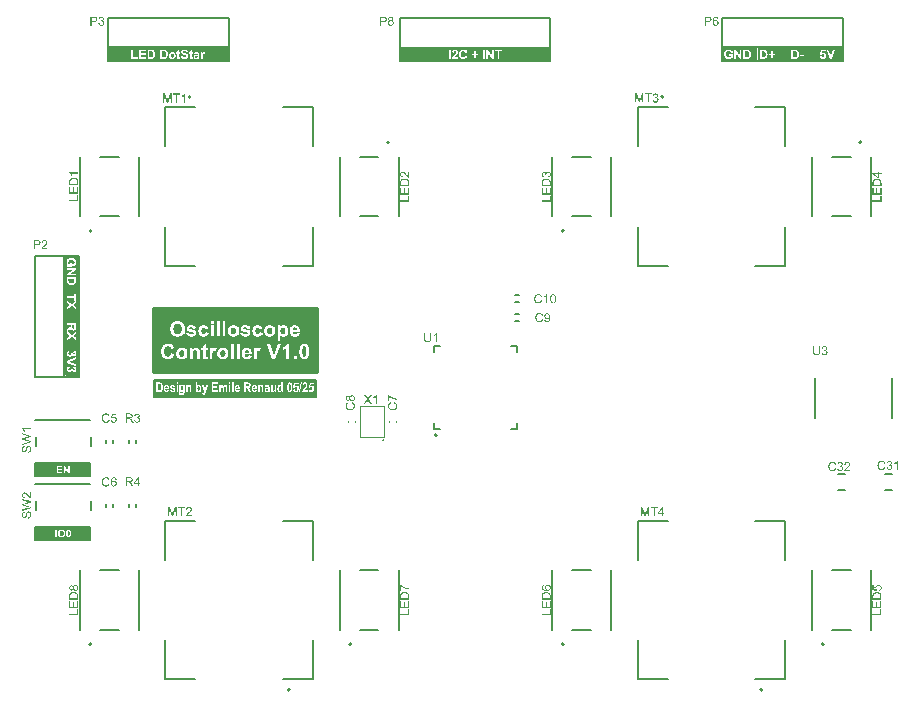
<source format=gto>
G04*
G04 #@! TF.GenerationSoftware,Altium Limited,Altium Designer,23.4.1 (23)*
G04*
G04 Layer_Color=65535*
%FSLAX44Y44*%
%MOMM*%
G71*
G04*
G04 #@! TF.SameCoordinates,68BC9408-1245-4EE3-B557-EFF58EF5A4C6*
G04*
G04*
G04 #@! TF.FilePolarity,Positive*
G04*
G01*
G75*
%ADD10C,0.2000*%
%ADD11C,0.4000*%
%ADD12C,0.1000*%
%ADD13C,0.1270*%
%ADD14C,0.2500*%
%ADD15C,0.1524*%
%ADD16R,1.8000X1.2000*%
%ADD17R,1.8000X1.2000*%
%ADD18R,3.8956X1.0088*%
%ADD19R,3.9738X1.1039*%
%ADD20R,0.4862X1.1696*%
%ADD21R,0.4000X1.2000*%
%ADD22R,1.0846X1.2000*%
%ADD23R,1.0887X1.2000*%
%ADD24R,1.2000X0.4000*%
%ADD25R,1.2000X0.9000*%
%ADD26R,1.2000X0.7000*%
%ADD27R,1.5483X1.1000*%
%ADD28R,1.6000X1.1000*%
%ADD29R,1.7741X1.1000*%
G36*
X165000Y309629D02*
Y284028D01*
X28118D01*
Y309629D01*
D01*
Y335972D01*
X165000D01*
Y309629D01*
D02*
G37*
G36*
X165214Y261683D02*
X27904D01*
Y276317D01*
X165214D01*
Y261683D01*
D02*
G37*
G36*
X73177Y546035D02*
X6823D01*
Y557965D01*
X73177D01*
Y546035D01*
D02*
G37*
G36*
X324578Y546038D02*
X275422D01*
Y557962D01*
X324578D01*
Y546038D01*
D02*
G37*
G36*
X535271Y546038D02*
X508530D01*
Y557962D01*
X535271D01*
Y546038D01*
D02*
G37*
G36*
X555676Y546168D02*
X538924D01*
Y557831D01*
X555676D01*
Y546168D01*
D02*
G37*
G36*
X579921D02*
X565478D01*
Y557831D01*
X579921D01*
Y546168D01*
D02*
G37*
G36*
X606404Y546101D02*
X589795D01*
Y557898D01*
X606404D01*
Y546101D01*
D02*
G37*
G36*
X-5894Y193851D02*
X-5833D01*
X-5756Y193840D01*
X-5667Y193829D01*
X-5567Y193812D01*
X-5457Y193796D01*
X-5346Y193768D01*
X-5224Y193735D01*
X-5102Y193690D01*
X-4981Y193641D01*
X-4853Y193585D01*
X-4731Y193513D01*
X-4615Y193436D01*
X-4504Y193347D01*
X-4499Y193342D01*
X-4477Y193325D01*
X-4449Y193292D01*
X-4410Y193253D01*
X-4366Y193203D01*
X-4316Y193137D01*
X-4261Y193065D01*
X-4200Y192982D01*
X-4139Y192888D01*
X-4078Y192782D01*
X-4017Y192666D01*
X-3967Y192539D01*
X-3912Y192406D01*
X-3868Y192262D01*
X-3834Y192107D01*
X-3807Y191946D01*
X-4742Y191874D01*
Y191880D01*
X-4748Y191896D01*
X-4753Y191930D01*
X-4765Y191963D01*
X-4781Y192013D01*
X-4792Y192063D01*
X-4837Y192184D01*
X-4886Y192312D01*
X-4947Y192445D01*
X-5019Y192572D01*
X-5058Y192627D01*
X-5102Y192677D01*
X-5108Y192683D01*
X-5119Y192694D01*
X-5141Y192716D01*
X-5169Y192738D01*
X-5208Y192771D01*
X-5252Y192805D01*
X-5302Y192843D01*
X-5363Y192882D01*
X-5429Y192915D01*
X-5501Y192954D01*
X-5573Y192987D01*
X-5656Y193020D01*
X-5745Y193043D01*
X-5839Y193065D01*
X-5939Y193076D01*
X-6038Y193081D01*
X-6082D01*
X-6116Y193076D01*
X-6154D01*
X-6199Y193070D01*
X-6249Y193059D01*
X-6309Y193048D01*
X-6431Y193020D01*
X-6564Y192976D01*
X-6697Y192910D01*
X-6763Y192871D01*
X-6830Y192827D01*
X-6836Y192821D01*
X-6847Y192810D01*
X-6874Y192794D01*
X-6902Y192766D01*
X-6941Y192733D01*
X-6985Y192694D01*
X-7029Y192644D01*
X-7085Y192589D01*
X-7140Y192528D01*
X-7195Y192456D01*
X-7256Y192378D01*
X-7312Y192295D01*
X-7373Y192201D01*
X-7428Y192101D01*
X-7483Y191996D01*
X-7533Y191885D01*
Y191880D01*
X-7544Y191858D01*
X-7555Y191819D01*
X-7572Y191769D01*
X-7594Y191708D01*
X-7616Y191631D01*
X-7638Y191537D01*
X-7660Y191431D01*
X-7683Y191315D01*
X-7710Y191182D01*
X-7732Y191033D01*
X-7749Y190878D01*
X-7766Y190706D01*
X-7782Y190523D01*
X-7788Y190324D01*
X-7793Y190114D01*
X-7788Y190119D01*
X-7777Y190136D01*
X-7760Y190163D01*
X-7732Y190197D01*
X-7699Y190241D01*
X-7660Y190291D01*
X-7616Y190346D01*
X-7561Y190407D01*
X-7505Y190468D01*
X-7445Y190529D01*
X-7301Y190656D01*
X-7146Y190778D01*
X-7057Y190833D01*
X-6968Y190883D01*
X-6963Y190889D01*
X-6946Y190894D01*
X-6919Y190905D01*
X-6885Y190922D01*
X-6836Y190944D01*
X-6786Y190966D01*
X-6725Y190988D01*
X-6653Y191010D01*
X-6581Y191033D01*
X-6498Y191055D01*
X-6326Y191099D01*
X-6132Y191127D01*
X-6033Y191138D01*
X-5889D01*
X-5839Y191132D01*
X-5778Y191127D01*
X-5695Y191116D01*
X-5601Y191099D01*
X-5495Y191077D01*
X-5379Y191049D01*
X-5257Y191016D01*
X-5130Y190966D01*
X-4997Y190911D01*
X-4859Y190844D01*
X-4726Y190761D01*
X-4593Y190673D01*
X-4460Y190562D01*
X-4333Y190440D01*
X-4327Y190435D01*
X-4305Y190407D01*
X-4272Y190368D01*
X-4227Y190313D01*
X-4178Y190246D01*
X-4122Y190163D01*
X-4061Y190069D01*
X-4000Y189958D01*
X-3939Y189837D01*
X-3879Y189698D01*
X-3823Y189554D01*
X-3773Y189394D01*
X-3729Y189222D01*
X-3696Y189045D01*
X-3674Y188851D01*
X-3668Y188652D01*
Y188646D01*
Y188619D01*
Y188580D01*
X-3674Y188530D01*
X-3679Y188463D01*
X-3685Y188391D01*
X-3696Y188308D01*
X-3707Y188214D01*
X-3724Y188115D01*
X-3746Y188009D01*
X-3768Y187899D01*
X-3801Y187782D01*
X-3840Y187666D01*
X-3879Y187550D01*
X-3929Y187428D01*
X-3984Y187312D01*
X-3989Y187306D01*
X-4000Y187284D01*
X-4017Y187251D01*
X-4039Y187212D01*
X-4072Y187157D01*
X-4111Y187096D01*
X-4155Y187035D01*
X-4205Y186963D01*
X-4266Y186885D01*
X-4327Y186808D01*
X-4399Y186730D01*
X-4477Y186653D01*
X-4554Y186575D01*
X-4643Y186498D01*
X-4737Y186431D01*
X-4837Y186365D01*
X-4842Y186359D01*
X-4859Y186348D01*
X-4892Y186337D01*
X-4931Y186315D01*
X-4986Y186287D01*
X-5047Y186260D01*
X-5113Y186232D01*
X-5196Y186204D01*
X-5279Y186171D01*
X-5374Y186143D01*
X-5479Y186116D01*
X-5584Y186088D01*
X-5700Y186066D01*
X-5817Y186055D01*
X-5944Y186044D01*
X-6071Y186038D01*
X-6121D01*
X-6149Y186044D01*
X-6182D01*
X-6265Y186049D01*
X-6365Y186066D01*
X-6481Y186082D01*
X-6608Y186110D01*
X-6752Y186149D01*
X-6902Y186193D01*
X-7057Y186248D01*
X-7212Y186320D01*
X-7373Y186404D01*
X-7533Y186503D01*
X-7694Y186619D01*
X-7843Y186752D01*
X-7987Y186902D01*
X-7993Y186913D01*
X-8020Y186941D01*
X-8054Y186996D01*
X-8104Y187068D01*
X-8159Y187162D01*
X-8192Y187218D01*
X-8220Y187278D01*
X-8253Y187345D01*
X-8286Y187417D01*
X-8325Y187500D01*
X-8358Y187583D01*
X-8391Y187672D01*
X-8425Y187766D01*
X-8463Y187871D01*
X-8497Y187976D01*
X-8524Y188092D01*
X-8558Y188209D01*
X-8585Y188336D01*
X-8613Y188469D01*
X-8641Y188607D01*
X-8663Y188751D01*
X-8679Y188901D01*
X-8696Y189056D01*
X-8713Y189222D01*
X-8718Y189388D01*
X-8729Y189565D01*
Y189748D01*
Y189754D01*
Y189776D01*
Y189803D01*
Y189848D01*
X-8724Y189898D01*
Y189958D01*
X-8718Y190030D01*
Y190114D01*
X-8713Y190197D01*
X-8702Y190296D01*
X-8696Y190396D01*
X-8685Y190507D01*
X-8663Y190734D01*
X-8624Y190983D01*
X-8585Y191243D01*
X-8530Y191514D01*
X-8463Y191780D01*
X-8386Y192046D01*
X-8292Y192306D01*
X-8181Y192550D01*
X-8120Y192666D01*
X-8054Y192771D01*
X-7982Y192877D01*
X-7910Y192976D01*
X-7899Y192987D01*
X-7876Y193015D01*
X-7838Y193059D01*
X-7777Y193115D01*
X-7705Y193181D01*
X-7622Y193253D01*
X-7517Y193336D01*
X-7400Y193419D01*
X-7267Y193497D01*
X-7123Y193580D01*
X-6968Y193652D01*
X-6797Y193718D01*
X-6608Y193774D01*
X-6415Y193818D01*
X-6204Y193846D01*
X-5983Y193857D01*
X-5944D01*
X-5894Y193851D01*
D02*
G37*
G36*
X-12605Y193956D02*
X-12522Y193951D01*
X-12422Y193945D01*
X-12312Y193929D01*
X-12184Y193912D01*
X-12040Y193890D01*
X-11891Y193857D01*
X-11736Y193818D01*
X-11575Y193774D01*
X-11415Y193713D01*
X-11254Y193646D01*
X-11088Y193569D01*
X-10933Y193480D01*
X-10783Y193375D01*
X-10772Y193369D01*
X-10750Y193347D01*
X-10706Y193314D01*
X-10656Y193264D01*
X-10590Y193209D01*
X-10518Y193131D01*
X-10440Y193048D01*
X-10352Y192949D01*
X-10263Y192838D01*
X-10169Y192716D01*
X-10080Y192578D01*
X-9992Y192434D01*
X-9903Y192273D01*
X-9826Y192101D01*
X-9748Y191919D01*
X-9687Y191725D01*
X-10684Y191492D01*
X-10689Y191503D01*
X-10695Y191531D01*
X-10711Y191570D01*
X-10734Y191631D01*
X-10761Y191697D01*
X-10795Y191775D01*
X-10839Y191863D01*
X-10883Y191957D01*
X-10933Y192057D01*
X-10994Y192157D01*
X-11055Y192256D01*
X-11127Y192362D01*
X-11204Y192456D01*
X-11282Y192550D01*
X-11371Y192633D01*
X-11465Y192710D01*
X-11470Y192716D01*
X-11487Y192727D01*
X-11514Y192744D01*
X-11553Y192771D01*
X-11603Y192799D01*
X-11664Y192832D01*
X-11736Y192866D01*
X-11813Y192904D01*
X-11902Y192938D01*
X-11996Y192971D01*
X-12101Y193004D01*
X-12212Y193032D01*
X-12334Y193059D01*
X-12461Y193076D01*
X-12594Y193087D01*
X-12738Y193092D01*
X-12821D01*
X-12882Y193087D01*
X-12960Y193081D01*
X-13048Y193070D01*
X-13148Y193059D01*
X-13253Y193037D01*
X-13369Y193015D01*
X-13486Y192987D01*
X-13607Y192954D01*
X-13735Y192915D01*
X-13857Y192866D01*
X-13979Y192805D01*
X-14100Y192744D01*
X-14217Y192666D01*
X-14222Y192661D01*
X-14244Y192650D01*
X-14272Y192622D01*
X-14311Y192589D01*
X-14361Y192544D01*
X-14416Y192495D01*
X-14477Y192434D01*
X-14543Y192367D01*
X-14610Y192290D01*
X-14682Y192207D01*
X-14748Y192112D01*
X-14815Y192007D01*
X-14881Y191902D01*
X-14942Y191786D01*
X-14997Y191664D01*
X-15047Y191531D01*
Y191525D01*
X-15058Y191498D01*
X-15069Y191459D01*
X-15086Y191409D01*
X-15102Y191343D01*
X-15125Y191265D01*
X-15141Y191177D01*
X-15163Y191077D01*
X-15186Y190972D01*
X-15208Y190856D01*
X-15230Y190734D01*
X-15246Y190606D01*
X-15274Y190340D01*
X-15280Y190202D01*
X-15285Y190058D01*
Y190047D01*
Y190014D01*
Y189964D01*
X-15280Y189892D01*
X-15274Y189809D01*
X-15269Y189709D01*
X-15263Y189599D01*
X-15252Y189482D01*
X-15235Y189349D01*
X-15219Y189211D01*
X-15163Y188929D01*
X-15136Y188779D01*
X-15097Y188635D01*
X-15053Y188491D01*
X-15003Y188353D01*
X-14997Y188347D01*
X-14992Y188319D01*
X-14975Y188286D01*
X-14948Y188236D01*
X-14920Y188176D01*
X-14881Y188104D01*
X-14837Y188026D01*
X-14787Y187943D01*
X-14726Y187860D01*
X-14660Y187771D01*
X-14588Y187677D01*
X-14510Y187589D01*
X-14421Y187500D01*
X-14327Y187417D01*
X-14228Y187339D01*
X-14117Y187267D01*
X-14111Y187262D01*
X-14089Y187251D01*
X-14056Y187234D01*
X-14012Y187212D01*
X-13956Y187184D01*
X-13890Y187151D01*
X-13812Y187123D01*
X-13729Y187090D01*
X-13635Y187051D01*
X-13535Y187024D01*
X-13425Y186991D01*
X-13314Y186963D01*
X-13192Y186941D01*
X-13070Y186924D01*
X-12943Y186913D01*
X-12816Y186908D01*
X-12777D01*
X-12733Y186913D01*
X-12672D01*
X-12600Y186924D01*
X-12517Y186935D01*
X-12417Y186946D01*
X-12317Y186968D01*
X-12207Y186996D01*
X-12090Y187029D01*
X-11968Y187068D01*
X-11847Y187112D01*
X-11725Y187168D01*
X-11603Y187234D01*
X-11487Y187312D01*
X-11371Y187395D01*
X-11365Y187400D01*
X-11343Y187417D01*
X-11315Y187445D01*
X-11276Y187489D01*
X-11227Y187539D01*
X-11171Y187600D01*
X-11110Y187677D01*
X-11049Y187760D01*
X-10983Y187860D01*
X-10916Y187965D01*
X-10844Y188087D01*
X-10783Y188220D01*
X-10717Y188358D01*
X-10662Y188513D01*
X-10612Y188674D01*
X-10568Y188851D01*
X-9554Y188596D01*
Y188591D01*
X-9560Y188580D01*
X-9565Y188563D01*
X-9571Y188541D01*
X-9576Y188513D01*
X-9588Y188475D01*
X-9615Y188391D01*
X-9654Y188286D01*
X-9698Y188170D01*
X-9754Y188037D01*
X-9820Y187893D01*
X-9892Y187738D01*
X-9975Y187583D01*
X-10069Y187428D01*
X-10174Y187267D01*
X-10291Y187112D01*
X-10418Y186963D01*
X-10556Y186824D01*
X-10706Y186691D01*
X-10717Y186686D01*
X-10745Y186664D01*
X-10789Y186631D01*
X-10855Y186592D01*
X-10933Y186542D01*
X-11033Y186487D01*
X-11143Y186426D01*
X-11271Y186365D01*
X-11409Y186304D01*
X-11564Y186243D01*
X-11730Y186188D01*
X-11908Y186138D01*
X-12101Y186099D01*
X-12301Y186066D01*
X-12511Y186044D01*
X-12733Y186038D01*
X-12816D01*
X-12854Y186044D01*
X-12938D01*
X-13043Y186055D01*
X-13164Y186066D01*
X-13303Y186082D01*
X-13447Y186099D01*
X-13607Y186127D01*
X-13768Y186160D01*
X-13940Y186204D01*
X-14106Y186248D01*
X-14272Y186310D01*
X-14438Y186376D01*
X-14599Y186453D01*
X-14748Y186542D01*
X-14759Y186548D01*
X-14781Y186564D01*
X-14820Y186597D01*
X-14876Y186636D01*
X-14942Y186686D01*
X-15014Y186752D01*
X-15097Y186824D01*
X-15186Y186913D01*
X-15280Y187013D01*
X-15374Y187118D01*
X-15474Y187240D01*
X-15573Y187367D01*
X-15667Y187511D01*
X-15761Y187661D01*
X-15850Y187827D01*
X-15928Y187998D01*
Y188004D01*
X-15933Y188009D01*
X-15944Y188043D01*
X-15966Y188092D01*
X-15989Y188164D01*
X-16022Y188253D01*
X-16055Y188358D01*
X-16094Y188480D01*
X-16127Y188613D01*
X-16166Y188762D01*
X-16204Y188923D01*
X-16238Y189089D01*
X-16271Y189272D01*
X-16293Y189455D01*
X-16315Y189648D01*
X-16326Y189848D01*
X-16332Y190053D01*
Y190058D01*
Y190069D01*
Y190086D01*
Y190108D01*
Y190136D01*
X-16326Y190169D01*
Y190252D01*
X-16315Y190357D01*
X-16310Y190479D01*
X-16293Y190617D01*
X-16276Y190767D01*
X-16249Y190922D01*
X-16221Y191088D01*
X-16182Y191265D01*
X-16138Y191442D01*
X-16088Y191620D01*
X-16027Y191797D01*
X-15955Y191968D01*
X-15878Y192140D01*
X-15872Y192151D01*
X-15856Y192179D01*
X-15828Y192223D01*
X-15795Y192290D01*
X-15745Y192362D01*
X-15690Y192445D01*
X-15618Y192544D01*
X-15540Y192644D01*
X-15457Y192749D01*
X-15357Y192866D01*
X-15252Y192976D01*
X-15136Y193087D01*
X-15008Y193198D01*
X-14876Y193303D01*
X-14732Y193403D01*
X-14576Y193497D01*
X-14565Y193502D01*
X-14538Y193519D01*
X-14493Y193541D01*
X-14427Y193569D01*
X-14349Y193608D01*
X-14255Y193646D01*
X-14145Y193685D01*
X-14028Y193729D01*
X-13895Y193774D01*
X-13751Y193812D01*
X-13596Y193857D01*
X-13436Y193890D01*
X-13264Y193918D01*
X-13087Y193940D01*
X-12904Y193956D01*
X-12716Y193962D01*
X-12638D01*
X-12605Y193956D01*
D02*
G37*
G36*
X15128Y188865D02*
X16163D01*
Y188001D01*
X15128D01*
Y186168D01*
X14186D01*
Y188001D01*
X10864D01*
Y188865D01*
X14358Y193832D01*
X15128D01*
Y188865D01*
D02*
G37*
G36*
X7398Y193826D02*
X7486D01*
X7586Y193821D01*
X7691Y193815D01*
X7813Y193804D01*
X7935Y193793D01*
X8062Y193782D01*
X8322Y193743D01*
X8444Y193721D01*
X8566Y193693D01*
X8682Y193660D01*
X8787Y193621D01*
X8793D01*
X8809Y193610D01*
X8837Y193599D01*
X8876Y193583D01*
X8920Y193560D01*
X8970Y193527D01*
X9031Y193494D01*
X9092Y193455D01*
X9158Y193405D01*
X9230Y193356D01*
X9302Y193295D01*
X9374Y193228D01*
X9441Y193151D01*
X9513Y193073D01*
X9579Y192985D01*
X9640Y192890D01*
X9646Y192885D01*
X9657Y192868D01*
X9668Y192841D01*
X9690Y192802D01*
X9712Y192752D01*
X9740Y192691D01*
X9773Y192625D01*
X9801Y192553D01*
X9828Y192470D01*
X9862Y192381D01*
X9889Y192287D01*
X9911Y192187D01*
X9934Y192082D01*
X9950Y191971D01*
X9956Y191855D01*
X9961Y191739D01*
Y191728D01*
Y191705D01*
X9956Y191661D01*
Y191600D01*
X9945Y191534D01*
X9934Y191451D01*
X9917Y191362D01*
X9895Y191262D01*
X9867Y191157D01*
X9834Y191047D01*
X9790Y190930D01*
X9740Y190814D01*
X9679Y190698D01*
X9607Y190587D01*
X9524Y190471D01*
X9430Y190366D01*
X9424Y190360D01*
X9408Y190343D01*
X9374Y190316D01*
X9330Y190277D01*
X9275Y190233D01*
X9203Y190183D01*
X9125Y190127D01*
X9031Y190066D01*
X8920Y190005D01*
X8804Y189945D01*
X8666Y189889D01*
X8522Y189828D01*
X8361Y189778D01*
X8189Y189729D01*
X8001Y189690D01*
X7802Y189657D01*
X7807D01*
X7818Y189646D01*
X7840Y189640D01*
X7868Y189624D01*
X7901Y189607D01*
X7940Y189585D01*
X8029Y189535D01*
X8128Y189480D01*
X8228Y189413D01*
X8322Y189347D01*
X8411Y189275D01*
X8416Y189269D01*
X8433Y189258D01*
X8455Y189230D01*
X8488Y189203D01*
X8527Y189158D01*
X8571Y189114D01*
X8627Y189059D01*
X8682Y188992D01*
X8743Y188920D01*
X8809Y188843D01*
X8881Y188760D01*
X8953Y188671D01*
X9025Y188571D01*
X9103Y188472D01*
X9252Y188250D01*
X10576Y186168D01*
X9308D01*
X8295Y187763D01*
X8289Y187768D01*
X8272Y187791D01*
X8250Y187829D01*
X8223Y187874D01*
X8184Y187935D01*
X8140Y188001D01*
X8090Y188073D01*
X8040Y188151D01*
X7924Y188322D01*
X7802Y188499D01*
X7680Y188666D01*
X7619Y188743D01*
X7564Y188815D01*
X7558Y188821D01*
X7553Y188832D01*
X7536Y188848D01*
X7514Y188876D01*
X7458Y188942D01*
X7392Y189020D01*
X7309Y189103D01*
X7226Y189192D01*
X7137Y189269D01*
X7049Y189330D01*
X7038Y189335D01*
X7010Y189352D01*
X6966Y189380D01*
X6905Y189408D01*
X6838Y189441D01*
X6761Y189480D01*
X6678Y189507D01*
X6589Y189535D01*
X6584D01*
X6556Y189540D01*
X6512Y189546D01*
X6456Y189557D01*
X6379Y189563D01*
X6279Y189568D01*
X6163Y189574D01*
X4850D01*
Y186168D01*
X3837D01*
Y193832D01*
X7331D01*
X7398Y193826D01*
D02*
G37*
G36*
X-12636Y247956D02*
X-12553Y247951D01*
X-12453Y247945D01*
X-12342Y247929D01*
X-12215Y247912D01*
X-12071Y247890D01*
X-11921Y247857D01*
X-11766Y247818D01*
X-11606Y247774D01*
X-11445Y247713D01*
X-11285Y247646D01*
X-11119Y247569D01*
X-10963Y247480D01*
X-10814Y247375D01*
X-10803Y247369D01*
X-10781Y247347D01*
X-10737Y247314D01*
X-10687Y247264D01*
X-10620Y247209D01*
X-10548Y247131D01*
X-10471Y247048D01*
X-10382Y246949D01*
X-10294Y246838D01*
X-10199Y246716D01*
X-10111Y246578D01*
X-10022Y246434D01*
X-9934Y246273D01*
X-9856Y246101D01*
X-9779Y245919D01*
X-9718Y245725D01*
X-10714Y245492D01*
X-10720Y245503D01*
X-10725Y245531D01*
X-10742Y245570D01*
X-10764Y245631D01*
X-10792Y245697D01*
X-10825Y245775D01*
X-10869Y245863D01*
X-10914Y245957D01*
X-10963Y246057D01*
X-11024Y246157D01*
X-11085Y246256D01*
X-11157Y246362D01*
X-11235Y246456D01*
X-11312Y246550D01*
X-11401Y246633D01*
X-11495Y246710D01*
X-11501Y246716D01*
X-11517Y246727D01*
X-11545Y246744D01*
X-11584Y246771D01*
X-11633Y246799D01*
X-11694Y246832D01*
X-11766Y246866D01*
X-11844Y246904D01*
X-11932Y246938D01*
X-12027Y246971D01*
X-12132Y247004D01*
X-12243Y247032D01*
X-12364Y247059D01*
X-12492Y247076D01*
X-12625Y247087D01*
X-12769Y247092D01*
X-12852D01*
X-12913Y247087D01*
X-12990Y247081D01*
X-13079Y247070D01*
X-13178Y247059D01*
X-13284Y247037D01*
X-13400Y247015D01*
X-13516Y246987D01*
X-13638Y246954D01*
X-13765Y246915D01*
X-13887Y246866D01*
X-14009Y246805D01*
X-14131Y246744D01*
X-14247Y246666D01*
X-14253Y246661D01*
X-14275Y246649D01*
X-14302Y246622D01*
X-14341Y246589D01*
X-14391Y246544D01*
X-14446Y246495D01*
X-14507Y246434D01*
X-14574Y246367D01*
X-14640Y246290D01*
X-14712Y246207D01*
X-14779Y246112D01*
X-14845Y246007D01*
X-14912Y245902D01*
X-14972Y245786D01*
X-15028Y245664D01*
X-15078Y245531D01*
Y245525D01*
X-15089Y245498D01*
X-15100Y245459D01*
X-15116Y245409D01*
X-15133Y245343D01*
X-15155Y245265D01*
X-15172Y245177D01*
X-15194Y245077D01*
X-15216Y244972D01*
X-15238Y244855D01*
X-15260Y244734D01*
X-15277Y244606D01*
X-15305Y244340D01*
X-15310Y244202D01*
X-15316Y244058D01*
Y244047D01*
Y244014D01*
Y243964D01*
X-15310Y243892D01*
X-15305Y243809D01*
X-15299Y243709D01*
X-15294Y243598D01*
X-15282Y243482D01*
X-15266Y243349D01*
X-15249Y243211D01*
X-15194Y242929D01*
X-15166Y242779D01*
X-15128Y242635D01*
X-15083Y242491D01*
X-15033Y242353D01*
X-15028Y242347D01*
X-15022Y242320D01*
X-15006Y242286D01*
X-14978Y242236D01*
X-14950Y242176D01*
X-14912Y242104D01*
X-14867Y242026D01*
X-14817Y241943D01*
X-14756Y241860D01*
X-14690Y241771D01*
X-14618Y241677D01*
X-14540Y241588D01*
X-14452Y241500D01*
X-14358Y241417D01*
X-14258Y241339D01*
X-14147Y241267D01*
X-14142Y241262D01*
X-14120Y241251D01*
X-14087Y241234D01*
X-14042Y241212D01*
X-13987Y241184D01*
X-13920Y241151D01*
X-13843Y241123D01*
X-13760Y241090D01*
X-13666Y241051D01*
X-13566Y241024D01*
X-13455Y240991D01*
X-13345Y240963D01*
X-13223Y240941D01*
X-13101Y240924D01*
X-12974Y240913D01*
X-12846Y240907D01*
X-12807D01*
X-12763Y240913D01*
X-12702D01*
X-12630Y240924D01*
X-12547Y240935D01*
X-12447Y240946D01*
X-12348Y240968D01*
X-12237Y240996D01*
X-12121Y241029D01*
X-11999Y241068D01*
X-11877Y241112D01*
X-11755Y241168D01*
X-11633Y241234D01*
X-11517Y241312D01*
X-11401Y241395D01*
X-11395Y241400D01*
X-11373Y241417D01*
X-11345Y241445D01*
X-11307Y241489D01*
X-11257Y241539D01*
X-11202Y241600D01*
X-11141Y241677D01*
X-11080Y241760D01*
X-11013Y241860D01*
X-10947Y241965D01*
X-10875Y242087D01*
X-10814Y242220D01*
X-10747Y242358D01*
X-10692Y242513D01*
X-10642Y242674D01*
X-10598Y242851D01*
X-9585Y242596D01*
Y242591D01*
X-9590Y242580D01*
X-9596Y242563D01*
X-9601Y242541D01*
X-9607Y242513D01*
X-9618Y242474D01*
X-9646Y242391D01*
X-9684Y242286D01*
X-9729Y242170D01*
X-9784Y242037D01*
X-9851Y241893D01*
X-9923Y241738D01*
X-10006Y241583D01*
X-10100Y241428D01*
X-10205Y241267D01*
X-10321Y241112D01*
X-10448Y240963D01*
X-10587Y240824D01*
X-10737Y240692D01*
X-10747Y240686D01*
X-10775Y240664D01*
X-10819Y240631D01*
X-10886Y240592D01*
X-10963Y240542D01*
X-11063Y240487D01*
X-11174Y240426D01*
X-11301Y240365D01*
X-11440Y240304D01*
X-11595Y240243D01*
X-11761Y240188D01*
X-11938Y240138D01*
X-12132Y240099D01*
X-12331Y240066D01*
X-12542Y240044D01*
X-12763Y240038D01*
X-12846D01*
X-12885Y240044D01*
X-12968D01*
X-13073Y240055D01*
X-13195Y240066D01*
X-13333Y240082D01*
X-13477Y240099D01*
X-13638Y240127D01*
X-13799Y240160D01*
X-13970Y240204D01*
X-14136Y240249D01*
X-14302Y240310D01*
X-14468Y240376D01*
X-14629Y240453D01*
X-14779Y240542D01*
X-14790Y240548D01*
X-14812Y240564D01*
X-14851Y240597D01*
X-14906Y240636D01*
X-14972Y240686D01*
X-15044Y240752D01*
X-15128Y240824D01*
X-15216Y240913D01*
X-15310Y241013D01*
X-15404Y241118D01*
X-15504Y241240D01*
X-15604Y241367D01*
X-15698Y241511D01*
X-15792Y241660D01*
X-15881Y241827D01*
X-15958Y241998D01*
Y242004D01*
X-15964Y242009D01*
X-15975Y242043D01*
X-15997Y242092D01*
X-16019Y242164D01*
X-16052Y242253D01*
X-16085Y242358D01*
X-16124Y242480D01*
X-16157Y242613D01*
X-16196Y242762D01*
X-16235Y242923D01*
X-16268Y243089D01*
X-16301Y243272D01*
X-16323Y243455D01*
X-16346Y243648D01*
X-16357Y243848D01*
X-16362Y244053D01*
Y244058D01*
Y244069D01*
Y244086D01*
Y244108D01*
Y244136D01*
X-16357Y244169D01*
Y244252D01*
X-16346Y244357D01*
X-16340Y244479D01*
X-16323Y244617D01*
X-16307Y244767D01*
X-16279Y244922D01*
X-16251Y245088D01*
X-16213Y245265D01*
X-16168Y245442D01*
X-16119Y245620D01*
X-16058Y245797D01*
X-15986Y245968D01*
X-15908Y246140D01*
X-15903Y246151D01*
X-15886Y246179D01*
X-15858Y246223D01*
X-15825Y246290D01*
X-15775Y246362D01*
X-15720Y246445D01*
X-15648Y246544D01*
X-15570Y246644D01*
X-15487Y246749D01*
X-15388Y246866D01*
X-15282Y246976D01*
X-15166Y247087D01*
X-15039Y247198D01*
X-14906Y247303D01*
X-14762Y247403D01*
X-14607Y247497D01*
X-14596Y247502D01*
X-14568Y247519D01*
X-14524Y247541D01*
X-14457Y247569D01*
X-14380Y247607D01*
X-14286Y247646D01*
X-14175Y247685D01*
X-14059Y247729D01*
X-13926Y247774D01*
X-13782Y247812D01*
X-13627Y247857D01*
X-13466Y247890D01*
X-13295Y247918D01*
X-13117Y247940D01*
X-12935Y247956D01*
X-12746Y247962D01*
X-12669D01*
X-12636Y247956D01*
D02*
G37*
G36*
X-3998Y246832D02*
X-7065D01*
X-7475Y244767D01*
X-7469Y244772D01*
X-7442Y244789D01*
X-7409Y244811D01*
X-7353Y244844D01*
X-7292Y244878D01*
X-7220Y244922D01*
X-7132Y244961D01*
X-7038Y245011D01*
X-6932Y245055D01*
X-6822Y245099D01*
X-6700Y245138D01*
X-6578Y245171D01*
X-6445Y245204D01*
X-6312Y245226D01*
X-6168Y245243D01*
X-6030Y245249D01*
X-5986D01*
X-5930Y245243D01*
X-5864Y245238D01*
X-5775Y245226D01*
X-5676Y245210D01*
X-5559Y245188D01*
X-5437Y245160D01*
X-5310Y245127D01*
X-5172Y245077D01*
X-5033Y245022D01*
X-4889Y244955D01*
X-4745Y244872D01*
X-4601Y244783D01*
X-4463Y244673D01*
X-4330Y244551D01*
X-4324Y244545D01*
X-4302Y244518D01*
X-4263Y244479D01*
X-4219Y244424D01*
X-4169Y244357D01*
X-4108Y244274D01*
X-4047Y244174D01*
X-3981Y244064D01*
X-3920Y243942D01*
X-3859Y243809D01*
X-3798Y243659D01*
X-3743Y243504D01*
X-3704Y243333D01*
X-3665Y243150D01*
X-3643Y242962D01*
X-3638Y242762D01*
Y242757D01*
Y242751D01*
Y242735D01*
Y242718D01*
X-3643Y242663D01*
X-3649Y242591D01*
X-3654Y242497D01*
X-3671Y242391D01*
X-3688Y242275D01*
X-3715Y242148D01*
X-3749Y242009D01*
X-3787Y241865D01*
X-3837Y241716D01*
X-3893Y241566D01*
X-3965Y241411D01*
X-4047Y241262D01*
X-4142Y241112D01*
X-4247Y240968D01*
X-4258Y240957D01*
X-4280Y240930D01*
X-4324Y240885D01*
X-4380Y240824D01*
X-4457Y240752D01*
X-4546Y240675D01*
X-4651Y240592D01*
X-4773Y240503D01*
X-4911Y240415D01*
X-5061Y240332D01*
X-5227Y240254D01*
X-5410Y240182D01*
X-5604Y240127D01*
X-5808Y240077D01*
X-6030Y240049D01*
X-6262Y240038D01*
X-6307D01*
X-6362Y240044D01*
X-6434Y240049D01*
X-6523Y240055D01*
X-6628Y240071D01*
X-6744Y240088D01*
X-6866Y240110D01*
X-6999Y240143D01*
X-7137Y240182D01*
X-7281Y240226D01*
X-7425Y240282D01*
X-7564Y240348D01*
X-7708Y240426D01*
X-7840Y240520D01*
X-7968Y240620D01*
X-7973Y240625D01*
X-7995Y240647D01*
X-8029Y240680D01*
X-8073Y240725D01*
X-8123Y240786D01*
X-8184Y240858D01*
X-8245Y240941D01*
X-8311Y241035D01*
X-8378Y241140D01*
X-8439Y241256D01*
X-8505Y241384D01*
X-8566Y241522D01*
X-8616Y241672D01*
X-8660Y241832D01*
X-8699Y241998D01*
X-8721Y242176D01*
X-7735Y242258D01*
Y242253D01*
X-7730Y242225D01*
X-7724Y242192D01*
X-7713Y242142D01*
X-7696Y242081D01*
X-7680Y242009D01*
X-7658Y241932D01*
X-7630Y241849D01*
X-7564Y241677D01*
X-7525Y241583D01*
X-7481Y241494D01*
X-7425Y241406D01*
X-7370Y241323D01*
X-7303Y241245D01*
X-7231Y241173D01*
X-7226Y241168D01*
X-7215Y241157D01*
X-7193Y241140D01*
X-7159Y241118D01*
X-7121Y241090D01*
X-7071Y241057D01*
X-7021Y241029D01*
X-6960Y240996D01*
X-6894Y240957D01*
X-6816Y240930D01*
X-6739Y240896D01*
X-6650Y240869D01*
X-6561Y240847D01*
X-6467Y240830D01*
X-6368Y240819D01*
X-6262Y240813D01*
X-6229D01*
X-6196Y240819D01*
X-6146D01*
X-6091Y240830D01*
X-6019Y240841D01*
X-5941Y240858D01*
X-5858Y240880D01*
X-5770Y240902D01*
X-5676Y240935D01*
X-5581Y240979D01*
X-5482Y241029D01*
X-5387Y241085D01*
X-5288Y241157D01*
X-5194Y241234D01*
X-5105Y241323D01*
X-5100Y241328D01*
X-5083Y241345D01*
X-5061Y241378D01*
X-5033Y241417D01*
X-4994Y241467D01*
X-4956Y241528D01*
X-4911Y241600D01*
X-4867Y241683D01*
X-4828Y241777D01*
X-4784Y241877D01*
X-4745Y241987D01*
X-4706Y242109D01*
X-4679Y242242D01*
X-4657Y242380D01*
X-4640Y242524D01*
X-4635Y242679D01*
Y242690D01*
Y242713D01*
X-4640Y242757D01*
Y242812D01*
X-4645Y242879D01*
X-4657Y242962D01*
X-4673Y243045D01*
X-4690Y243144D01*
X-4717Y243244D01*
X-4745Y243344D01*
X-4784Y243449D01*
X-4828Y243560D01*
X-4878Y243665D01*
X-4939Y243765D01*
X-5011Y243864D01*
X-5088Y243953D01*
X-5094Y243958D01*
X-5111Y243975D01*
X-5133Y243997D01*
X-5172Y244025D01*
X-5216Y244064D01*
X-5271Y244102D01*
X-5332Y244141D01*
X-5404Y244186D01*
X-5487Y244230D01*
X-5576Y244268D01*
X-5670Y244313D01*
X-5775Y244346D01*
X-5891Y244374D01*
X-6013Y244396D01*
X-6141Y244412D01*
X-6273Y244418D01*
X-6318D01*
X-6351Y244412D01*
X-6390D01*
X-6440Y244407D01*
X-6489Y244401D01*
X-6550Y244390D01*
X-6678Y244368D01*
X-6816Y244329D01*
X-6960Y244280D01*
X-7099Y244208D01*
X-7104D01*
X-7115Y244197D01*
X-7132Y244186D01*
X-7159Y244169D01*
X-7226Y244125D01*
X-7309Y244064D01*
X-7398Y243986D01*
X-7492Y243898D01*
X-7586Y243792D01*
X-7669Y243676D01*
X-8555Y243792D01*
X-7813Y247729D01*
X-3998D01*
Y246832D01*
D02*
G37*
G36*
X13663Y247909D02*
X13718D01*
X13785Y247898D01*
X13857Y247893D01*
X13934Y247882D01*
X14023Y247865D01*
X14111Y247848D01*
X14305Y247799D01*
X14410Y247771D01*
X14510Y247732D01*
X14610Y247693D01*
X14709Y247644D01*
X14715Y247638D01*
X14732Y247632D01*
X14759Y247616D01*
X14798Y247594D01*
X14842Y247566D01*
X14892Y247533D01*
X14948Y247494D01*
X15008Y247450D01*
X15141Y247344D01*
X15274Y247217D01*
X15402Y247073D01*
X15462Y246990D01*
X15518Y246907D01*
X15523Y246901D01*
X15529Y246885D01*
X15546Y246863D01*
X15562Y246824D01*
X15584Y246785D01*
X15606Y246730D01*
X15634Y246674D01*
X15662Y246608D01*
X15684Y246536D01*
X15712Y246464D01*
X15756Y246298D01*
X15789Y246115D01*
X15795Y246021D01*
X15800Y245921D01*
Y245916D01*
Y245899D01*
Y245872D01*
X15795Y245838D01*
Y245794D01*
X15784Y245744D01*
X15778Y245683D01*
X15767Y245622D01*
X15734Y245478D01*
X15684Y245329D01*
X15656Y245251D01*
X15618Y245168D01*
X15579Y245091D01*
X15529Y245013D01*
X15523Y245008D01*
X15518Y244997D01*
X15501Y244974D01*
X15479Y244947D01*
X15451Y244914D01*
X15418Y244875D01*
X15379Y244831D01*
X15330Y244781D01*
X15280Y244731D01*
X15219Y244681D01*
X15158Y244626D01*
X15086Y244570D01*
X15008Y244520D01*
X14925Y244465D01*
X14837Y244415D01*
X14743Y244371D01*
X14748D01*
X14770Y244365D01*
X14809Y244354D01*
X14853Y244338D01*
X14914Y244321D01*
X14981Y244293D01*
X15053Y244266D01*
X15130Y244227D01*
X15213Y244188D01*
X15302Y244138D01*
X15390Y244089D01*
X15479Y244028D01*
X15562Y243961D01*
X15645Y243889D01*
X15728Y243806D01*
X15800Y243718D01*
X15806Y243712D01*
X15817Y243695D01*
X15833Y243668D01*
X15861Y243629D01*
X15889Y243579D01*
X15922Y243524D01*
X15955Y243457D01*
X15989Y243380D01*
X16022Y243291D01*
X16061Y243197D01*
X16088Y243097D01*
X16116Y242987D01*
X16143Y242870D01*
X16160Y242749D01*
X16171Y242621D01*
X16177Y242483D01*
Y242472D01*
Y242439D01*
X16171Y242383D01*
X16166Y242317D01*
X16155Y242228D01*
X16138Y242128D01*
X16116Y242018D01*
X16083Y241896D01*
X16044Y241763D01*
X16000Y241630D01*
X15939Y241486D01*
X15867Y241342D01*
X15784Y241198D01*
X15684Y241054D01*
X15568Y240916D01*
X15440Y240783D01*
X15429Y240777D01*
X15407Y240755D01*
X15368Y240716D01*
X15307Y240672D01*
X15235Y240622D01*
X15152Y240561D01*
X15047Y240501D01*
X14936Y240434D01*
X14809Y240368D01*
X14665Y240307D01*
X14516Y240246D01*
X14349Y240196D01*
X14178Y240152D01*
X13990Y240113D01*
X13796Y240091D01*
X13591Y240085D01*
X13547D01*
X13491Y240091D01*
X13425Y240096D01*
X13336Y240102D01*
X13237Y240118D01*
X13126Y240135D01*
X13004Y240163D01*
X12877Y240190D01*
X12738Y240229D01*
X12600Y240279D01*
X12456Y240340D01*
X12317Y240406D01*
X12179Y240484D01*
X12040Y240578D01*
X11913Y240683D01*
X11908Y240689D01*
X11885Y240711D01*
X11852Y240744D01*
X11808Y240794D01*
X11758Y240855D01*
X11697Y240927D01*
X11636Y241010D01*
X11570Y241104D01*
X11503Y241209D01*
X11437Y241331D01*
X11376Y241458D01*
X11315Y241597D01*
X11265Y241746D01*
X11215Y241901D01*
X11182Y242068D01*
X11160Y242245D01*
X12101Y242372D01*
Y242361D01*
X12107Y242339D01*
X12118Y242295D01*
X12135Y242239D01*
X12151Y242173D01*
X12173Y242101D01*
X12201Y242018D01*
X12229Y241929D01*
X12306Y241735D01*
X12400Y241547D01*
X12456Y241453D01*
X12517Y241364D01*
X12578Y241287D01*
X12650Y241215D01*
X12655Y241209D01*
X12666Y241198D01*
X12688Y241182D01*
X12722Y241159D01*
X12755Y241132D01*
X12805Y241104D01*
X12854Y241071D01*
X12915Y241043D01*
X12982Y241010D01*
X13054Y240977D01*
X13131Y240949D01*
X13214Y240921D01*
X13303Y240899D01*
X13397Y240883D01*
X13491Y240872D01*
X13596Y240866D01*
X13624D01*
X13663Y240872D01*
X13707D01*
X13768Y240883D01*
X13835Y240888D01*
X13907Y240905D01*
X13990Y240921D01*
X14073Y240949D01*
X14167Y240977D01*
X14261Y241015D01*
X14355Y241060D01*
X14449Y241115D01*
X14543Y241176D01*
X14632Y241243D01*
X14720Y241325D01*
X14726Y241331D01*
X14743Y241348D01*
X14765Y241370D01*
X14792Y241409D01*
X14826Y241453D01*
X14864Y241508D01*
X14909Y241569D01*
X14953Y241641D01*
X14992Y241719D01*
X15036Y241807D01*
X15075Y241896D01*
X15108Y242001D01*
X15136Y242106D01*
X15158Y242217D01*
X15174Y242339D01*
X15180Y242461D01*
Y242466D01*
Y242488D01*
Y242522D01*
X15174Y242571D01*
X15169Y242621D01*
X15158Y242688D01*
X15147Y242760D01*
X15125Y242837D01*
X15102Y242920D01*
X15075Y243009D01*
X15042Y243097D01*
X15003Y243186D01*
X14953Y243275D01*
X14892Y243363D01*
X14831Y243446D01*
X14754Y243529D01*
X14748Y243535D01*
X14737Y243546D01*
X14709Y243568D01*
X14676Y243596D01*
X14637Y243629D01*
X14588Y243662D01*
X14527Y243701D01*
X14460Y243740D01*
X14388Y243778D01*
X14305Y243817D01*
X14217Y243850D01*
X14123Y243884D01*
X14023Y243911D01*
X13912Y243934D01*
X13801Y243945D01*
X13679Y243950D01*
X13630D01*
X13574Y243945D01*
X13497Y243939D01*
X13397Y243928D01*
X13286Y243906D01*
X13159Y243884D01*
X13015Y243850D01*
X13120Y244676D01*
X13137D01*
X13153Y244670D01*
X13176D01*
X13225Y244664D01*
X13331D01*
X13369Y244670D01*
X13425Y244676D01*
X13486Y244681D01*
X13552Y244692D01*
X13630Y244703D01*
X13713Y244720D01*
X13796Y244742D01*
X13979Y244797D01*
X14073Y244831D01*
X14167Y244875D01*
X14261Y244919D01*
X14349Y244974D01*
X14355Y244980D01*
X14372Y244991D01*
X14394Y245008D01*
X14427Y245035D01*
X14460Y245069D01*
X14504Y245107D01*
X14543Y245157D01*
X14593Y245213D01*
X14637Y245279D01*
X14682Y245351D01*
X14720Y245429D01*
X14754Y245517D01*
X14787Y245611D01*
X14809Y245716D01*
X14826Y245827D01*
X14831Y245944D01*
Y245949D01*
Y245966D01*
Y245993D01*
X14826Y246032D01*
X14820Y246071D01*
X14815Y246126D01*
X14804Y246182D01*
X14787Y246243D01*
X14743Y246376D01*
X14715Y246447D01*
X14682Y246519D01*
X14643Y246591D01*
X14593Y246663D01*
X14538Y246730D01*
X14477Y246796D01*
X14471Y246802D01*
X14460Y246813D01*
X14444Y246829D01*
X14416Y246852D01*
X14377Y246874D01*
X14338Y246907D01*
X14289Y246935D01*
X14233Y246968D01*
X14172Y247001D01*
X14106Y247029D01*
X14028Y247062D01*
X13951Y247084D01*
X13862Y247106D01*
X13774Y247123D01*
X13674Y247134D01*
X13574Y247140D01*
X13519D01*
X13486Y247134D01*
X13436Y247129D01*
X13381Y247123D01*
X13320Y247112D01*
X13253Y247095D01*
X13109Y247057D01*
X13037Y247029D01*
X12960Y246990D01*
X12882Y246951D01*
X12805Y246907D01*
X12733Y246852D01*
X12661Y246791D01*
X12655Y246785D01*
X12644Y246774D01*
X12627Y246752D01*
X12600Y246724D01*
X12572Y246691D01*
X12539Y246647D01*
X12506Y246591D01*
X12467Y246536D01*
X12428Y246464D01*
X12389Y246387D01*
X12345Y246304D01*
X12312Y246209D01*
X12273Y246110D01*
X12245Y246005D01*
X12218Y245888D01*
X12196Y245761D01*
X11254Y245927D01*
Y245933D01*
Y245938D01*
X11265Y245971D01*
X11276Y246015D01*
X11293Y246082D01*
X11315Y246165D01*
X11343Y246254D01*
X11376Y246353D01*
X11415Y246464D01*
X11465Y246580D01*
X11520Y246702D01*
X11586Y246824D01*
X11658Y246946D01*
X11736Y247068D01*
X11825Y247184D01*
X11924Y247295D01*
X12035Y247394D01*
X12040Y247400D01*
X12063Y247416D01*
X12096Y247444D01*
X12146Y247477D01*
X12207Y247516D01*
X12279Y247560D01*
X12362Y247605D01*
X12456Y247654D01*
X12561Y247704D01*
X12677Y247749D01*
X12799Y247793D01*
X12932Y247832D01*
X13076Y247865D01*
X13231Y247893D01*
X13391Y247909D01*
X13558Y247915D01*
X13619D01*
X13663Y247909D01*
D02*
G37*
G36*
X7384Y247882D02*
X7472D01*
X7572Y247876D01*
X7677Y247871D01*
X7799Y247859D01*
X7921Y247848D01*
X8048Y247837D01*
X8308Y247799D01*
X8430Y247776D01*
X8552Y247749D01*
X8668Y247715D01*
X8773Y247677D01*
X8779D01*
X8796Y247666D01*
X8823Y247654D01*
X8862Y247638D01*
X8906Y247616D01*
X8956Y247583D01*
X9017Y247549D01*
X9078Y247511D01*
X9144Y247461D01*
X9216Y247411D01*
X9288Y247350D01*
X9360Y247284D01*
X9427Y247206D01*
X9499Y247129D01*
X9565Y247040D01*
X9626Y246946D01*
X9632Y246940D01*
X9643Y246924D01*
X9654Y246896D01*
X9676Y246857D01*
X9698Y246807D01*
X9726Y246746D01*
X9759Y246680D01*
X9787Y246608D01*
X9815Y246525D01*
X9848Y246436D01*
X9875Y246342D01*
X9898Y246243D01*
X9920Y246137D01*
X9936Y246027D01*
X9942Y245910D01*
X9947Y245794D01*
Y245783D01*
Y245761D01*
X9942Y245716D01*
Y245656D01*
X9931Y245589D01*
X9920Y245506D01*
X9903Y245417D01*
X9881Y245318D01*
X9853Y245213D01*
X9820Y245102D01*
X9776Y244986D01*
X9726Y244869D01*
X9665Y244753D01*
X9593Y244642D01*
X9510Y244526D01*
X9416Y244421D01*
X9410Y244415D01*
X9394Y244399D01*
X9360Y244371D01*
X9316Y244332D01*
X9261Y244288D01*
X9189Y244238D01*
X9111Y244183D01*
X9017Y244122D01*
X8906Y244061D01*
X8790Y244000D01*
X8652Y243945D01*
X8508Y243884D01*
X8347Y243834D01*
X8176Y243784D01*
X7987Y243745D01*
X7788Y243712D01*
X7793D01*
X7804Y243701D01*
X7827Y243695D01*
X7854Y243679D01*
X7888Y243662D01*
X7926Y243640D01*
X8015Y243590D01*
X8115Y243535D01*
X8214Y243468D01*
X8308Y243402D01*
X8397Y243330D01*
X8403Y243325D01*
X8419Y243313D01*
X8441Y243286D01*
X8475Y243258D01*
X8513Y243214D01*
X8558Y243169D01*
X8613Y243114D01*
X8668Y243048D01*
X8729Y242976D01*
X8796Y242898D01*
X8868Y242815D01*
X8940Y242726D01*
X9012Y242627D01*
X9089Y242527D01*
X9239Y242306D01*
X10562Y240224D01*
X9294D01*
X8281Y241818D01*
X8275Y241824D01*
X8259Y241846D01*
X8236Y241885D01*
X8209Y241929D01*
X8170Y241990D01*
X8126Y242056D01*
X8076Y242128D01*
X8026Y242206D01*
X7910Y242378D01*
X7788Y242555D01*
X7666Y242721D01*
X7605Y242798D01*
X7550Y242870D01*
X7544Y242876D01*
X7539Y242887D01*
X7522Y242904D01*
X7500Y242931D01*
X7445Y242998D01*
X7378Y243075D01*
X7295Y243158D01*
X7212Y243247D01*
X7123Y243325D01*
X7035Y243385D01*
X7024Y243391D01*
X6996Y243407D01*
X6952Y243435D01*
X6891Y243463D01*
X6824Y243496D01*
X6747Y243535D01*
X6664Y243563D01*
X6575Y243590D01*
X6570D01*
X6542Y243596D01*
X6498Y243601D01*
X6442Y243612D01*
X6365Y243618D01*
X6265Y243624D01*
X6149Y243629D01*
X4837D01*
Y240224D01*
X3823D01*
Y247887D01*
X7317D01*
X7384Y247882D01*
D02*
G37*
G36*
X595663Y304909D02*
X595718D01*
X595785Y304898D01*
X595857Y304893D01*
X595934Y304882D01*
X596023Y304865D01*
X596111Y304848D01*
X596305Y304799D01*
X596410Y304771D01*
X596510Y304732D01*
X596610Y304693D01*
X596709Y304643D01*
X596715Y304638D01*
X596731Y304632D01*
X596759Y304616D01*
X596798Y304594D01*
X596842Y304566D01*
X596892Y304533D01*
X596948Y304494D01*
X597008Y304450D01*
X597141Y304345D01*
X597274Y304217D01*
X597402Y304073D01*
X597463Y303990D01*
X597518Y303907D01*
X597523Y303902D01*
X597529Y303885D01*
X597546Y303863D01*
X597562Y303824D01*
X597584Y303785D01*
X597606Y303730D01*
X597634Y303675D01*
X597662Y303608D01*
X597684Y303536D01*
X597712Y303464D01*
X597756Y303298D01*
X597789Y303115D01*
X597795Y303021D01*
X597800Y302921D01*
Y302916D01*
Y302899D01*
Y302872D01*
X597795Y302838D01*
Y302794D01*
X597784Y302744D01*
X597778Y302683D01*
X597767Y302622D01*
X597734Y302478D01*
X597684Y302329D01*
X597656Y302251D01*
X597617Y302168D01*
X597579Y302091D01*
X597529Y302013D01*
X597523Y302008D01*
X597518Y301997D01*
X597501Y301975D01*
X597479Y301947D01*
X597451Y301914D01*
X597418Y301875D01*
X597379Y301831D01*
X597330Y301781D01*
X597280Y301731D01*
X597219Y301681D01*
X597158Y301626D01*
X597086Y301570D01*
X597008Y301521D01*
X596925Y301465D01*
X596837Y301415D01*
X596743Y301371D01*
X596748D01*
X596770Y301366D01*
X596809Y301354D01*
X596853Y301338D01*
X596914Y301321D01*
X596981Y301294D01*
X597053Y301266D01*
X597130Y301227D01*
X597213Y301188D01*
X597302Y301138D01*
X597391Y301089D01*
X597479Y301028D01*
X597562Y300961D01*
X597645Y300889D01*
X597728Y300806D01*
X597800Y300718D01*
X597806Y300712D01*
X597817Y300695D01*
X597833Y300668D01*
X597861Y300629D01*
X597889Y300579D01*
X597922Y300524D01*
X597955Y300457D01*
X597989Y300380D01*
X598022Y300291D01*
X598060Y300197D01*
X598088Y300097D01*
X598116Y299987D01*
X598144Y299870D01*
X598160Y299749D01*
X598171Y299621D01*
X598177Y299483D01*
Y299472D01*
Y299438D01*
X598171Y299383D01*
X598166Y299317D01*
X598155Y299228D01*
X598138Y299128D01*
X598116Y299018D01*
X598083Y298896D01*
X598044Y298763D01*
X598000Y298630D01*
X597939Y298486D01*
X597867Y298342D01*
X597784Y298198D01*
X597684Y298054D01*
X597568Y297916D01*
X597440Y297783D01*
X597429Y297777D01*
X597407Y297755D01*
X597368Y297716D01*
X597307Y297672D01*
X597235Y297622D01*
X597152Y297561D01*
X597047Y297500D01*
X596936Y297434D01*
X596809Y297368D01*
X596665Y297307D01*
X596516Y297246D01*
X596349Y297196D01*
X596178Y297152D01*
X595990Y297113D01*
X595796Y297091D01*
X595591Y297085D01*
X595547D01*
X595491Y297091D01*
X595425Y297096D01*
X595336Y297102D01*
X595237Y297118D01*
X595126Y297135D01*
X595004Y297163D01*
X594877Y297190D01*
X594738Y297229D01*
X594600Y297279D01*
X594456Y297340D01*
X594317Y297406D01*
X594179Y297484D01*
X594040Y297578D01*
X593913Y297683D01*
X593908Y297689D01*
X593885Y297711D01*
X593852Y297744D01*
X593808Y297794D01*
X593758Y297855D01*
X593697Y297927D01*
X593636Y298010D01*
X593570Y298104D01*
X593503Y298209D01*
X593437Y298331D01*
X593376Y298458D01*
X593315Y298597D01*
X593265Y298746D01*
X593215Y298901D01*
X593182Y299067D01*
X593160Y299245D01*
X594101Y299372D01*
Y299361D01*
X594107Y299339D01*
X594118Y299294D01*
X594135Y299239D01*
X594151Y299173D01*
X594173Y299101D01*
X594201Y299018D01*
X594229Y298929D01*
X594306Y298735D01*
X594400Y298547D01*
X594456Y298453D01*
X594517Y298364D01*
X594578Y298287D01*
X594650Y298215D01*
X594655Y298209D01*
X594666Y298198D01*
X594688Y298182D01*
X594721Y298159D01*
X594755Y298132D01*
X594805Y298104D01*
X594854Y298071D01*
X594915Y298043D01*
X594982Y298010D01*
X595054Y297977D01*
X595131Y297949D01*
X595214Y297921D01*
X595303Y297899D01*
X595397Y297883D01*
X595491Y297871D01*
X595596Y297866D01*
X595624D01*
X595663Y297871D01*
X595707D01*
X595768Y297883D01*
X595835Y297888D01*
X595906Y297905D01*
X595990Y297921D01*
X596073Y297949D01*
X596167Y297977D01*
X596261Y298015D01*
X596355Y298060D01*
X596449Y298115D01*
X596543Y298176D01*
X596632Y298242D01*
X596721Y298326D01*
X596726Y298331D01*
X596743Y298348D01*
X596765Y298370D01*
X596792Y298409D01*
X596826Y298453D01*
X596864Y298508D01*
X596909Y298569D01*
X596953Y298641D01*
X596992Y298719D01*
X597036Y298807D01*
X597075Y298896D01*
X597108Y299001D01*
X597136Y299106D01*
X597158Y299217D01*
X597174Y299339D01*
X597180Y299461D01*
Y299466D01*
Y299488D01*
Y299522D01*
X597174Y299571D01*
X597169Y299621D01*
X597158Y299688D01*
X597147Y299760D01*
X597125Y299837D01*
X597103Y299920D01*
X597075Y300009D01*
X597042Y300097D01*
X597003Y300186D01*
X596953Y300275D01*
X596892Y300363D01*
X596831Y300446D01*
X596754Y300529D01*
X596748Y300535D01*
X596737Y300546D01*
X596709Y300568D01*
X596676Y300596D01*
X596637Y300629D01*
X596588Y300662D01*
X596527Y300701D01*
X596460Y300740D01*
X596388Y300779D01*
X596305Y300817D01*
X596217Y300851D01*
X596123Y300884D01*
X596023Y300911D01*
X595912Y300934D01*
X595801Y300945D01*
X595680Y300950D01*
X595630D01*
X595574Y300945D01*
X595497Y300939D01*
X595397Y300928D01*
X595286Y300906D01*
X595159Y300884D01*
X595015Y300851D01*
X595120Y301675D01*
X595137D01*
X595153Y301670D01*
X595176D01*
X595225Y301665D01*
X595331D01*
X595369Y301670D01*
X595425Y301675D01*
X595486Y301681D01*
X595552Y301692D01*
X595630Y301703D01*
X595713Y301720D01*
X595796Y301742D01*
X595979Y301797D01*
X596073Y301831D01*
X596167Y301875D01*
X596261Y301919D01*
X596349Y301975D01*
X596355Y301980D01*
X596372Y301991D01*
X596394Y302008D01*
X596427Y302036D01*
X596460Y302069D01*
X596505Y302107D01*
X596543Y302157D01*
X596593Y302213D01*
X596637Y302279D01*
X596682Y302351D01*
X596721Y302429D01*
X596754Y302517D01*
X596787Y302611D01*
X596809Y302717D01*
X596826Y302827D01*
X596831Y302944D01*
Y302949D01*
Y302966D01*
Y302993D01*
X596826Y303032D01*
X596820Y303071D01*
X596815Y303126D01*
X596804Y303182D01*
X596787Y303243D01*
X596743Y303375D01*
X596715Y303447D01*
X596682Y303519D01*
X596643Y303591D01*
X596593Y303663D01*
X596538Y303730D01*
X596477Y303796D01*
X596471Y303802D01*
X596460Y303813D01*
X596444Y303829D01*
X596416Y303852D01*
X596377Y303874D01*
X596338Y303907D01*
X596289Y303935D01*
X596233Y303968D01*
X596172Y304001D01*
X596106Y304029D01*
X596028Y304062D01*
X595951Y304084D01*
X595862Y304106D01*
X595774Y304123D01*
X595674Y304134D01*
X595574Y304140D01*
X595519D01*
X595486Y304134D01*
X595436Y304128D01*
X595381Y304123D01*
X595320Y304112D01*
X595253Y304095D01*
X595109Y304056D01*
X595037Y304029D01*
X594960Y303990D01*
X594882Y303951D01*
X594805Y303907D01*
X594733Y303852D01*
X594661Y303791D01*
X594655Y303785D01*
X594644Y303774D01*
X594627Y303752D01*
X594600Y303724D01*
X594572Y303691D01*
X594539Y303647D01*
X594506Y303591D01*
X594467Y303536D01*
X594428Y303464D01*
X594389Y303386D01*
X594345Y303304D01*
X594312Y303209D01*
X594273Y303110D01*
X594245Y303004D01*
X594218Y302888D01*
X594196Y302761D01*
X593254Y302927D01*
Y302932D01*
Y302938D01*
X593265Y302971D01*
X593276Y303015D01*
X593293Y303082D01*
X593315Y303165D01*
X593343Y303254D01*
X593376Y303353D01*
X593415Y303464D01*
X593465Y303580D01*
X593520Y303702D01*
X593586Y303824D01*
X593658Y303946D01*
X593736Y304068D01*
X593825Y304184D01*
X593924Y304295D01*
X594035Y304394D01*
X594040Y304400D01*
X594063Y304417D01*
X594096Y304444D01*
X594146Y304477D01*
X594207Y304516D01*
X594279Y304560D01*
X594362Y304605D01*
X594456Y304655D01*
X594561Y304704D01*
X594677Y304749D01*
X594799Y304793D01*
X594932Y304832D01*
X595076Y304865D01*
X595231Y304893D01*
X595392Y304909D01*
X595558Y304915D01*
X595619D01*
X595663Y304909D01*
D02*
G37*
G36*
X591848Y300457D02*
Y300452D01*
Y300446D01*
Y300430D01*
Y300408D01*
Y300380D01*
Y300347D01*
X591842Y300269D01*
Y300169D01*
X591837Y300059D01*
X591826Y299931D01*
X591814Y299798D01*
X591798Y299655D01*
X591781Y299505D01*
X591737Y299200D01*
X591704Y299045D01*
X591670Y298901D01*
X591626Y298757D01*
X591582Y298624D01*
X591576Y298619D01*
X591571Y298597D01*
X591554Y298558D01*
X591532Y298514D01*
X591499Y298453D01*
X591466Y298386D01*
X591421Y298314D01*
X591366Y298231D01*
X591305Y298143D01*
X591239Y298054D01*
X591161Y297966D01*
X591073Y297871D01*
X590978Y297777D01*
X590879Y297689D01*
X590762Y297600D01*
X590641Y297517D01*
X590635Y297512D01*
X590607Y297500D01*
X590569Y297478D01*
X590519Y297451D01*
X590447Y297417D01*
X590369Y297384D01*
X590270Y297346D01*
X590164Y297307D01*
X590037Y297268D01*
X589904Y297229D01*
X589760Y297196D01*
X589600Y297163D01*
X589428Y297135D01*
X589245Y297113D01*
X589057Y297102D01*
X588852Y297096D01*
X588747D01*
X588675Y297102D01*
X588581Y297107D01*
X588476Y297118D01*
X588354Y297129D01*
X588226Y297141D01*
X588088Y297163D01*
X587944Y297185D01*
X587800Y297218D01*
X587650Y297251D01*
X587507Y297296D01*
X587357Y297346D01*
X587219Y297401D01*
X587086Y297467D01*
X587080Y297473D01*
X587058Y297484D01*
X587019Y297506D01*
X586975Y297534D01*
X586920Y297572D01*
X586853Y297622D01*
X586787Y297678D01*
X586709Y297739D01*
X586632Y297811D01*
X586549Y297894D01*
X586466Y297977D01*
X586388Y298076D01*
X586311Y298176D01*
X586239Y298292D01*
X586172Y298409D01*
X586111Y298536D01*
X586106Y298547D01*
X586100Y298569D01*
X586083Y298608D01*
X586067Y298663D01*
X586045Y298735D01*
X586023Y298824D01*
X585995Y298924D01*
X585967Y299040D01*
X585939Y299173D01*
X585912Y299317D01*
X585890Y299472D01*
X585868Y299643D01*
X585851Y299826D01*
X585834Y300026D01*
X585829Y300236D01*
X585823Y300457D01*
Y304887D01*
X586837D01*
Y300463D01*
Y300452D01*
Y300419D01*
Y300369D01*
X586842Y300302D01*
Y300219D01*
X586848Y300125D01*
X586853Y300020D01*
X586859Y299904D01*
X586870Y299787D01*
X586881Y299666D01*
X586914Y299422D01*
X586936Y299306D01*
X586958Y299189D01*
X586986Y299084D01*
X587019Y298990D01*
Y298985D01*
X587030Y298968D01*
X587041Y298946D01*
X587058Y298913D01*
X587075Y298874D01*
X587102Y298829D01*
X587169Y298724D01*
X587257Y298608D01*
X587307Y298547D01*
X587368Y298486D01*
X587429Y298425D01*
X587501Y298370D01*
X587573Y298314D01*
X587656Y298265D01*
X587662D01*
X587678Y298254D01*
X587700Y298242D01*
X587739Y298226D01*
X587783Y298204D01*
X587833Y298182D01*
X587894Y298159D01*
X587966Y298137D01*
X588044Y298115D01*
X588127Y298093D01*
X588215Y298071D01*
X588315Y298049D01*
X588420Y298032D01*
X588531Y298021D01*
X588642Y298015D01*
X588764Y298010D01*
X588813D01*
X588869Y298015D01*
X588946D01*
X589040Y298027D01*
X589140Y298038D01*
X589256Y298054D01*
X589384Y298071D01*
X589511Y298099D01*
X589644Y298132D01*
X589777Y298176D01*
X589910Y298220D01*
X590037Y298281D01*
X590153Y298348D01*
X590264Y298425D01*
X590358Y298514D01*
X590364Y298519D01*
X590380Y298536D01*
X590402Y298569D01*
X590430Y298613D01*
X590469Y298674D01*
X590508Y298752D01*
X590552Y298841D01*
X590596Y298951D01*
X590641Y299073D01*
X590685Y299212D01*
X590724Y299372D01*
X590762Y299549D01*
X590790Y299749D01*
X590812Y299965D01*
X590829Y300203D01*
X590834Y300463D01*
Y304887D01*
X591848D01*
Y300457D01*
D02*
G37*
G36*
X602457Y206962D02*
X602540Y206956D01*
X602640Y206951D01*
X602751Y206934D01*
X602878Y206918D01*
X603022Y206895D01*
X603172Y206862D01*
X603327Y206823D01*
X603487Y206779D01*
X603648Y206718D01*
X603808Y206652D01*
X603974Y206574D01*
X604129Y206486D01*
X604279Y206381D01*
X604290Y206375D01*
X604312Y206353D01*
X604356Y206320D01*
X604406Y206270D01*
X604473Y206214D01*
X604545Y206137D01*
X604622Y206054D01*
X604711Y205954D01*
X604799Y205843D01*
X604894Y205721D01*
X604982Y205583D01*
X605071Y205439D01*
X605159Y205279D01*
X605237Y205107D01*
X605314Y204924D01*
X605375Y204730D01*
X604379Y204498D01*
X604373Y204509D01*
X604368Y204537D01*
X604351Y204575D01*
X604329Y204636D01*
X604301Y204703D01*
X604268Y204780D01*
X604224Y204869D01*
X604179Y204963D01*
X604129Y205063D01*
X604069Y205162D01*
X604008Y205262D01*
X603936Y205367D01*
X603858Y205461D01*
X603781Y205555D01*
X603692Y205639D01*
X603598Y205716D01*
X603592Y205721D01*
X603576Y205733D01*
X603548Y205749D01*
X603509Y205777D01*
X603460Y205805D01*
X603399Y205838D01*
X603327Y205871D01*
X603249Y205910D01*
X603161Y205943D01*
X603066Y205976D01*
X602961Y206010D01*
X602850Y206037D01*
X602729Y206065D01*
X602601Y206082D01*
X602468Y206092D01*
X602324Y206098D01*
X602241D01*
X602180Y206092D01*
X602103Y206087D01*
X602014Y206076D01*
X601915Y206065D01*
X601809Y206043D01*
X601693Y206021D01*
X601577Y205993D01*
X601455Y205960D01*
X601328Y205921D01*
X601206Y205871D01*
X601084Y205810D01*
X600962Y205749D01*
X600846Y205672D01*
X600840Y205666D01*
X600818Y205655D01*
X600791Y205627D01*
X600752Y205594D01*
X600702Y205550D01*
X600647Y205500D01*
X600586Y205439D01*
X600519Y205373D01*
X600453Y205295D01*
X600381Y205212D01*
X600314Y205118D01*
X600248Y205013D01*
X600182Y204908D01*
X600121Y204791D01*
X600065Y204669D01*
X600015Y204537D01*
Y204531D01*
X600004Y204503D01*
X599993Y204465D01*
X599977Y204415D01*
X599960Y204348D01*
X599938Y204271D01*
X599921Y204182D01*
X599899Y204083D01*
X599877Y203977D01*
X599855Y203861D01*
X599833Y203739D01*
X599816Y203612D01*
X599788Y203346D01*
X599783Y203208D01*
X599777Y203064D01*
Y203053D01*
Y203019D01*
Y202969D01*
X599783Y202898D01*
X599788Y202815D01*
X599794Y202715D01*
X599799Y202604D01*
X599810Y202488D01*
X599827Y202355D01*
X599844Y202216D01*
X599899Y201934D01*
X599927Y201785D01*
X599966Y201641D01*
X600010Y201497D01*
X600060Y201358D01*
X600065Y201353D01*
X600071Y201325D01*
X600087Y201292D01*
X600115Y201242D01*
X600143Y201181D01*
X600182Y201109D01*
X600226Y201031D01*
X600276Y200949D01*
X600336Y200865D01*
X600403Y200777D01*
X600475Y200683D01*
X600552Y200594D01*
X600641Y200506D01*
X600735Y200422D01*
X600835Y200345D01*
X600946Y200273D01*
X600951Y200267D01*
X600973Y200256D01*
X601007Y200240D01*
X601051Y200218D01*
X601106Y200190D01*
X601173Y200157D01*
X601250Y200129D01*
X601333Y200096D01*
X601427Y200057D01*
X601527Y200029D01*
X601638Y199996D01*
X601749Y199968D01*
X601870Y199946D01*
X601992Y199930D01*
X602119Y199918D01*
X602247Y199913D01*
X602286D01*
X602330Y199918D01*
X602391D01*
X602463Y199930D01*
X602546Y199941D01*
X602645Y199952D01*
X602745Y199974D01*
X602856Y200002D01*
X602972Y200035D01*
X603094Y200074D01*
X603216Y200118D01*
X603338Y200173D01*
X603460Y200240D01*
X603576Y200317D01*
X603692Y200400D01*
X603698Y200406D01*
X603720Y200422D01*
X603747Y200450D01*
X603786Y200494D01*
X603836Y200544D01*
X603891Y200605D01*
X603952Y200683D01*
X604013Y200766D01*
X604080Y200865D01*
X604146Y200971D01*
X604218Y201092D01*
X604279Y201225D01*
X604346Y201364D01*
X604401Y201519D01*
X604451Y201679D01*
X604495Y201857D01*
X605508Y201602D01*
Y201596D01*
X605503Y201585D01*
X605497Y201569D01*
X605492Y201546D01*
X605486Y201519D01*
X605475Y201480D01*
X605447Y201397D01*
X605409Y201292D01*
X605364Y201175D01*
X605309Y201043D01*
X605243Y200899D01*
X605171Y200744D01*
X605087Y200588D01*
X604993Y200434D01*
X604888Y200273D01*
X604772Y200118D01*
X604645Y199968D01*
X604506Y199830D01*
X604356Y199697D01*
X604346Y199692D01*
X604318Y199669D01*
X604273Y199636D01*
X604207Y199597D01*
X604129Y199548D01*
X604030Y199492D01*
X603919Y199431D01*
X603792Y199370D01*
X603653Y199310D01*
X603498Y199249D01*
X603332Y199193D01*
X603155Y199143D01*
X602961Y199105D01*
X602762Y199071D01*
X602551Y199049D01*
X602330Y199044D01*
X602247D01*
X602208Y199049D01*
X602125D01*
X602020Y199060D01*
X601898Y199071D01*
X601760Y199088D01*
X601616Y199105D01*
X601455Y199132D01*
X601295Y199165D01*
X601123Y199210D01*
X600957Y199254D01*
X600791Y199315D01*
X600625Y199381D01*
X600464Y199459D01*
X600314Y199548D01*
X600303Y199553D01*
X600281Y199570D01*
X600242Y199603D01*
X600187Y199642D01*
X600121Y199692D01*
X600049Y199758D01*
X599966Y199830D01*
X599877Y199918D01*
X599783Y200018D01*
X599689Y200123D01*
X599589Y200245D01*
X599489Y200373D01*
X599395Y200517D01*
X599301Y200666D01*
X599212Y200832D01*
X599135Y201004D01*
Y201009D01*
X599129Y201015D01*
X599118Y201048D01*
X599096Y201098D01*
X599074Y201170D01*
X599041Y201259D01*
X599008Y201364D01*
X598969Y201486D01*
X598936Y201618D01*
X598897Y201768D01*
X598858Y201929D01*
X598825Y202095D01*
X598792Y202277D01*
X598769Y202460D01*
X598747Y202654D01*
X598736Y202853D01*
X598731Y203058D01*
Y203064D01*
Y203075D01*
Y203091D01*
Y203113D01*
Y203141D01*
X598736Y203174D01*
Y203258D01*
X598747Y203363D01*
X598753Y203484D01*
X598769Y203623D01*
X598786Y203772D01*
X598814Y203927D01*
X598842Y204094D01*
X598880Y204271D01*
X598924Y204448D01*
X598974Y204625D01*
X599035Y204802D01*
X599107Y204974D01*
X599185Y205146D01*
X599190Y205157D01*
X599207Y205184D01*
X599235Y205229D01*
X599268Y205295D01*
X599318Y205367D01*
X599373Y205450D01*
X599445Y205550D01*
X599523Y205650D01*
X599606Y205755D01*
X599705Y205871D01*
X599810Y205982D01*
X599927Y206092D01*
X600054Y206203D01*
X600187Y206308D01*
X600331Y206408D01*
X600486Y206502D01*
X600497Y206508D01*
X600525Y206524D01*
X600569Y206547D01*
X600635Y206574D01*
X600713Y206613D01*
X600807Y206652D01*
X600918Y206691D01*
X601034Y206735D01*
X601167Y206779D01*
X601311Y206818D01*
X601466Y206862D01*
X601627Y206895D01*
X601798Y206923D01*
X601976Y206945D01*
X602158Y206962D01*
X602346Y206967D01*
X602424D01*
X602457Y206962D01*
D02*
G37*
G36*
X608880Y206857D02*
X608936D01*
X609002Y206846D01*
X609074Y206840D01*
X609152Y206829D01*
X609240Y206812D01*
X609329Y206796D01*
X609523Y206746D01*
X609628Y206718D01*
X609728Y206679D01*
X609827Y206641D01*
X609927Y206591D01*
X609933Y206585D01*
X609949Y206580D01*
X609977Y206563D01*
X610015Y206541D01*
X610060Y206513D01*
X610110Y206480D01*
X610165Y206441D01*
X610226Y206397D01*
X610359Y206292D01*
X610492Y206164D01*
X610619Y206021D01*
X610680Y205938D01*
X610735Y205854D01*
X610741Y205849D01*
X610746Y205832D01*
X610763Y205810D01*
X610780Y205771D01*
X610802Y205733D01*
X610824Y205677D01*
X610852Y205622D01*
X610879Y205555D01*
X610901Y205483D01*
X610929Y205411D01*
X610974Y205245D01*
X611007Y205063D01*
X611012Y204968D01*
X611018Y204869D01*
Y204863D01*
Y204847D01*
Y204819D01*
X611012Y204786D01*
Y204741D01*
X611001Y204692D01*
X610996Y204631D01*
X610985Y204570D01*
X610951Y204426D01*
X610901Y204276D01*
X610874Y204199D01*
X610835Y204116D01*
X610796Y204038D01*
X610746Y203961D01*
X610741Y203955D01*
X610735Y203944D01*
X610719Y203922D01*
X610697Y203894D01*
X610669Y203861D01*
X610636Y203822D01*
X610597Y203778D01*
X610547Y203728D01*
X610497Y203678D01*
X610436Y203629D01*
X610376Y203573D01*
X610303Y203518D01*
X610226Y203468D01*
X610143Y203412D01*
X610054Y203363D01*
X609960Y203318D01*
X609966D01*
X609988Y203313D01*
X610027Y203302D01*
X610071Y203285D01*
X610132Y203269D01*
X610198Y203241D01*
X610270Y203213D01*
X610348Y203174D01*
X610431Y203136D01*
X610519Y203086D01*
X610608Y203036D01*
X610697Y202975D01*
X610780Y202909D01*
X610863Y202837D01*
X610946Y202754D01*
X611018Y202665D01*
X611023Y202659D01*
X611034Y202643D01*
X611051Y202615D01*
X611079Y202576D01*
X611106Y202527D01*
X611140Y202471D01*
X611173Y202405D01*
X611206Y202327D01*
X611239Y202239D01*
X611278Y202145D01*
X611306Y202045D01*
X611333Y201934D01*
X611361Y201818D01*
X611378Y201696D01*
X611389Y201569D01*
X611394Y201430D01*
Y201419D01*
Y201386D01*
X611389Y201331D01*
X611383Y201264D01*
X611372Y201175D01*
X611356Y201076D01*
X611333Y200965D01*
X611300Y200843D01*
X611261Y200710D01*
X611217Y200578D01*
X611156Y200434D01*
X611084Y200289D01*
X611001Y200146D01*
X610901Y200002D01*
X610785Y199863D01*
X610658Y199730D01*
X610647Y199725D01*
X610625Y199703D01*
X610586Y199664D01*
X610525Y199620D01*
X610453Y199570D01*
X610370Y199509D01*
X610265Y199448D01*
X610154Y199381D01*
X610027Y199315D01*
X609883Y199254D01*
X609733Y199193D01*
X609567Y199143D01*
X609395Y199099D01*
X609207Y199060D01*
X609013Y199038D01*
X608808Y199033D01*
X608764D01*
X608709Y199038D01*
X608642Y199044D01*
X608554Y199049D01*
X608454Y199066D01*
X608343Y199082D01*
X608222Y199110D01*
X608094Y199138D01*
X607956Y199177D01*
X607817Y199226D01*
X607673Y199287D01*
X607535Y199354D01*
X607396Y199431D01*
X607258Y199525D01*
X607131Y199631D01*
X607125Y199636D01*
X607103Y199658D01*
X607070Y199692D01*
X607025Y199741D01*
X606976Y199802D01*
X606915Y199874D01*
X606854Y199957D01*
X606787Y200051D01*
X606721Y200157D01*
X606655Y200278D01*
X606594Y200406D01*
X606533Y200544D01*
X606483Y200694D01*
X606433Y200849D01*
X606400Y201015D01*
X606378Y201192D01*
X607319Y201320D01*
Y201308D01*
X607324Y201286D01*
X607336Y201242D01*
X607352Y201187D01*
X607369Y201120D01*
X607391Y201048D01*
X607419Y200965D01*
X607446Y200877D01*
X607524Y200683D01*
X607618Y200494D01*
X607673Y200400D01*
X607734Y200312D01*
X607795Y200234D01*
X607867Y200162D01*
X607873Y200157D01*
X607884Y200146D01*
X607906Y200129D01*
X607939Y200107D01*
X607972Y200079D01*
X608022Y200051D01*
X608072Y200018D01*
X608133Y199991D01*
X608199Y199957D01*
X608271Y199924D01*
X608349Y199896D01*
X608432Y199869D01*
X608521Y199847D01*
X608615Y199830D01*
X608709Y199819D01*
X608814Y199813D01*
X608842D01*
X608880Y199819D01*
X608925D01*
X608986Y199830D01*
X609052Y199835D01*
X609124Y199852D01*
X609207Y199869D01*
X609290Y199896D01*
X609384Y199924D01*
X609478Y199963D01*
X609573Y200007D01*
X609667Y200063D01*
X609761Y200123D01*
X609849Y200190D01*
X609938Y200273D01*
X609944Y200278D01*
X609960Y200295D01*
X609982Y200317D01*
X610010Y200356D01*
X610043Y200400D01*
X610082Y200456D01*
X610126Y200517D01*
X610171Y200588D01*
X610209Y200666D01*
X610254Y200755D01*
X610292Y200843D01*
X610326Y200949D01*
X610353Y201054D01*
X610376Y201164D01*
X610392Y201286D01*
X610398Y201408D01*
Y201414D01*
Y201436D01*
Y201469D01*
X610392Y201519D01*
X610387Y201569D01*
X610376Y201635D01*
X610364Y201707D01*
X610342Y201785D01*
X610320Y201868D01*
X610292Y201956D01*
X610259Y202045D01*
X610220Y202133D01*
X610171Y202222D01*
X610110Y202311D01*
X610049Y202394D01*
X609971Y202477D01*
X609966Y202482D01*
X609955Y202493D01*
X609927Y202516D01*
X609894Y202543D01*
X609855Y202576D01*
X609805Y202610D01*
X609744Y202648D01*
X609678Y202687D01*
X609606Y202726D01*
X609523Y202765D01*
X609434Y202798D01*
X609340Y202831D01*
X609240Y202859D01*
X609130Y202881D01*
X609019Y202892D01*
X608897Y202898D01*
X608847D01*
X608792Y202892D01*
X608714Y202887D01*
X608615Y202875D01*
X608504Y202853D01*
X608377Y202831D01*
X608233Y202798D01*
X608338Y203623D01*
X608354D01*
X608371Y203617D01*
X608393D01*
X608443Y203612D01*
X608548D01*
X608587Y203617D01*
X608642Y203623D01*
X608703Y203629D01*
X608770Y203640D01*
X608847Y203651D01*
X608930Y203667D01*
X609013Y203689D01*
X609196Y203745D01*
X609290Y203778D01*
X609384Y203822D01*
X609478Y203867D01*
X609567Y203922D01*
X609573Y203927D01*
X609589Y203939D01*
X609611Y203955D01*
X609645Y203983D01*
X609678Y204016D01*
X609722Y204055D01*
X609761Y204105D01*
X609811Y204160D01*
X609855Y204226D01*
X609899Y204298D01*
X609938Y204376D01*
X609971Y204465D01*
X610005Y204559D01*
X610027Y204664D01*
X610043Y204775D01*
X610049Y204891D01*
Y204897D01*
Y204913D01*
Y204941D01*
X610043Y204979D01*
X610038Y205018D01*
X610032Y205074D01*
X610021Y205129D01*
X610005Y205190D01*
X609960Y205323D01*
X609933Y205395D01*
X609899Y205467D01*
X609860Y205539D01*
X609811Y205611D01*
X609755Y205677D01*
X609694Y205744D01*
X609689Y205749D01*
X609678Y205760D01*
X609661Y205777D01*
X609633Y205799D01*
X609595Y205821D01*
X609556Y205854D01*
X609506Y205882D01*
X609451Y205915D01*
X609390Y205949D01*
X609323Y205976D01*
X609246Y206010D01*
X609168Y206032D01*
X609080Y206054D01*
X608991Y206070D01*
X608891Y206082D01*
X608792Y206087D01*
X608736D01*
X608703Y206082D01*
X608653Y206076D01*
X608598Y206070D01*
X608537Y206059D01*
X608471Y206043D01*
X608327Y206004D01*
X608255Y205976D01*
X608177Y205938D01*
X608100Y205899D01*
X608022Y205854D01*
X607950Y205799D01*
X607878Y205738D01*
X607873Y205733D01*
X607862Y205721D01*
X607845Y205699D01*
X607817Y205672D01*
X607790Y205639D01*
X607756Y205594D01*
X607723Y205539D01*
X607684Y205483D01*
X607646Y205411D01*
X607607Y205334D01*
X607563Y205251D01*
X607529Y205157D01*
X607491Y205057D01*
X607463Y204952D01*
X607435Y204836D01*
X607413Y204708D01*
X606472Y204874D01*
Y204880D01*
Y204885D01*
X606483Y204919D01*
X606494Y204963D01*
X606511Y205029D01*
X606533Y205112D01*
X606560Y205201D01*
X606594Y205301D01*
X606632Y205411D01*
X606682Y205528D01*
X606738Y205650D01*
X606804Y205771D01*
X606876Y205893D01*
X606954Y206015D01*
X607042Y206131D01*
X607142Y206242D01*
X607253Y206342D01*
X607258Y206347D01*
X607280Y206364D01*
X607313Y206392D01*
X607363Y206425D01*
X607424Y206464D01*
X607496Y206508D01*
X607579Y206552D01*
X607673Y206602D01*
X607779Y206652D01*
X607895Y206696D01*
X608017Y206740D01*
X608149Y206779D01*
X608293Y206812D01*
X608448Y206840D01*
X608609Y206857D01*
X608775Y206862D01*
X608836D01*
X608880Y206857D01*
D02*
G37*
G36*
X614971D02*
X615049Y206851D01*
X615143Y206846D01*
X615248Y206829D01*
X615370Y206812D01*
X615497Y206785D01*
X615636Y206751D01*
X615774Y206713D01*
X615924Y206663D01*
X616068Y206602D01*
X616212Y206530D01*
X616350Y206452D01*
X616483Y206358D01*
X616610Y206248D01*
X616616Y206242D01*
X616638Y206220D01*
X616671Y206187D01*
X616710Y206137D01*
X616760Y206082D01*
X616815Y206010D01*
X616876Y205926D01*
X616937Y205832D01*
X616992Y205727D01*
X617053Y205611D01*
X617109Y205483D01*
X617159Y205350D01*
X617197Y205207D01*
X617230Y205057D01*
X617253Y204897D01*
X617258Y204730D01*
Y204725D01*
Y204708D01*
Y204686D01*
Y204653D01*
X617253Y204609D01*
X617247Y204564D01*
X617242Y204509D01*
X617236Y204448D01*
X617214Y204310D01*
X617181Y204154D01*
X617131Y203994D01*
X617070Y203828D01*
Y203822D01*
X617059Y203806D01*
X617048Y203783D01*
X617031Y203750D01*
X617015Y203711D01*
X616987Y203662D01*
X616959Y203606D01*
X616920Y203545D01*
X616882Y203479D01*
X616837Y203407D01*
X616727Y203246D01*
X616666Y203163D01*
X616599Y203075D01*
X616522Y202986D01*
X616444Y202892D01*
X616439Y202887D01*
X616422Y202870D01*
X616400Y202842D01*
X616361Y202803D01*
X616311Y202754D01*
X616250Y202693D01*
X616184Y202621D01*
X616101Y202538D01*
X616007Y202449D01*
X615896Y202349D01*
X615780Y202239D01*
X615647Y202117D01*
X615503Y201989D01*
X615348Y201851D01*
X615176Y201702D01*
X614994Y201546D01*
X614982Y201541D01*
X614955Y201513D01*
X614916Y201480D01*
X614861Y201430D01*
X614789Y201375D01*
X614717Y201308D01*
X614634Y201236D01*
X614545Y201159D01*
X614357Y200998D01*
X614268Y200915D01*
X614179Y200838D01*
X614096Y200760D01*
X614025Y200694D01*
X613958Y200633D01*
X613908Y200578D01*
X613897Y200566D01*
X613869Y200533D01*
X613825Y200483D01*
X613770Y200422D01*
X613709Y200345D01*
X613642Y200262D01*
X613576Y200168D01*
X613515Y200074D01*
X617269D01*
Y199171D01*
X612208D01*
Y199177D01*
Y199188D01*
Y199204D01*
Y199226D01*
Y199260D01*
X612214Y199293D01*
X612219Y199381D01*
X612230Y199476D01*
X612247Y199586D01*
X612275Y199703D01*
X612313Y199819D01*
Y199824D01*
X612325Y199841D01*
X612336Y199869D01*
X612352Y199907D01*
X612369Y199957D01*
X612397Y200013D01*
X612430Y200074D01*
X612463Y200140D01*
X612502Y200218D01*
X612552Y200295D01*
X612657Y200467D01*
X612784Y200650D01*
X612934Y200838D01*
X612939Y200843D01*
X612956Y200860D01*
X612978Y200888D01*
X613011Y200926D01*
X613055Y200976D01*
X613111Y201031D01*
X613172Y201098D01*
X613249Y201170D01*
X613332Y201253D01*
X613421Y201342D01*
X613521Y201436D01*
X613631Y201541D01*
X613753Y201646D01*
X613881Y201757D01*
X614019Y201873D01*
X614163Y201995D01*
X614168Y202001D01*
X614179Y202006D01*
X614196Y202023D01*
X614218Y202039D01*
X614246Y202067D01*
X614279Y202095D01*
X614362Y202167D01*
X614468Y202250D01*
X614578Y202355D01*
X614706Y202466D01*
X614838Y202588D01*
X614982Y202715D01*
X615121Y202848D01*
X615265Y202981D01*
X615398Y203119D01*
X615531Y203252D01*
X615647Y203379D01*
X615758Y203507D01*
X615846Y203623D01*
X615852Y203629D01*
X615863Y203651D01*
X615885Y203684D01*
X615918Y203723D01*
X615951Y203778D01*
X615985Y203839D01*
X616029Y203911D01*
X616068Y203988D01*
X616106Y204071D01*
X616151Y204160D01*
X616223Y204354D01*
X616250Y204454D01*
X616273Y204553D01*
X616284Y204653D01*
X616289Y204753D01*
Y204758D01*
Y204780D01*
Y204808D01*
X616284Y204847D01*
X616278Y204897D01*
X616267Y204952D01*
X616256Y205013D01*
X616239Y205079D01*
X616217Y205151D01*
X616189Y205229D01*
X616156Y205306D01*
X616118Y205384D01*
X616073Y205467D01*
X616018Y205544D01*
X615957Y205622D01*
X615885Y205694D01*
X615879Y205699D01*
X615868Y205711D01*
X615846Y205727D01*
X615813Y205755D01*
X615774Y205782D01*
X615724Y205816D01*
X615669Y205854D01*
X615608Y205888D01*
X615536Y205926D01*
X615459Y205960D01*
X615370Y205993D01*
X615281Y206021D01*
X615182Y206048D01*
X615076Y206065D01*
X614966Y206076D01*
X614850Y206082D01*
X614783D01*
X614739Y206076D01*
X614678Y206070D01*
X614611Y206059D01*
X614539Y206048D01*
X614456Y206032D01*
X614373Y206010D01*
X614285Y205982D01*
X614196Y205949D01*
X614102Y205910D01*
X614013Y205860D01*
X613925Y205805D01*
X613836Y205744D01*
X613759Y205672D01*
X613753Y205666D01*
X613742Y205655D01*
X613720Y205627D01*
X613698Y205600D01*
X613665Y205555D01*
X613631Y205506D01*
X613593Y205445D01*
X613559Y205378D01*
X613521Y205306D01*
X613482Y205218D01*
X613449Y205129D01*
X613415Y205029D01*
X613393Y204919D01*
X613371Y204802D01*
X613360Y204681D01*
X613354Y204548D01*
X612385Y204647D01*
Y204653D01*
Y204658D01*
X612391Y204675D01*
Y204697D01*
X612397Y204753D01*
X612413Y204825D01*
X612430Y204913D01*
X612452Y205018D01*
X612480Y205135D01*
X612513Y205256D01*
X612557Y205389D01*
X612607Y205522D01*
X612668Y205661D01*
X612740Y205799D01*
X612817Y205932D01*
X612911Y206059D01*
X613011Y206181D01*
X613128Y206292D01*
X613133Y206297D01*
X613155Y206314D01*
X613194Y206347D01*
X613244Y206381D01*
X613310Y206425D01*
X613388Y206475D01*
X613482Y206524D01*
X613587Y206580D01*
X613709Y206630D01*
X613836Y206679D01*
X613980Y206729D01*
X614135Y206774D01*
X614301Y206812D01*
X614478Y206840D01*
X614667Y206857D01*
X614866Y206862D01*
X614916D01*
X614971Y206857D01*
D02*
G37*
G36*
X644158Y207962D02*
X644241Y207956D01*
X644340Y207951D01*
X644451Y207934D01*
X644578Y207918D01*
X644723Y207895D01*
X644872Y207862D01*
X645027Y207823D01*
X645188Y207779D01*
X645348Y207718D01*
X645509Y207652D01*
X645675Y207574D01*
X645830Y207486D01*
X645980Y207381D01*
X645991Y207375D01*
X646013Y207353D01*
X646057Y207320D01*
X646107Y207270D01*
X646173Y207214D01*
X646245Y207137D01*
X646323Y207054D01*
X646411Y206954D01*
X646500Y206843D01*
X646594Y206721D01*
X646683Y206583D01*
X646771Y206439D01*
X646860Y206279D01*
X646937Y206107D01*
X647015Y205924D01*
X647076Y205730D01*
X646079Y205498D01*
X646074Y205509D01*
X646068Y205537D01*
X646051Y205575D01*
X646029Y205636D01*
X646002Y205703D01*
X645968Y205780D01*
X645924Y205869D01*
X645880Y205963D01*
X645830Y206063D01*
X645769Y206162D01*
X645708Y206262D01*
X645636Y206367D01*
X645559Y206461D01*
X645481Y206555D01*
X645393Y206639D01*
X645298Y206716D01*
X645293Y206721D01*
X645276Y206733D01*
X645248Y206749D01*
X645210Y206777D01*
X645160Y206805D01*
X645099Y206838D01*
X645027Y206871D01*
X644949Y206910D01*
X644861Y206943D01*
X644767Y206976D01*
X644662Y207010D01*
X644551Y207037D01*
X644429Y207065D01*
X644302Y207082D01*
X644169Y207092D01*
X644025Y207098D01*
X643942D01*
X643881Y207092D01*
X643803Y207087D01*
X643715Y207076D01*
X643615Y207065D01*
X643510Y207043D01*
X643394Y207020D01*
X643277Y206993D01*
X643156Y206960D01*
X643028Y206921D01*
X642906Y206871D01*
X642785Y206810D01*
X642663Y206749D01*
X642546Y206672D01*
X642541Y206666D01*
X642519Y206655D01*
X642491Y206627D01*
X642452Y206594D01*
X642402Y206550D01*
X642347Y206500D01*
X642286Y206439D01*
X642220Y206373D01*
X642153Y206295D01*
X642081Y206212D01*
X642015Y206118D01*
X641948Y206013D01*
X641882Y205908D01*
X641821Y205791D01*
X641766Y205669D01*
X641716Y205537D01*
Y205531D01*
X641705Y205503D01*
X641694Y205465D01*
X641677Y205415D01*
X641660Y205348D01*
X641638Y205271D01*
X641622Y205182D01*
X641600Y205082D01*
X641577Y204977D01*
X641555Y204861D01*
X641533Y204739D01*
X641516Y204612D01*
X641489Y204346D01*
X641483Y204208D01*
X641478Y204064D01*
Y204053D01*
Y204019D01*
Y203969D01*
X641483Y203898D01*
X641489Y203815D01*
X641494Y203715D01*
X641500Y203604D01*
X641511Y203488D01*
X641527Y203355D01*
X641544Y203216D01*
X641600Y202934D01*
X641627Y202785D01*
X641666Y202641D01*
X641710Y202497D01*
X641760Y202358D01*
X641766Y202353D01*
X641771Y202325D01*
X641788Y202292D01*
X641815Y202242D01*
X641843Y202181D01*
X641882Y202109D01*
X641926Y202031D01*
X641976Y201949D01*
X642037Y201865D01*
X642103Y201777D01*
X642175Y201683D01*
X642253Y201594D01*
X642342Y201506D01*
X642436Y201422D01*
X642535Y201345D01*
X642646Y201273D01*
X642652Y201267D01*
X642674Y201256D01*
X642707Y201240D01*
X642751Y201218D01*
X642807Y201190D01*
X642873Y201157D01*
X642951Y201129D01*
X643034Y201096D01*
X643128Y201057D01*
X643227Y201029D01*
X643338Y200996D01*
X643449Y200968D01*
X643571Y200946D01*
X643693Y200930D01*
X643820Y200919D01*
X643947Y200913D01*
X643986D01*
X644030Y200919D01*
X644091D01*
X644163Y200930D01*
X644246Y200941D01*
X644346Y200952D01*
X644446Y200974D01*
X644556Y201002D01*
X644673Y201035D01*
X644794Y201074D01*
X644916Y201118D01*
X645038Y201173D01*
X645160Y201240D01*
X645276Y201317D01*
X645393Y201400D01*
X645398Y201406D01*
X645420Y201422D01*
X645448Y201450D01*
X645487Y201494D01*
X645536Y201544D01*
X645592Y201605D01*
X645653Y201683D01*
X645714Y201766D01*
X645780Y201865D01*
X645847Y201971D01*
X645919Y202092D01*
X645980Y202225D01*
X646046Y202364D01*
X646101Y202519D01*
X646151Y202679D01*
X646195Y202857D01*
X647209Y202602D01*
Y202596D01*
X647203Y202585D01*
X647198Y202569D01*
X647192Y202547D01*
X647187Y202519D01*
X647176Y202480D01*
X647148Y202397D01*
X647109Y202292D01*
X647065Y202176D01*
X647009Y202043D01*
X646943Y201899D01*
X646871Y201744D01*
X646788Y201588D01*
X646694Y201434D01*
X646589Y201273D01*
X646472Y201118D01*
X646345Y200968D01*
X646207Y200830D01*
X646057Y200697D01*
X646046Y200692D01*
X646018Y200669D01*
X645974Y200636D01*
X645908Y200597D01*
X645830Y200548D01*
X645730Y200492D01*
X645620Y200431D01*
X645492Y200370D01*
X645354Y200310D01*
X645199Y200249D01*
X645033Y200193D01*
X644855Y200143D01*
X644662Y200105D01*
X644462Y200071D01*
X644252Y200049D01*
X644030Y200044D01*
X643947D01*
X643908Y200049D01*
X643826D01*
X643720Y200060D01*
X643598Y200071D01*
X643460Y200088D01*
X643316Y200105D01*
X643156Y200132D01*
X642995Y200166D01*
X642823Y200210D01*
X642657Y200254D01*
X642491Y200315D01*
X642325Y200381D01*
X642164Y200459D01*
X642015Y200548D01*
X642004Y200553D01*
X641982Y200570D01*
X641943Y200603D01*
X641888Y200642D01*
X641821Y200692D01*
X641749Y200758D01*
X641666Y200830D01*
X641577Y200919D01*
X641483Y201018D01*
X641389Y201123D01*
X641289Y201245D01*
X641190Y201373D01*
X641096Y201517D01*
X641002Y201666D01*
X640913Y201832D01*
X640835Y202004D01*
Y202009D01*
X640830Y202015D01*
X640819Y202048D01*
X640797Y202098D01*
X640775Y202170D01*
X640741Y202258D01*
X640708Y202364D01*
X640669Y202486D01*
X640636Y202619D01*
X640597Y202768D01*
X640558Y202929D01*
X640525Y203095D01*
X640492Y203277D01*
X640470Y203460D01*
X640448Y203654D01*
X640437Y203853D01*
X640431Y204058D01*
Y204064D01*
Y204075D01*
Y204091D01*
Y204114D01*
Y204141D01*
X640437Y204174D01*
Y204258D01*
X640448Y204363D01*
X640453Y204485D01*
X640470Y204623D01*
X640487Y204772D01*
X640514Y204928D01*
X640542Y205094D01*
X640581Y205271D01*
X640625Y205448D01*
X640675Y205625D01*
X640736Y205802D01*
X640808Y205974D01*
X640885Y206146D01*
X640891Y206157D01*
X640907Y206184D01*
X640935Y206229D01*
X640968Y206295D01*
X641018Y206367D01*
X641074Y206450D01*
X641145Y206550D01*
X641223Y206649D01*
X641306Y206755D01*
X641406Y206871D01*
X641511Y206982D01*
X641627Y207092D01*
X641755Y207203D01*
X641888Y207309D01*
X642031Y207408D01*
X642187Y207502D01*
X642197Y207508D01*
X642225Y207524D01*
X642270Y207547D01*
X642336Y207574D01*
X642413Y207613D01*
X642508Y207652D01*
X642618Y207691D01*
X642735Y207735D01*
X642868Y207779D01*
X643011Y207818D01*
X643167Y207862D01*
X643327Y207895D01*
X643499Y207923D01*
X643676Y207945D01*
X643859Y207962D01*
X644047Y207967D01*
X644125D01*
X644158Y207962D01*
D02*
G37*
G36*
X650581Y207857D02*
X650636D01*
X650703Y207846D01*
X650775Y207840D01*
X650852Y207829D01*
X650941Y207812D01*
X651029Y207796D01*
X651223Y207746D01*
X651328Y207718D01*
X651428Y207680D01*
X651528Y207641D01*
X651627Y207591D01*
X651633Y207585D01*
X651649Y207580D01*
X651677Y207563D01*
X651716Y207541D01*
X651760Y207513D01*
X651810Y207480D01*
X651865Y207441D01*
X651926Y207397D01*
X652059Y207292D01*
X652192Y207164D01*
X652319Y207020D01*
X652381Y206938D01*
X652436Y206854D01*
X652441Y206849D01*
X652447Y206832D01*
X652464Y206810D01*
X652480Y206771D01*
X652502Y206733D01*
X652524Y206677D01*
X652552Y206622D01*
X652580Y206555D01*
X652602Y206483D01*
X652630Y206411D01*
X652674Y206245D01*
X652707Y206063D01*
X652713Y205968D01*
X652718Y205869D01*
Y205863D01*
Y205847D01*
Y205819D01*
X652713Y205786D01*
Y205741D01*
X652702Y205692D01*
X652696Y205631D01*
X652685Y205570D01*
X652652Y205426D01*
X652602Y205276D01*
X652574Y205199D01*
X652535Y205116D01*
X652497Y205038D01*
X652447Y204961D01*
X652441Y204955D01*
X652436Y204944D01*
X652419Y204922D01*
X652397Y204894D01*
X652369Y204861D01*
X652336Y204822D01*
X652297Y204778D01*
X652248Y204728D01*
X652198Y204678D01*
X652137Y204629D01*
X652076Y204573D01*
X652004Y204518D01*
X651926Y204468D01*
X651843Y204412D01*
X651755Y204363D01*
X651661Y204318D01*
X651666D01*
X651688Y204313D01*
X651727Y204302D01*
X651771Y204285D01*
X651832Y204269D01*
X651899Y204241D01*
X651971Y204213D01*
X652048Y204174D01*
X652131Y204136D01*
X652220Y204086D01*
X652309Y204036D01*
X652397Y203975D01*
X652480Y203909D01*
X652563Y203837D01*
X652646Y203754D01*
X652718Y203665D01*
X652724Y203659D01*
X652735Y203643D01*
X652751Y203615D01*
X652779Y203576D01*
X652807Y203527D01*
X652840Y203471D01*
X652873Y203405D01*
X652906Y203327D01*
X652940Y203239D01*
X652979Y203144D01*
X653006Y203045D01*
X653034Y202934D01*
X653062Y202818D01*
X653078Y202696D01*
X653089Y202569D01*
X653095Y202430D01*
Y202419D01*
Y202386D01*
X653089Y202330D01*
X653084Y202264D01*
X653073Y202176D01*
X653056Y202076D01*
X653034Y201965D01*
X653001Y201843D01*
X652962Y201710D01*
X652918Y201577D01*
X652857Y201434D01*
X652785Y201290D01*
X652702Y201146D01*
X652602Y201002D01*
X652486Y200863D01*
X652358Y200730D01*
X652347Y200725D01*
X652325Y200703D01*
X652286Y200664D01*
X652225Y200620D01*
X652153Y200570D01*
X652070Y200509D01*
X651965Y200448D01*
X651854Y200381D01*
X651727Y200315D01*
X651583Y200254D01*
X651434Y200193D01*
X651267Y200143D01*
X651096Y200099D01*
X650908Y200060D01*
X650714Y200038D01*
X650509Y200033D01*
X650465D01*
X650409Y200038D01*
X650343Y200044D01*
X650254Y200049D01*
X650154Y200066D01*
X650044Y200082D01*
X649922Y200110D01*
X649795Y200138D01*
X649656Y200177D01*
X649518Y200226D01*
X649374Y200287D01*
X649235Y200354D01*
X649097Y200431D01*
X648959Y200525D01*
X648831Y200631D01*
X648826Y200636D01*
X648803Y200658D01*
X648770Y200692D01*
X648726Y200741D01*
X648676Y200802D01*
X648615Y200874D01*
X648554Y200957D01*
X648488Y201051D01*
X648421Y201157D01*
X648355Y201278D01*
X648294Y201406D01*
X648233Y201544D01*
X648183Y201694D01*
X648133Y201849D01*
X648100Y202015D01*
X648078Y202192D01*
X649019Y202320D01*
Y202308D01*
X649025Y202286D01*
X649036Y202242D01*
X649053Y202187D01*
X649069Y202120D01*
X649091Y202048D01*
X649119Y201965D01*
X649147Y201877D01*
X649224Y201683D01*
X649318Y201494D01*
X649374Y201400D01*
X649435Y201312D01*
X649496Y201234D01*
X649568Y201162D01*
X649573Y201157D01*
X649584Y201146D01*
X649606Y201129D01*
X649640Y201107D01*
X649673Y201079D01*
X649723Y201051D01*
X649772Y201018D01*
X649833Y200991D01*
X649900Y200957D01*
X649972Y200924D01*
X650049Y200896D01*
X650132Y200869D01*
X650221Y200847D01*
X650315Y200830D01*
X650409Y200819D01*
X650514Y200813D01*
X650542D01*
X650581Y200819D01*
X650625D01*
X650686Y200830D01*
X650752Y200835D01*
X650825Y200852D01*
X650908Y200869D01*
X650991Y200896D01*
X651085Y200924D01*
X651179Y200963D01*
X651273Y201007D01*
X651367Y201063D01*
X651461Y201123D01*
X651550Y201190D01*
X651638Y201273D01*
X651644Y201278D01*
X651661Y201295D01*
X651683Y201317D01*
X651711Y201356D01*
X651744Y201400D01*
X651782Y201456D01*
X651827Y201517D01*
X651871Y201588D01*
X651910Y201666D01*
X651954Y201755D01*
X651993Y201843D01*
X652026Y201949D01*
X652054Y202054D01*
X652076Y202164D01*
X652093Y202286D01*
X652098Y202408D01*
Y202414D01*
Y202436D01*
Y202469D01*
X652093Y202519D01*
X652087Y202569D01*
X652076Y202635D01*
X652065Y202707D01*
X652043Y202785D01*
X652020Y202868D01*
X651993Y202956D01*
X651960Y203045D01*
X651921Y203133D01*
X651871Y203222D01*
X651810Y203311D01*
X651749Y203394D01*
X651672Y203477D01*
X651666Y203482D01*
X651655Y203493D01*
X651627Y203515D01*
X651594Y203543D01*
X651555Y203576D01*
X651506Y203610D01*
X651445Y203648D01*
X651378Y203687D01*
X651306Y203726D01*
X651223Y203765D01*
X651135Y203798D01*
X651040Y203831D01*
X650941Y203859D01*
X650830Y203881D01*
X650719Y203892D01*
X650598Y203898D01*
X650548D01*
X650492Y203892D01*
X650415Y203887D01*
X650315Y203875D01*
X650204Y203853D01*
X650077Y203831D01*
X649933Y203798D01*
X650038Y204623D01*
X650055D01*
X650071Y204617D01*
X650094D01*
X650143Y204612D01*
X650249D01*
X650287Y204617D01*
X650343Y204623D01*
X650404Y204629D01*
X650470Y204639D01*
X650548Y204651D01*
X650631Y204667D01*
X650714Y204689D01*
X650897Y204745D01*
X650991Y204778D01*
X651085Y204822D01*
X651179Y204867D01*
X651267Y204922D01*
X651273Y204928D01*
X651290Y204939D01*
X651312Y204955D01*
X651345Y204983D01*
X651378Y205016D01*
X651423Y205055D01*
X651461Y205105D01*
X651511Y205160D01*
X651555Y205226D01*
X651600Y205299D01*
X651638Y205376D01*
X651672Y205465D01*
X651705Y205559D01*
X651727Y205664D01*
X651744Y205775D01*
X651749Y205891D01*
Y205896D01*
Y205913D01*
Y205941D01*
X651744Y205979D01*
X651738Y206018D01*
X651733Y206074D01*
X651721Y206129D01*
X651705Y206190D01*
X651661Y206323D01*
X651633Y206395D01*
X651600Y206467D01*
X651561Y206539D01*
X651511Y206611D01*
X651456Y206677D01*
X651395Y206744D01*
X651389Y206749D01*
X651378Y206760D01*
X651362Y206777D01*
X651334Y206799D01*
X651295Y206821D01*
X651256Y206854D01*
X651207Y206882D01*
X651151Y206915D01*
X651090Y206949D01*
X651024Y206976D01*
X650946Y207010D01*
X650869Y207032D01*
X650780Y207054D01*
X650692Y207070D01*
X650592Y207082D01*
X650492Y207087D01*
X650437D01*
X650404Y207082D01*
X650354Y207076D01*
X650298Y207070D01*
X650238Y207059D01*
X650171Y207043D01*
X650027Y207004D01*
X649955Y206976D01*
X649878Y206938D01*
X649800Y206899D01*
X649723Y206854D01*
X649651Y206799D01*
X649579Y206738D01*
X649573Y206733D01*
X649562Y206721D01*
X649545Y206699D01*
X649518Y206672D01*
X649490Y206639D01*
X649457Y206594D01*
X649424Y206539D01*
X649385Y206483D01*
X649346Y206411D01*
X649307Y206334D01*
X649263Y206251D01*
X649230Y206157D01*
X649191Y206057D01*
X649163Y205952D01*
X649136Y205836D01*
X649113Y205708D01*
X648172Y205874D01*
Y205880D01*
Y205885D01*
X648183Y205919D01*
X648194Y205963D01*
X648211Y206029D01*
X648233Y206112D01*
X648261Y206201D01*
X648294Y206301D01*
X648333Y206411D01*
X648383Y206528D01*
X648438Y206649D01*
X648504Y206771D01*
X648576Y206893D01*
X648654Y207015D01*
X648743Y207131D01*
X648842Y207242D01*
X648953Y207342D01*
X648959Y207347D01*
X648981Y207364D01*
X649014Y207391D01*
X649064Y207425D01*
X649125Y207463D01*
X649197Y207508D01*
X649280Y207552D01*
X649374Y207602D01*
X649479Y207652D01*
X649595Y207696D01*
X649717Y207740D01*
X649850Y207779D01*
X649994Y207812D01*
X650149Y207840D01*
X650310Y207857D01*
X650476Y207862D01*
X650537D01*
X650581Y207857D01*
D02*
G37*
G36*
X657569Y200171D02*
X656628D01*
Y206162D01*
X656622Y206157D01*
X656611Y206146D01*
X656594Y206129D01*
X656567Y206107D01*
X656533Y206079D01*
X656489Y206040D01*
X656439Y206002D01*
X656389Y205957D01*
X656323Y205913D01*
X656256Y205858D01*
X656184Y205808D01*
X656107Y205747D01*
X656018Y205692D01*
X655930Y205631D01*
X655731Y205509D01*
X655725Y205503D01*
X655708Y205492D01*
X655675Y205476D01*
X655636Y205459D01*
X655592Y205431D01*
X655537Y205398D01*
X655470Y205365D01*
X655404Y205326D01*
X655249Y205249D01*
X655083Y205171D01*
X654911Y205094D01*
X654745Y205027D01*
Y205935D01*
X654756Y205941D01*
X654778Y205952D01*
X654822Y205974D01*
X654878Y206002D01*
X654944Y206035D01*
X655027Y206079D01*
X655116Y206129D01*
X655210Y206184D01*
X655315Y206251D01*
X655426Y206317D01*
X655658Y206472D01*
X655897Y206644D01*
X656124Y206832D01*
X656129Y206838D01*
X656151Y206854D01*
X656179Y206882D01*
X656218Y206921D01*
X656268Y206971D01*
X656323Y207026D01*
X656384Y207092D01*
X656450Y207159D01*
X656517Y207236D01*
X656589Y207320D01*
X656727Y207491D01*
X656854Y207674D01*
X656910Y207768D01*
X656960Y207862D01*
X657569D01*
Y200171D01*
D02*
G37*
G36*
X209618Y260174D02*
X212487Y256154D01*
X211230D01*
X209297Y258884D01*
X209292Y258895D01*
X209270Y258923D01*
X209236Y258973D01*
X209198Y259028D01*
X209148Y259100D01*
X209098Y259178D01*
X208982Y259349D01*
Y259344D01*
X208971Y259333D01*
X208960Y259311D01*
X208943Y259289D01*
X208899Y259216D01*
X208843Y259139D01*
X208782Y259045D01*
X208727Y258956D01*
X208672Y258873D01*
X208622Y258807D01*
X206678Y256154D01*
X205460D01*
X208422Y260125D01*
X205809Y263818D01*
X207022D01*
X208417Y261858D01*
X208422Y261852D01*
X208433Y261830D01*
X208461Y261797D01*
X208489Y261758D01*
X208522Y261708D01*
X208566Y261647D01*
X208611Y261581D01*
X208661Y261514D01*
X208760Y261359D01*
X208860Y261204D01*
X208954Y261055D01*
X208998Y260983D01*
X209032Y260916D01*
X209037Y260922D01*
X209043Y260933D01*
X209059Y260955D01*
X209076Y260988D01*
X209104Y261022D01*
X209131Y261066D01*
X209164Y261121D01*
X209203Y261177D01*
X209292Y261304D01*
X209391Y261448D01*
X209508Y261609D01*
X209635Y261775D01*
X211169Y263818D01*
X212276D01*
X209618Y260174D01*
D02*
G37*
G36*
X216540Y256154D02*
X215599D01*
Y262146D01*
X215593Y262140D01*
X215582Y262129D01*
X215565Y262112D01*
X215538Y262090D01*
X215504Y262063D01*
X215460Y262024D01*
X215410Y261985D01*
X215361Y261941D01*
X215294Y261896D01*
X215228Y261841D01*
X215156Y261791D01*
X215078Y261730D01*
X214990Y261675D01*
X214901Y261614D01*
X214702Y261492D01*
X214696Y261487D01*
X214680Y261476D01*
X214646Y261459D01*
X214608Y261442D01*
X214563Y261415D01*
X214508Y261381D01*
X214441Y261348D01*
X214375Y261310D01*
X214220Y261232D01*
X214054Y261154D01*
X213882Y261077D01*
X213716Y261010D01*
Y261919D01*
X213727Y261924D01*
X213749Y261935D01*
X213794Y261957D01*
X213849Y261985D01*
X213915Y262018D01*
X213998Y262063D01*
X214087Y262112D01*
X214181Y262168D01*
X214286Y262234D01*
X214397Y262301D01*
X214630Y262456D01*
X214868Y262627D01*
X215095Y262816D01*
X215100Y262821D01*
X215123Y262838D01*
X215150Y262866D01*
X215189Y262904D01*
X215239Y262954D01*
X215294Y263009D01*
X215355Y263076D01*
X215422Y263142D01*
X215488Y263220D01*
X215560Y263303D01*
X215698Y263475D01*
X215826Y263657D01*
X215881Y263751D01*
X215931Y263846D01*
X216540D01*
Y256154D01*
D02*
G37*
G36*
X227013Y263326D02*
X227035Y263299D01*
X227085Y263260D01*
X227146Y263204D01*
X227223Y263138D01*
X227317Y263060D01*
X227428Y262972D01*
X227555Y262878D01*
X227694Y262773D01*
X227849Y262656D01*
X228020Y262534D01*
X228203Y262413D01*
X228403Y262280D01*
X228613Y262152D01*
X228834Y262014D01*
X229072Y261881D01*
X229078D01*
X229089Y261875D01*
X229106Y261864D01*
X229128Y261848D01*
X229161Y261831D01*
X229200Y261815D01*
X229244Y261787D01*
X229294Y261765D01*
X229349Y261731D01*
X229416Y261704D01*
X229554Y261632D01*
X229709Y261554D01*
X229886Y261471D01*
X230080Y261383D01*
X230291Y261294D01*
X230507Y261200D01*
X230739Y261111D01*
X230977Y261017D01*
X231221Y260934D01*
X231476Y260851D01*
X231730Y260774D01*
X231741Y260768D01*
X231775Y260763D01*
X231824Y260746D01*
X231896Y260729D01*
X231991Y260707D01*
X232096Y260679D01*
X232218Y260652D01*
X232356Y260624D01*
X232505Y260591D01*
X232666Y260563D01*
X232843Y260530D01*
X233026Y260502D01*
X233214Y260475D01*
X233414Y260452D01*
X233624Y260430D01*
X233834Y260414D01*
Y259445D01*
X233823D01*
X233796D01*
X233740Y259450D01*
X233674D01*
X233585Y259456D01*
X233480Y259467D01*
X233358Y259478D01*
X233225Y259494D01*
X233070Y259511D01*
X232904Y259533D01*
X232727Y259561D01*
X232533Y259594D01*
X232328Y259639D01*
X232112Y259683D01*
X231885Y259733D01*
X231653Y259793D01*
X231647D01*
X231636Y259799D01*
X231620Y259805D01*
X231597Y259810D01*
X231564Y259821D01*
X231525Y259832D01*
X231481Y259843D01*
X231431Y259860D01*
X231321Y259893D01*
X231182Y259937D01*
X231033Y259987D01*
X230861Y260043D01*
X230678Y260109D01*
X230485Y260181D01*
X230280Y260264D01*
X230069Y260347D01*
X229853Y260441D01*
X229632Y260547D01*
X229405Y260652D01*
X229183Y260768D01*
X229178D01*
X229172Y260774D01*
X229156Y260785D01*
X229128Y260796D01*
X229100Y260812D01*
X229067Y260835D01*
X228984Y260879D01*
X228884Y260940D01*
X228762Y261006D01*
X228629Y261089D01*
X228486Y261178D01*
X228330Y261272D01*
X228170Y261377D01*
X228004Y261493D01*
X227832Y261610D01*
X227494Y261859D01*
X227328Y261992D01*
X227173Y262125D01*
Y258370D01*
X226271D01*
Y263332D01*
X227002D01*
X227013Y263326D01*
D02*
G37*
G36*
X231420Y257440D02*
X231437Y257435D01*
X231459Y257429D01*
X231487Y257424D01*
X231525Y257412D01*
X231609Y257385D01*
X231714Y257346D01*
X231830Y257302D01*
X231963Y257246D01*
X232107Y257180D01*
X232262Y257108D01*
X232417Y257025D01*
X232572Y256931D01*
X232733Y256826D01*
X232888Y256709D01*
X233037Y256582D01*
X233176Y256444D01*
X233308Y256294D01*
X233314Y256283D01*
X233336Y256255D01*
X233369Y256211D01*
X233408Y256145D01*
X233458Y256067D01*
X233513Y255967D01*
X233574Y255857D01*
X233635Y255729D01*
X233696Y255591D01*
X233757Y255436D01*
X233812Y255270D01*
X233862Y255092D01*
X233901Y254899D01*
X233934Y254699D01*
X233956Y254489D01*
X233962Y254267D01*
Y254184D01*
X233956Y254146D01*
Y254062D01*
X233945Y253957D01*
X233934Y253836D01*
X233918Y253697D01*
X233901Y253553D01*
X233873Y253393D01*
X233840Y253232D01*
X233796Y253060D01*
X233751Y252894D01*
X233690Y252728D01*
X233624Y252562D01*
X233547Y252401D01*
X233458Y252252D01*
X233452Y252241D01*
X233436Y252219D01*
X233403Y252180D01*
X233364Y252125D01*
X233314Y252058D01*
X233248Y251986D01*
X233176Y251903D01*
X233087Y251814D01*
X232987Y251720D01*
X232882Y251626D01*
X232760Y251527D01*
X232633Y251427D01*
X232489Y251333D01*
X232339Y251238D01*
X232173Y251150D01*
X232002Y251072D01*
X231996D01*
X231991Y251067D01*
X231957Y251056D01*
X231908Y251034D01*
X231835Y251012D01*
X231747Y250978D01*
X231642Y250945D01*
X231520Y250906D01*
X231387Y250873D01*
X231238Y250834D01*
X231077Y250796D01*
X230911Y250762D01*
X230728Y250729D01*
X230545Y250707D01*
X230352Y250685D01*
X230152Y250674D01*
X229947Y250668D01*
X229942D01*
X229931D01*
X229914D01*
X229892D01*
X229864D01*
X229831Y250674D01*
X229748D01*
X229643Y250685D01*
X229521Y250690D01*
X229382Y250707D01*
X229233Y250724D01*
X229078Y250751D01*
X228912Y250779D01*
X228735Y250818D01*
X228557Y250862D01*
X228380Y250912D01*
X228203Y250973D01*
X228032Y251045D01*
X227860Y251122D01*
X227849Y251128D01*
X227821Y251144D01*
X227777Y251172D01*
X227710Y251205D01*
X227638Y251255D01*
X227555Y251311D01*
X227456Y251383D01*
X227356Y251460D01*
X227251Y251543D01*
X227134Y251643D01*
X227024Y251748D01*
X226913Y251864D01*
X226802Y251992D01*
X226697Y252125D01*
X226597Y252269D01*
X226503Y252423D01*
X226498Y252435D01*
X226481Y252462D01*
X226459Y252507D01*
X226431Y252573D01*
X226392Y252651D01*
X226354Y252745D01*
X226315Y252855D01*
X226271Y252972D01*
X226226Y253105D01*
X226188Y253249D01*
X226143Y253404D01*
X226110Y253564D01*
X226082Y253736D01*
X226060Y253913D01*
X226044Y254096D01*
X226038Y254284D01*
Y254361D01*
X226044Y254395D01*
X226049Y254478D01*
X226055Y254578D01*
X226071Y254688D01*
X226088Y254816D01*
X226110Y254960D01*
X226143Y255109D01*
X226182Y255264D01*
X226226Y255425D01*
X226287Y255585D01*
X226354Y255746D01*
X226431Y255912D01*
X226520Y256067D01*
X226625Y256217D01*
X226631Y256228D01*
X226653Y256250D01*
X226686Y256294D01*
X226736Y256344D01*
X226791Y256410D01*
X226869Y256482D01*
X226952Y256560D01*
X227051Y256648D01*
X227162Y256737D01*
X227284Y256831D01*
X227422Y256920D01*
X227566Y257008D01*
X227727Y257097D01*
X227899Y257174D01*
X228081Y257252D01*
X228275Y257313D01*
X228508Y256316D01*
X228497Y256311D01*
X228469Y256305D01*
X228430Y256289D01*
X228369Y256266D01*
X228303Y256239D01*
X228225Y256205D01*
X228137Y256161D01*
X228043Y256117D01*
X227943Y256067D01*
X227843Y256006D01*
X227743Y255945D01*
X227638Y255873D01*
X227544Y255796D01*
X227450Y255718D01*
X227367Y255630D01*
X227290Y255535D01*
X227284Y255530D01*
X227273Y255513D01*
X227256Y255486D01*
X227229Y255447D01*
X227201Y255397D01*
X227168Y255336D01*
X227134Y255264D01*
X227096Y255187D01*
X227062Y255098D01*
X227029Y255004D01*
X226996Y254899D01*
X226968Y254788D01*
X226941Y254666D01*
X226924Y254539D01*
X226913Y254406D01*
X226907Y254262D01*
Y254179D01*
X226913Y254118D01*
X226919Y254040D01*
X226930Y253952D01*
X226941Y253852D01*
X226963Y253747D01*
X226985Y253631D01*
X227013Y253514D01*
X227046Y253393D01*
X227085Y253265D01*
X227134Y253143D01*
X227195Y253022D01*
X227256Y252900D01*
X227334Y252783D01*
X227339Y252778D01*
X227350Y252756D01*
X227378Y252728D01*
X227411Y252689D01*
X227456Y252639D01*
X227505Y252584D01*
X227566Y252523D01*
X227633Y252457D01*
X227710Y252390D01*
X227793Y252318D01*
X227887Y252252D01*
X227993Y252185D01*
X228098Y252119D01*
X228214Y252058D01*
X228336Y252003D01*
X228469Y251953D01*
X228474D01*
X228502Y251942D01*
X228541Y251931D01*
X228591Y251914D01*
X228657Y251898D01*
X228735Y251875D01*
X228823Y251859D01*
X228923Y251837D01*
X229028Y251814D01*
X229144Y251792D01*
X229266Y251770D01*
X229394Y251754D01*
X229659Y251726D01*
X229798Y251720D01*
X229942Y251715D01*
X229953D01*
X229986D01*
X230036D01*
X230108Y251720D01*
X230191Y251726D01*
X230291Y251731D01*
X230401Y251737D01*
X230518Y251748D01*
X230651Y251765D01*
X230789Y251781D01*
X231071Y251837D01*
X231221Y251864D01*
X231365Y251903D01*
X231509Y251947D01*
X231647Y251997D01*
X231653Y252003D01*
X231681Y252008D01*
X231714Y252025D01*
X231763Y252052D01*
X231824Y252080D01*
X231896Y252119D01*
X231974Y252163D01*
X232057Y252213D01*
X232140Y252274D01*
X232229Y252340D01*
X232323Y252412D01*
X232411Y252490D01*
X232500Y252579D01*
X232583Y252673D01*
X232661Y252772D01*
X232733Y252883D01*
X232738Y252889D01*
X232749Y252911D01*
X232766Y252944D01*
X232788Y252988D01*
X232816Y253044D01*
X232849Y253110D01*
X232876Y253188D01*
X232910Y253271D01*
X232948Y253365D01*
X232976Y253465D01*
X233009Y253575D01*
X233037Y253686D01*
X233059Y253808D01*
X233076Y253930D01*
X233087Y254057D01*
X233092Y254184D01*
Y254223D01*
X233087Y254267D01*
Y254328D01*
X233076Y254400D01*
X233065Y254483D01*
X233054Y254583D01*
X233032Y254683D01*
X233004Y254793D01*
X232971Y254910D01*
X232932Y255032D01*
X232888Y255153D01*
X232832Y255275D01*
X232766Y255397D01*
X232688Y255513D01*
X232605Y255630D01*
X232600Y255635D01*
X232583Y255657D01*
X232555Y255685D01*
X232511Y255724D01*
X232461Y255774D01*
X232400Y255829D01*
X232323Y255890D01*
X232240Y255951D01*
X232140Y256017D01*
X232035Y256084D01*
X231913Y256156D01*
X231780Y256217D01*
X231642Y256283D01*
X231487Y256338D01*
X231326Y256388D01*
X231149Y256432D01*
X231404Y257446D01*
X231409D01*
X231420Y257440D01*
D02*
G37*
G36*
X195741Y263335D02*
X195813Y263329D01*
X195896Y263318D01*
X195991Y263301D01*
X196101Y263279D01*
X196223Y263251D01*
X196350Y263218D01*
X196483Y263168D01*
X196616Y263113D01*
X196755Y263047D01*
X196899Y262964D01*
X197032Y262875D01*
X197170Y262764D01*
X197297Y262642D01*
X197303Y262637D01*
X197325Y262609D01*
X197358Y262570D01*
X197403Y262515D01*
X197452Y262449D01*
X197508Y262360D01*
X197569Y262266D01*
X197630Y262155D01*
X197691Y262028D01*
X197751Y261889D01*
X197807Y261740D01*
X197857Y261579D01*
X197901Y261402D01*
X197934Y261219D01*
X197956Y261020D01*
X197962Y260815D01*
Y260765D01*
X197956Y260704D01*
X197951Y260627D01*
X197940Y260533D01*
X197929Y260422D01*
X197906Y260295D01*
X197879Y260162D01*
X197840Y260018D01*
X197796Y259868D01*
X197746Y259719D01*
X197680Y259564D01*
X197602Y259409D01*
X197513Y259259D01*
X197408Y259121D01*
X197292Y258982D01*
X197286Y258977D01*
X197259Y258955D01*
X197225Y258916D01*
X197170Y258877D01*
X197104Y258822D01*
X197026Y258761D01*
X196938Y258700D01*
X196832Y258639D01*
X196716Y258573D01*
X196589Y258512D01*
X196450Y258451D01*
X196306Y258401D01*
X196146Y258357D01*
X195979Y258318D01*
X195802Y258296D01*
X195620Y258290D01*
X195609D01*
X195586D01*
X195548D01*
X195492Y258296D01*
X195431Y258301D01*
X195354Y258312D01*
X195271Y258323D01*
X195182Y258340D01*
X195088Y258357D01*
X194983Y258384D01*
X194883Y258412D01*
X194778Y258451D01*
X194673Y258495D01*
X194568Y258545D01*
X194468Y258600D01*
X194368Y258667D01*
X194363Y258672D01*
X194346Y258683D01*
X194318Y258706D01*
X194285Y258739D01*
X194246Y258777D01*
X194197Y258827D01*
X194147Y258883D01*
X194091Y258944D01*
X194036Y259021D01*
X193981Y259099D01*
X193920Y259187D01*
X193864Y259287D01*
X193815Y259392D01*
X193765Y259503D01*
X193720Y259625D01*
X193682Y259752D01*
Y259746D01*
X193671Y259724D01*
X193659Y259697D01*
X193643Y259658D01*
X193621Y259608D01*
X193593Y259553D01*
X193560Y259492D01*
X193527Y259425D01*
X193438Y259281D01*
X193333Y259137D01*
X193211Y258999D01*
X193144Y258938D01*
X193072Y258883D01*
X193067Y258877D01*
X193056Y258872D01*
X193034Y258855D01*
X193001Y258838D01*
X192962Y258816D01*
X192917Y258794D01*
X192862Y258766D01*
X192801Y258744D01*
X192735Y258717D01*
X192663Y258689D01*
X192585Y258667D01*
X192502Y258645D01*
X192320Y258611D01*
X192220Y258606D01*
X192120Y258600D01*
X192109D01*
X192081D01*
X192037Y258606D01*
X191982Y258611D01*
X191910Y258617D01*
X191827Y258633D01*
X191733Y258650D01*
X191633Y258678D01*
X191522Y258706D01*
X191411Y258744D01*
X191295Y258794D01*
X191173Y258855D01*
X191057Y258921D01*
X190935Y258999D01*
X190824Y259093D01*
X190714Y259198D01*
X190708Y259204D01*
X190692Y259226D01*
X190658Y259259D01*
X190625Y259309D01*
X190581Y259370D01*
X190531Y259442D01*
X190481Y259525D01*
X190426Y259625D01*
X190376Y259730D01*
X190326Y259852D01*
X190276Y259984D01*
X190232Y260128D01*
X190193Y260278D01*
X190166Y260444D01*
X190149Y260616D01*
X190143Y260798D01*
Y260843D01*
X190149Y260893D01*
X190154Y260965D01*
X190160Y261048D01*
X190177Y261147D01*
X190193Y261258D01*
X190215Y261374D01*
X190249Y261502D01*
X190287Y261635D01*
X190332Y261768D01*
X190392Y261900D01*
X190459Y262033D01*
X190536Y262166D01*
X190625Y262294D01*
X190730Y262410D01*
X190736Y262415D01*
X190758Y262437D01*
X190791Y262465D01*
X190835Y262504D01*
X190891Y262554D01*
X190957Y262604D01*
X191035Y262659D01*
X191123Y262720D01*
X191223Y262775D01*
X191334Y262831D01*
X191450Y262880D01*
X191572Y262930D01*
X191705Y262969D01*
X191849Y262997D01*
X191993Y263019D01*
X192148Y263025D01*
X192153D01*
X192170D01*
X192198D01*
X192236Y263019D01*
X192281Y263013D01*
X192336Y263008D01*
X192397Y263002D01*
X192463Y262991D01*
X192607Y262958D01*
X192762Y262908D01*
X192840Y262875D01*
X192917Y262836D01*
X192995Y262792D01*
X193072Y262742D01*
X193078Y262736D01*
X193089Y262731D01*
X193111Y262714D01*
X193139Y262687D01*
X193172Y262659D01*
X193205Y262620D01*
X193250Y262582D01*
X193294Y262532D01*
X193344Y262471D01*
X193394Y262410D01*
X193444Y262338D01*
X193493Y262266D01*
X193543Y262177D01*
X193593Y262089D01*
X193637Y261994D01*
X193682Y261889D01*
Y261895D01*
X193693Y261923D01*
X193704Y261956D01*
X193726Y262006D01*
X193748Y262066D01*
X193781Y262133D01*
X193815Y262211D01*
X193859Y262288D01*
X193909Y262377D01*
X193964Y262465D01*
X194025Y262554D01*
X194091Y262642D01*
X194163Y262731D01*
X194246Y262814D01*
X194329Y262897D01*
X194424Y262969D01*
X194429Y262975D01*
X194446Y262986D01*
X194473Y263002D01*
X194512Y263030D01*
X194562Y263058D01*
X194623Y263085D01*
X194689Y263119D01*
X194767Y263157D01*
X194855Y263191D01*
X194944Y263224D01*
X195049Y263251D01*
X195154Y263285D01*
X195271Y263307D01*
X195387Y263323D01*
X195514Y263335D01*
X195647Y263340D01*
X195658D01*
X195692D01*
X195741Y263335D01*
D02*
G37*
G36*
X195420Y257432D02*
X195437Y257426D01*
X195459Y257421D01*
X195487Y257415D01*
X195525Y257404D01*
X195609Y257376D01*
X195714Y257338D01*
X195830Y257293D01*
X195963Y257238D01*
X196107Y257172D01*
X196262Y257100D01*
X196417Y257017D01*
X196572Y256922D01*
X196733Y256817D01*
X196888Y256701D01*
X197037Y256574D01*
X197176Y256435D01*
X197309Y256286D01*
X197314Y256275D01*
X197336Y256247D01*
X197369Y256203D01*
X197408Y256136D01*
X197458Y256059D01*
X197513Y255959D01*
X197574Y255848D01*
X197635Y255721D01*
X197696Y255583D01*
X197757Y255427D01*
X197812Y255261D01*
X197862Y255084D01*
X197901Y254890D01*
X197934Y254691D01*
X197956Y254481D01*
X197962Y254259D01*
Y254176D01*
X197956Y254137D01*
Y254054D01*
X197945Y253949D01*
X197934Y253827D01*
X197918Y253689D01*
X197901Y253545D01*
X197873Y253384D01*
X197840Y253224D01*
X197796Y253052D01*
X197751Y252886D01*
X197691Y252720D01*
X197624Y252554D01*
X197547Y252393D01*
X197458Y252243D01*
X197452Y252232D01*
X197436Y252210D01*
X197403Y252172D01*
X197364Y252116D01*
X197314Y252050D01*
X197248Y251978D01*
X197176Y251895D01*
X197087Y251806D01*
X196987Y251712D01*
X196882Y251618D01*
X196760Y251518D01*
X196633Y251418D01*
X196489Y251324D01*
X196339Y251230D01*
X196173Y251142D01*
X196002Y251064D01*
X195996D01*
X195991Y251059D01*
X195957Y251047D01*
X195908Y251025D01*
X195836Y251003D01*
X195747Y250970D01*
X195642Y250937D01*
X195520Y250898D01*
X195387Y250865D01*
X195238Y250826D01*
X195077Y250787D01*
X194911Y250754D01*
X194728Y250721D01*
X194545Y250699D01*
X194352Y250676D01*
X194152Y250665D01*
X193947Y250660D01*
X193942D01*
X193931D01*
X193914D01*
X193892D01*
X193864D01*
X193831Y250665D01*
X193748D01*
X193643Y250676D01*
X193521Y250682D01*
X193383Y250699D01*
X193233Y250715D01*
X193078Y250743D01*
X192912Y250771D01*
X192735Y250809D01*
X192558Y250854D01*
X192380Y250903D01*
X192203Y250964D01*
X192031Y251036D01*
X191860Y251114D01*
X191849Y251119D01*
X191821Y251136D01*
X191777Y251164D01*
X191710Y251197D01*
X191638Y251247D01*
X191555Y251302D01*
X191456Y251374D01*
X191356Y251452D01*
X191251Y251535D01*
X191134Y251634D01*
X191024Y251740D01*
X190913Y251856D01*
X190802Y251983D01*
X190697Y252116D01*
X190597Y252260D01*
X190503Y252415D01*
X190498Y252426D01*
X190481Y252454D01*
X190459Y252498D01*
X190431Y252565D01*
X190392Y252642D01*
X190354Y252736D01*
X190315Y252847D01*
X190271Y252963D01*
X190226Y253096D01*
X190188Y253240D01*
X190143Y253395D01*
X190110Y253556D01*
X190082Y253727D01*
X190060Y253905D01*
X190044Y254087D01*
X190038Y254276D01*
Y254353D01*
X190044Y254386D01*
X190049Y254470D01*
X190055Y254569D01*
X190071Y254680D01*
X190088Y254807D01*
X190110Y254951D01*
X190143Y255101D01*
X190182Y255256D01*
X190226Y255416D01*
X190287Y255577D01*
X190354Y255737D01*
X190431Y255904D01*
X190520Y256059D01*
X190625Y256208D01*
X190631Y256219D01*
X190653Y256241D01*
X190686Y256286D01*
X190736Y256336D01*
X190791Y256402D01*
X190869Y256474D01*
X190952Y256551D01*
X191051Y256640D01*
X191162Y256729D01*
X191284Y256823D01*
X191422Y256911D01*
X191566Y257000D01*
X191727Y257089D01*
X191899Y257166D01*
X192081Y257244D01*
X192275Y257304D01*
X192508Y256308D01*
X192497Y256302D01*
X192469Y256297D01*
X192430Y256280D01*
X192369Y256258D01*
X192303Y256230D01*
X192225Y256197D01*
X192137Y256153D01*
X192043Y256108D01*
X191943Y256059D01*
X191843Y255998D01*
X191744Y255937D01*
X191638Y255865D01*
X191544Y255787D01*
X191450Y255710D01*
X191367Y255621D01*
X191290Y255527D01*
X191284Y255522D01*
X191273Y255505D01*
X191256Y255477D01*
X191229Y255438D01*
X191201Y255389D01*
X191168Y255328D01*
X191134Y255256D01*
X191096Y255178D01*
X191063Y255090D01*
X191029Y254995D01*
X190996Y254890D01*
X190968Y254780D01*
X190941Y254658D01*
X190924Y254530D01*
X190913Y254398D01*
X190907Y254254D01*
Y254170D01*
X190913Y254110D01*
X190919Y254032D01*
X190930Y253944D01*
X190941Y253844D01*
X190963Y253739D01*
X190985Y253622D01*
X191013Y253506D01*
X191046Y253384D01*
X191085Y253257D01*
X191134Y253135D01*
X191195Y253013D01*
X191256Y252891D01*
X191334Y252775D01*
X191339Y252770D01*
X191350Y252747D01*
X191378Y252720D01*
X191411Y252681D01*
X191456Y252631D01*
X191506Y252576D01*
X191566Y252515D01*
X191633Y252448D01*
X191710Y252382D01*
X191793Y252310D01*
X191888Y252243D01*
X191993Y252177D01*
X192098Y252111D01*
X192214Y252050D01*
X192336Y251994D01*
X192469Y251945D01*
X192474D01*
X192502Y251933D01*
X192541Y251922D01*
X192591Y251906D01*
X192657Y251889D01*
X192735Y251867D01*
X192823Y251850D01*
X192923Y251828D01*
X193028Y251806D01*
X193144Y251784D01*
X193266Y251762D01*
X193394Y251745D01*
X193659Y251717D01*
X193798Y251712D01*
X193942Y251706D01*
X193953D01*
X193986D01*
X194036D01*
X194108Y251712D01*
X194191Y251717D01*
X194291Y251723D01*
X194401Y251729D01*
X194518Y251740D01*
X194651Y251756D01*
X194789Y251773D01*
X195071Y251828D01*
X195221Y251856D01*
X195365Y251895D01*
X195509Y251939D01*
X195647Y251989D01*
X195653Y251994D01*
X195681Y252000D01*
X195714Y252017D01*
X195764Y252044D01*
X195825Y252072D01*
X195896Y252111D01*
X195974Y252155D01*
X196057Y252205D01*
X196140Y252266D01*
X196229Y252332D01*
X196323Y252404D01*
X196411Y252482D01*
X196500Y252570D01*
X196583Y252664D01*
X196661Y252764D01*
X196733Y252875D01*
X196738Y252880D01*
X196749Y252903D01*
X196766Y252936D01*
X196788Y252980D01*
X196816Y253035D01*
X196849Y253102D01*
X196877Y253179D01*
X196910Y253262D01*
X196949Y253356D01*
X196976Y253456D01*
X197010Y253567D01*
X197037Y253678D01*
X197059Y253799D01*
X197076Y253921D01*
X197087Y254049D01*
X197092Y254176D01*
Y254215D01*
X197087Y254259D01*
Y254320D01*
X197076Y254392D01*
X197065Y254475D01*
X197054Y254575D01*
X197032Y254674D01*
X197004Y254785D01*
X196971Y254901D01*
X196932Y255023D01*
X196888Y255145D01*
X196832Y255267D01*
X196766Y255389D01*
X196688Y255505D01*
X196605Y255621D01*
X196600Y255627D01*
X196583Y255649D01*
X196555Y255677D01*
X196511Y255715D01*
X196461Y255765D01*
X196400Y255821D01*
X196323Y255882D01*
X196240Y255942D01*
X196140Y256009D01*
X196035Y256075D01*
X195913Y256147D01*
X195780Y256208D01*
X195642Y256275D01*
X195487Y256330D01*
X195326Y256380D01*
X195149Y256424D01*
X195404Y257437D01*
X195409D01*
X195420Y257432D01*
D02*
G37*
G36*
X262587Y311452D02*
Y311446D01*
Y311441D01*
Y311424D01*
Y311402D01*
Y311374D01*
Y311341D01*
X262581Y311264D01*
Y311164D01*
X262576Y311053D01*
X262565Y310926D01*
X262554Y310793D01*
X262537Y310649D01*
X262521Y310499D01*
X262476Y310195D01*
X262443Y310040D01*
X262410Y309896D01*
X262365Y309752D01*
X262321Y309619D01*
X262316Y309613D01*
X262310Y309591D01*
X262293Y309553D01*
X262271Y309508D01*
X262238Y309447D01*
X262205Y309381D01*
X262161Y309309D01*
X262105Y309226D01*
X262044Y309137D01*
X261978Y309049D01*
X261900Y308960D01*
X261812Y308866D01*
X261718Y308772D01*
X261618Y308683D01*
X261502Y308595D01*
X261380Y308512D01*
X261374Y308506D01*
X261347Y308495D01*
X261308Y308473D01*
X261258Y308445D01*
X261186Y308412D01*
X261108Y308379D01*
X261009Y308340D01*
X260904Y308301D01*
X260776Y308262D01*
X260643Y308224D01*
X260499Y308190D01*
X260339Y308157D01*
X260167Y308130D01*
X259984Y308107D01*
X259796Y308096D01*
X259591Y308091D01*
X259486D01*
X259414Y308096D01*
X259320Y308102D01*
X259215Y308113D01*
X259093Y308124D01*
X258966Y308135D01*
X258827Y308157D01*
X258683Y308179D01*
X258539Y308213D01*
X258390Y308246D01*
X258246Y308290D01*
X258096Y308340D01*
X257958Y308395D01*
X257825Y308462D01*
X257819Y308467D01*
X257797Y308478D01*
X257759Y308500D01*
X257714Y308528D01*
X257659Y308567D01*
X257592Y308617D01*
X257526Y308672D01*
X257448Y308733D01*
X257371Y308805D01*
X257288Y308888D01*
X257205Y308971D01*
X257127Y309071D01*
X257050Y309170D01*
X256978Y309287D01*
X256911Y309403D01*
X256850Y309530D01*
X256845Y309541D01*
X256839Y309564D01*
X256823Y309602D01*
X256806Y309658D01*
X256784Y309730D01*
X256762Y309818D01*
X256734Y309918D01*
X256706Y310034D01*
X256679Y310167D01*
X256651Y310311D01*
X256629Y310466D01*
X256607Y310638D01*
X256590Y310821D01*
X256574Y311020D01*
X256568Y311230D01*
X256562Y311452D01*
Y315882D01*
X257576D01*
Y311457D01*
Y311446D01*
Y311413D01*
Y311363D01*
X257581Y311297D01*
Y311214D01*
X257587Y311120D01*
X257592Y311014D01*
X257598Y310898D01*
X257609Y310782D01*
X257620Y310660D01*
X257653Y310416D01*
X257675Y310300D01*
X257698Y310184D01*
X257725Y310079D01*
X257759Y309984D01*
Y309979D01*
X257770Y309962D01*
X257781Y309940D01*
X257797Y309907D01*
X257814Y309868D01*
X257842Y309824D01*
X257908Y309719D01*
X257997Y309602D01*
X258046Y309541D01*
X258107Y309481D01*
X258168Y309420D01*
X258240Y309364D01*
X258312Y309309D01*
X258395Y309259D01*
X258401D01*
X258417Y309248D01*
X258440Y309237D01*
X258478Y309220D01*
X258523Y309198D01*
X258573Y309176D01*
X258633Y309154D01*
X258705Y309132D01*
X258783Y309110D01*
X258866Y309087D01*
X258955Y309065D01*
X259054Y309043D01*
X259159Y309027D01*
X259270Y309016D01*
X259381Y309010D01*
X259503Y309004D01*
X259553D01*
X259608Y309010D01*
X259685D01*
X259780Y309021D01*
X259879Y309032D01*
X259995Y309049D01*
X260123Y309065D01*
X260250Y309093D01*
X260383Y309126D01*
X260516Y309170D01*
X260649Y309215D01*
X260776Y309276D01*
X260893Y309342D01*
X261003Y309420D01*
X261097Y309508D01*
X261103Y309514D01*
X261120Y309530D01*
X261142Y309564D01*
X261169Y309608D01*
X261208Y309669D01*
X261247Y309746D01*
X261291Y309835D01*
X261336Y309946D01*
X261380Y310068D01*
X261424Y310206D01*
X261463Y310366D01*
X261502Y310544D01*
X261529Y310743D01*
X261551Y310959D01*
X261568Y311197D01*
X261574Y311457D01*
Y315882D01*
X262587D01*
Y311452D01*
D02*
G37*
G36*
X267437Y308218D02*
X266496D01*
Y314209D01*
X266491Y314204D01*
X266480Y314193D01*
X266463Y314176D01*
X266435Y314154D01*
X266402Y314126D01*
X266358Y314088D01*
X266308Y314049D01*
X266258Y314004D01*
X266192Y313960D01*
X266125Y313905D01*
X266053Y313855D01*
X265976Y313794D01*
X265887Y313739D01*
X265798Y313678D01*
X265599Y313556D01*
X265594Y313550D01*
X265577Y313539D01*
X265544Y313523D01*
X265505Y313506D01*
X265461Y313478D01*
X265405Y313445D01*
X265339Y313412D01*
X265273Y313373D01*
X265117Y313296D01*
X264951Y313218D01*
X264780Y313141D01*
X264614Y313074D01*
Y313982D01*
X264625Y313988D01*
X264647Y313999D01*
X264691Y314021D01*
X264746Y314049D01*
X264813Y314082D01*
X264896Y314126D01*
X264985Y314176D01*
X265079Y314231D01*
X265184Y314298D01*
X265295Y314364D01*
X265527Y314519D01*
X265765Y314691D01*
X265992Y314879D01*
X265998Y314885D01*
X266020Y314902D01*
X266048Y314929D01*
X266087Y314968D01*
X266136Y315018D01*
X266192Y315073D01*
X266253Y315140D01*
X266319Y315206D01*
X266385Y315284D01*
X266458Y315367D01*
X266596Y315538D01*
X266723Y315721D01*
X266779Y315815D01*
X266828Y315909D01*
X267437D01*
Y308218D01*
D02*
G37*
G36*
X-36038Y354729D02*
X-47962D01*
Y381470D01*
X-36038D01*
Y354729D01*
D02*
G37*
G36*
X-36168Y333988D02*
X-47832D01*
Y351411D01*
X-36168D01*
Y333988D01*
D02*
G37*
G36*
Y308268D02*
X-47832D01*
Y326333D01*
X-36168D01*
Y308268D01*
D02*
G37*
G36*
X-36088Y302990D02*
Y280811D01*
X-47912D01*
Y302990D01*
X-36088D01*
D02*
G37*
G36*
X-40324Y141004D02*
X-57679D01*
Y151620D01*
X-40324D01*
Y141004D01*
D02*
G37*
G36*
X-41479Y195113D02*
X-56523D01*
Y205511D01*
X-41479D01*
Y195113D01*
D02*
G37*
G36*
X-76165Y234427D02*
X-82157D01*
X-82151Y234422D01*
X-82140Y234410D01*
X-82124Y234394D01*
X-82101Y234366D01*
X-82074Y234333D01*
X-82035Y234289D01*
X-81996Y234239D01*
X-81952Y234189D01*
X-81908Y234123D01*
X-81852Y234056D01*
X-81802Y233984D01*
X-81742Y233907D01*
X-81686Y233818D01*
X-81625Y233729D01*
X-81503Y233530D01*
X-81498Y233524D01*
X-81487Y233508D01*
X-81470Y233475D01*
X-81454Y233436D01*
X-81426Y233392D01*
X-81393Y233336D01*
X-81359Y233270D01*
X-81321Y233203D01*
X-81243Y233048D01*
X-81166Y232882D01*
X-81088Y232711D01*
X-81022Y232544D01*
X-81930D01*
X-81935Y232556D01*
X-81946Y232578D01*
X-81968Y232622D01*
X-81996Y232677D01*
X-82029Y232744D01*
X-82074Y232827D01*
X-82124Y232915D01*
X-82179Y233010D01*
X-82245Y233115D01*
X-82312Y233225D01*
X-82467Y233458D01*
X-82639Y233696D01*
X-82827Y233923D01*
X-82832Y233929D01*
X-82849Y233951D01*
X-82877Y233979D01*
X-82915Y234017D01*
X-82965Y234067D01*
X-83021Y234123D01*
X-83087Y234184D01*
X-83153Y234250D01*
X-83231Y234316D01*
X-83314Y234388D01*
X-83486Y234527D01*
X-83668Y234654D01*
X-83763Y234709D01*
X-83857Y234759D01*
Y235368D01*
X-76165D01*
Y234427D01*
D02*
G37*
G36*
Y229161D02*
Y228176D01*
X-82002Y226575D01*
X-82013D01*
X-82035Y226564D01*
X-82068Y226553D01*
X-82118Y226542D01*
X-82179Y226525D01*
X-82240Y226509D01*
X-82312Y226487D01*
X-82389Y226465D01*
X-82544Y226420D01*
X-82616Y226404D01*
X-82688Y226381D01*
X-82755Y226365D01*
X-82810Y226348D01*
X-82860Y226337D01*
X-82899Y226326D01*
X-82893D01*
X-82877Y226321D01*
X-82849Y226315D01*
X-82810Y226304D01*
X-82766Y226293D01*
X-82711Y226282D01*
X-82655Y226265D01*
X-82589Y226249D01*
X-82450Y226215D01*
X-82301Y226177D01*
X-82146Y226138D01*
X-82002Y226099D01*
X-76165Y224488D01*
Y223436D01*
X-83829Y221415D01*
Y222450D01*
X-78801Y223613D01*
X-78790D01*
X-78768Y223624D01*
X-78724Y223630D01*
X-78668Y223646D01*
X-78596Y223663D01*
X-78513Y223679D01*
X-78414Y223701D01*
X-78308Y223724D01*
X-78198Y223751D01*
X-78076Y223773D01*
X-77943Y223801D01*
X-77810Y223829D01*
X-77528Y223884D01*
X-77234Y223940D01*
X-77240D01*
X-77251Y223945D01*
X-77267D01*
X-77290Y223951D01*
X-77317Y223962D01*
X-77351Y223967D01*
X-77428Y223984D01*
X-77528Y224012D01*
X-77633Y224034D01*
X-77749Y224062D01*
X-77871Y224095D01*
X-78120Y224156D01*
X-78242Y224183D01*
X-78353Y224211D01*
X-78452Y224239D01*
X-78535Y224255D01*
X-78607Y224277D01*
X-78630Y224283D01*
X-78652Y224289D01*
X-83829Y225739D01*
Y226963D01*
X-79947Y228059D01*
X-79942D01*
X-79931Y228065D01*
X-79909Y228070D01*
X-79881Y228076D01*
X-79848Y228087D01*
X-79804Y228098D01*
X-79759Y228109D01*
X-79704Y228126D01*
X-79643Y228142D01*
X-79576Y228159D01*
X-79421Y228198D01*
X-79255Y228242D01*
X-79067Y228286D01*
X-78862Y228336D01*
X-78652Y228386D01*
X-78425Y228436D01*
X-78192Y228486D01*
X-77716Y228580D01*
X-77234Y228657D01*
X-77245D01*
X-77267Y228663D01*
X-77306Y228674D01*
X-77362Y228685D01*
X-77434Y228702D01*
X-77511Y228718D01*
X-77611Y228740D01*
X-77716Y228762D01*
X-77832Y228790D01*
X-77960Y228818D01*
X-78098Y228846D01*
X-78242Y228884D01*
X-78397Y228918D01*
X-78558Y228956D01*
X-78729Y228995D01*
X-78901Y229039D01*
X-83829Y230241D01*
Y231265D01*
X-76165Y229161D01*
D02*
G37*
G36*
X-78225Y220717D02*
X-78170Y220711D01*
X-78109Y220706D01*
X-78037Y220695D01*
X-77954Y220678D01*
X-77871Y220662D01*
X-77777Y220634D01*
X-77683Y220606D01*
X-77583Y220573D01*
X-77483Y220534D01*
X-77378Y220484D01*
X-77278Y220429D01*
X-77173Y220368D01*
X-77168Y220363D01*
X-77151Y220352D01*
X-77123Y220329D01*
X-77085Y220302D01*
X-77040Y220268D01*
X-76985Y220224D01*
X-76930Y220174D01*
X-76869Y220113D01*
X-76802Y220047D01*
X-76736Y219970D01*
X-76664Y219886D01*
X-76592Y219798D01*
X-76526Y219704D01*
X-76459Y219599D01*
X-76398Y219488D01*
X-76337Y219366D01*
X-76332Y219360D01*
X-76326Y219338D01*
X-76309Y219300D01*
X-76293Y219250D01*
X-76271Y219189D01*
X-76243Y219117D01*
X-76215Y219034D01*
X-76188Y218939D01*
X-76160Y218834D01*
X-76132Y218718D01*
X-76110Y218596D01*
X-76083Y218469D01*
X-76066Y218336D01*
X-76049Y218192D01*
X-76044Y218043D01*
X-76038Y217893D01*
Y217793D01*
X-76044Y217721D01*
X-76049Y217633D01*
X-76055Y217528D01*
X-76066Y217411D01*
X-76077Y217284D01*
X-76094Y217151D01*
X-76110Y217013D01*
X-76165Y216719D01*
X-76199Y216570D01*
X-76238Y216426D01*
X-76287Y216282D01*
X-76337Y216149D01*
X-76343Y216143D01*
X-76354Y216116D01*
X-76370Y216082D01*
X-76393Y216033D01*
X-76426Y215972D01*
X-76465Y215905D01*
X-76514Y215828D01*
X-76564Y215750D01*
X-76625Y215662D01*
X-76692Y215573D01*
X-76769Y215479D01*
X-76852Y215390D01*
X-76941Y215296D01*
X-77035Y215208D01*
X-77140Y215124D01*
X-77251Y215047D01*
X-77256Y215041D01*
X-77278Y215030D01*
X-77312Y215008D01*
X-77356Y214986D01*
X-77417Y214953D01*
X-77483Y214919D01*
X-77561Y214881D01*
X-77649Y214848D01*
X-77749Y214809D01*
X-77854Y214770D01*
X-77971Y214737D01*
X-78087Y214704D01*
X-78214Y214676D01*
X-78347Y214654D01*
X-78486Y214637D01*
X-78630Y214632D01*
X-78713Y215590D01*
X-78707D01*
X-78685Y215595D01*
X-78657D01*
X-78618Y215606D01*
X-78569Y215612D01*
X-78508Y215623D01*
X-78447Y215639D01*
X-78375Y215656D01*
X-78225Y215695D01*
X-78065Y215750D01*
X-77910Y215817D01*
X-77760Y215900D01*
X-77755Y215905D01*
X-77744Y215911D01*
X-77727Y215927D01*
X-77699Y215949D01*
X-77666Y215972D01*
X-77633Y216005D01*
X-77594Y216044D01*
X-77550Y216088D01*
X-77505Y216138D01*
X-77456Y216199D01*
X-77406Y216259D01*
X-77356Y216332D01*
X-77306Y216404D01*
X-77256Y216487D01*
X-77212Y216575D01*
X-77168Y216669D01*
Y216675D01*
X-77157Y216691D01*
X-77146Y216725D01*
X-77134Y216763D01*
X-77118Y216813D01*
X-77096Y216869D01*
X-77074Y216941D01*
X-77057Y217013D01*
X-77035Y217096D01*
X-77013Y217190D01*
X-76996Y217284D01*
X-76974Y217389D01*
X-76952Y217611D01*
X-76941Y217849D01*
Y217904D01*
X-76946Y217948D01*
Y217998D01*
X-76952Y218054D01*
X-76957Y218120D01*
X-76963Y218192D01*
X-76985Y218353D01*
X-77013Y218524D01*
X-77057Y218696D01*
X-77112Y218868D01*
Y218873D01*
X-77118Y218890D01*
X-77129Y218912D01*
X-77146Y218939D01*
X-77162Y218978D01*
X-77184Y219017D01*
X-77234Y219117D01*
X-77301Y219222D01*
X-77384Y219333D01*
X-77478Y219438D01*
X-77583Y219527D01*
X-77589D01*
X-77600Y219538D01*
X-77616Y219549D01*
X-77638Y219560D01*
X-77666Y219576D01*
X-77699Y219599D01*
X-77782Y219637D01*
X-77877Y219676D01*
X-77987Y219715D01*
X-78115Y219737D01*
X-78242Y219748D01*
X-78247D01*
X-78259D01*
X-78275D01*
X-78303Y219742D01*
X-78336D01*
X-78369Y219737D01*
X-78458Y219720D01*
X-78552Y219698D01*
X-78657Y219659D01*
X-78762Y219604D01*
X-78868Y219532D01*
X-78873D01*
X-78879Y219521D01*
X-78912Y219493D01*
X-78962Y219438D01*
X-78995Y219405D01*
X-79028Y219366D01*
X-79061Y219322D01*
X-79100Y219272D01*
X-79139Y219216D01*
X-79178Y219150D01*
X-79216Y219083D01*
X-79255Y219006D01*
X-79289Y218929D01*
X-79327Y218840D01*
Y218834D01*
X-79333Y218823D01*
X-79338Y218807D01*
X-79349Y218773D01*
X-79360Y218735D01*
X-79377Y218690D01*
X-79394Y218629D01*
X-79416Y218557D01*
X-79444Y218469D01*
X-79471Y218375D01*
X-79499Y218264D01*
X-79532Y218137D01*
X-79571Y217998D01*
X-79610Y217838D01*
X-79654Y217666D01*
X-79698Y217478D01*
Y217472D01*
X-79704Y217467D01*
Y217450D01*
X-79709Y217433D01*
X-79726Y217378D01*
X-79743Y217306D01*
X-79765Y217223D01*
X-79792Y217123D01*
X-79820Y217013D01*
X-79853Y216902D01*
X-79925Y216658D01*
X-80008Y216415D01*
X-80053Y216298D01*
X-80097Y216188D01*
X-80136Y216093D01*
X-80180Y216005D01*
X-80185Y215999D01*
X-80191Y215983D01*
X-80208Y215955D01*
X-80230Y215916D01*
X-80258Y215872D01*
X-80296Y215817D01*
X-80335Y215761D01*
X-80379Y215695D01*
X-80479Y215562D01*
X-80601Y215429D01*
X-80739Y215296D01*
X-80817Y215241D01*
X-80894Y215185D01*
X-80900Y215180D01*
X-80916Y215174D01*
X-80939Y215163D01*
X-80972Y215147D01*
X-81011Y215124D01*
X-81055Y215102D01*
X-81110Y215080D01*
X-81171Y215052D01*
X-81243Y215030D01*
X-81315Y215003D01*
X-81476Y214964D01*
X-81653Y214931D01*
X-81747Y214925D01*
X-81847Y214919D01*
X-81852D01*
X-81874D01*
X-81902D01*
X-81946Y214925D01*
X-81996Y214931D01*
X-82057Y214936D01*
X-82124Y214947D01*
X-82201Y214958D01*
X-82284Y214980D01*
X-82367Y214997D01*
X-82456Y215025D01*
X-82550Y215058D01*
X-82644Y215097D01*
X-82738Y215141D01*
X-82838Y215191D01*
X-82932Y215246D01*
X-82937Y215252D01*
X-82954Y215263D01*
X-82982Y215280D01*
X-83015Y215307D01*
X-83059Y215340D01*
X-83104Y215385D01*
X-83159Y215434D01*
X-83214Y215490D01*
X-83275Y215551D01*
X-83342Y215623D01*
X-83403Y215700D01*
X-83469Y215789D01*
X-83530Y215883D01*
X-83591Y215983D01*
X-83646Y216088D01*
X-83696Y216204D01*
X-83702Y216210D01*
X-83707Y216232D01*
X-83718Y216265D01*
X-83740Y216315D01*
X-83757Y216376D01*
X-83779Y216442D01*
X-83807Y216525D01*
X-83829Y216619D01*
X-83857Y216719D01*
X-83879Y216824D01*
X-83901Y216941D01*
X-83923Y217062D01*
X-83940Y217195D01*
X-83951Y217328D01*
X-83956Y217467D01*
X-83962Y217611D01*
Y217694D01*
X-83956Y217755D01*
Y217827D01*
X-83945Y217915D01*
X-83940Y218009D01*
X-83929Y218120D01*
X-83912Y218231D01*
X-83896Y218353D01*
X-83846Y218602D01*
X-83812Y218735D01*
X-83779Y218862D01*
X-83735Y218989D01*
X-83685Y219111D01*
X-83680Y219117D01*
X-83674Y219139D01*
X-83657Y219172D01*
X-83635Y219216D01*
X-83608Y219272D01*
X-83569Y219333D01*
X-83530Y219405D01*
X-83480Y219477D01*
X-83430Y219560D01*
X-83369Y219637D01*
X-83303Y219720D01*
X-83231Y219803D01*
X-83153Y219886D01*
X-83065Y219964D01*
X-82976Y220041D01*
X-82877Y220108D01*
X-82871Y220113D01*
X-82854Y220124D01*
X-82821Y220141D01*
X-82782Y220163D01*
X-82733Y220191D01*
X-82672Y220224D01*
X-82605Y220252D01*
X-82528Y220291D01*
X-82445Y220324D01*
X-82351Y220357D01*
X-82251Y220390D01*
X-82146Y220418D01*
X-82035Y220446D01*
X-81919Y220468D01*
X-81797Y220479D01*
X-81675Y220490D01*
X-81603Y219515D01*
X-81614D01*
X-81636Y219510D01*
X-81675Y219504D01*
X-81725Y219493D01*
X-81780Y219482D01*
X-81852Y219466D01*
X-81930Y219443D01*
X-82013Y219416D01*
X-82101Y219388D01*
X-82190Y219349D01*
X-82279Y219305D01*
X-82373Y219255D01*
X-82461Y219200D01*
X-82544Y219133D01*
X-82627Y219061D01*
X-82699Y218984D01*
X-82705Y218978D01*
X-82716Y218962D01*
X-82733Y218939D01*
X-82760Y218901D01*
X-82788Y218851D01*
X-82816Y218796D01*
X-82849Y218729D01*
X-82888Y218652D01*
X-82921Y218563D01*
X-82954Y218463D01*
X-82982Y218353D01*
X-83015Y218236D01*
X-83037Y218103D01*
X-83054Y217965D01*
X-83065Y217815D01*
X-83070Y217655D01*
Y217566D01*
X-83065Y217505D01*
X-83059Y217428D01*
X-83054Y217345D01*
X-83043Y217245D01*
X-83026Y217146D01*
X-82987Y216924D01*
X-82960Y216813D01*
X-82927Y216702D01*
X-82888Y216597D01*
X-82843Y216492D01*
X-82794Y216398D01*
X-82733Y216315D01*
X-82727Y216309D01*
X-82716Y216298D01*
X-82699Y216276D01*
X-82672Y216248D01*
X-82639Y216221D01*
X-82600Y216182D01*
X-82556Y216149D01*
X-82506Y216110D01*
X-82450Y216071D01*
X-82384Y216033D01*
X-82245Y215966D01*
X-82173Y215938D01*
X-82090Y215916D01*
X-82007Y215905D01*
X-81919Y215900D01*
X-81913D01*
X-81902D01*
X-81880D01*
X-81852Y215905D01*
X-81813Y215911D01*
X-81775Y215916D01*
X-81681Y215938D01*
X-81570Y215972D01*
X-81459Y216021D01*
X-81398Y216055D01*
X-81343Y216099D01*
X-81287Y216143D01*
X-81238Y216193D01*
X-81232Y216199D01*
X-81227Y216210D01*
X-81210Y216226D01*
X-81193Y216259D01*
X-81166Y216298D01*
X-81138Y216354D01*
X-81105Y216415D01*
X-81066Y216492D01*
X-81027Y216586D01*
X-80983Y216691D01*
X-80939Y216819D01*
X-80889Y216957D01*
X-80839Y217118D01*
X-80789Y217295D01*
X-80739Y217494D01*
X-80684Y217716D01*
Y217721D01*
X-80678Y217732D01*
Y217749D01*
X-80673Y217771D01*
X-80667Y217799D01*
X-80656Y217832D01*
X-80640Y217915D01*
X-80612Y218015D01*
X-80584Y218131D01*
X-80556Y218258D01*
X-80518Y218391D01*
X-80446Y218674D01*
X-80407Y218812D01*
X-80363Y218951D01*
X-80324Y219083D01*
X-80280Y219205D01*
X-80241Y219316D01*
X-80202Y219410D01*
X-80197Y219416D01*
X-80185Y219438D01*
X-80169Y219477D01*
X-80147Y219521D01*
X-80114Y219576D01*
X-80080Y219637D01*
X-80036Y219709D01*
X-79986Y219787D01*
X-79936Y219864D01*
X-79875Y219947D01*
X-79743Y220113D01*
X-79587Y220268D01*
X-79504Y220335D01*
X-79416Y220401D01*
X-79410Y220407D01*
X-79394Y220418D01*
X-79366Y220429D01*
X-79333Y220451D01*
X-79289Y220473D01*
X-79233Y220501D01*
X-79172Y220534D01*
X-79106Y220562D01*
X-79028Y220590D01*
X-78945Y220623D01*
X-78857Y220651D01*
X-78757Y220673D01*
X-78657Y220695D01*
X-78552Y220711D01*
X-78447Y220717D01*
X-78331Y220723D01*
X-78325D01*
X-78303D01*
X-78270D01*
X-78225Y220717D01*
D02*
G37*
G36*
X-76165Y176008D02*
X-76171D01*
X-76182D01*
X-76199D01*
X-76221D01*
X-76254D01*
X-76287Y176013D01*
X-76376Y176019D01*
X-76470Y176030D01*
X-76581Y176047D01*
X-76697Y176074D01*
X-76813Y176113D01*
X-76819D01*
X-76835Y176124D01*
X-76863Y176135D01*
X-76902Y176152D01*
X-76952Y176168D01*
X-77007Y176196D01*
X-77068Y176229D01*
X-77134Y176263D01*
X-77212Y176301D01*
X-77290Y176351D01*
X-77461Y176456D01*
X-77644Y176584D01*
X-77832Y176733D01*
X-77838Y176739D01*
X-77854Y176755D01*
X-77882Y176777D01*
X-77921Y176811D01*
X-77971Y176855D01*
X-78026Y176910D01*
X-78092Y176971D01*
X-78165Y177049D01*
X-78247Y177132D01*
X-78336Y177220D01*
X-78430Y177320D01*
X-78535Y177431D01*
X-78641Y177553D01*
X-78751Y177680D01*
X-78868Y177819D01*
X-78990Y177962D01*
X-78995Y177968D01*
X-79001Y177979D01*
X-79017Y177996D01*
X-79034Y178018D01*
X-79061Y178046D01*
X-79089Y178079D01*
X-79161Y178162D01*
X-79244Y178267D01*
X-79349Y178378D01*
X-79460Y178505D01*
X-79582Y178638D01*
X-79709Y178782D01*
X-79842Y178920D01*
X-79975Y179064D01*
X-80114Y179197D01*
X-80246Y179330D01*
X-80374Y179447D01*
X-80501Y179557D01*
X-80617Y179646D01*
X-80623Y179651D01*
X-80645Y179662D01*
X-80678Y179685D01*
X-80717Y179718D01*
X-80772Y179751D01*
X-80833Y179784D01*
X-80905Y179828D01*
X-80983Y179867D01*
X-81066Y179906D01*
X-81154Y179950D01*
X-81348Y180022D01*
X-81448Y180050D01*
X-81548Y180072D01*
X-81647Y180083D01*
X-81747Y180089D01*
X-81753D01*
X-81775D01*
X-81802D01*
X-81841Y180083D01*
X-81891Y180078D01*
X-81946Y180067D01*
X-82007Y180056D01*
X-82074Y180039D01*
X-82146Y180017D01*
X-82223Y179989D01*
X-82301Y179956D01*
X-82378Y179917D01*
X-82461Y179873D01*
X-82539Y179817D01*
X-82616Y179757D01*
X-82688Y179685D01*
X-82694Y179679D01*
X-82705Y179668D01*
X-82722Y179646D01*
X-82749Y179613D01*
X-82777Y179574D01*
X-82810Y179524D01*
X-82849Y179469D01*
X-82882Y179408D01*
X-82921Y179336D01*
X-82954Y179258D01*
X-82987Y179170D01*
X-83015Y179081D01*
X-83043Y178981D01*
X-83059Y178876D01*
X-83070Y178765D01*
X-83076Y178649D01*
Y178583D01*
X-83070Y178538D01*
X-83065Y178477D01*
X-83054Y178411D01*
X-83043Y178339D01*
X-83026Y178256D01*
X-83004Y178173D01*
X-82976Y178084D01*
X-82943Y177996D01*
X-82904Y177902D01*
X-82854Y177813D01*
X-82799Y177724D01*
X-82738Y177636D01*
X-82666Y177558D01*
X-82661Y177553D01*
X-82650Y177542D01*
X-82622Y177519D01*
X-82594Y177497D01*
X-82550Y177464D01*
X-82500Y177431D01*
X-82439Y177392D01*
X-82373Y177359D01*
X-82301Y177320D01*
X-82212Y177281D01*
X-82124Y177248D01*
X-82024Y177215D01*
X-81913Y177193D01*
X-81797Y177171D01*
X-81675Y177160D01*
X-81542Y177154D01*
X-81642Y176185D01*
X-81647D01*
X-81653D01*
X-81670Y176191D01*
X-81692D01*
X-81747Y176196D01*
X-81819Y176213D01*
X-81908Y176229D01*
X-82013Y176252D01*
X-82129Y176279D01*
X-82251Y176312D01*
X-82384Y176357D01*
X-82517Y176406D01*
X-82655Y176467D01*
X-82794Y176539D01*
X-82927Y176617D01*
X-83054Y176711D01*
X-83176Y176811D01*
X-83286Y176927D01*
X-83292Y176933D01*
X-83308Y176955D01*
X-83342Y176994D01*
X-83375Y177043D01*
X-83419Y177110D01*
X-83469Y177187D01*
X-83519Y177281D01*
X-83574Y177387D01*
X-83624Y177508D01*
X-83674Y177636D01*
X-83724Y177780D01*
X-83768Y177935D01*
X-83807Y178101D01*
X-83835Y178278D01*
X-83851Y178466D01*
X-83857Y178666D01*
Y178715D01*
X-83851Y178771D01*
X-83846Y178848D01*
X-83840Y178943D01*
X-83823Y179048D01*
X-83807Y179170D01*
X-83779Y179297D01*
X-83746Y179435D01*
X-83707Y179574D01*
X-83657Y179723D01*
X-83596Y179867D01*
X-83525Y180011D01*
X-83447Y180150D01*
X-83353Y180283D01*
X-83242Y180410D01*
X-83237Y180415D01*
X-83214Y180438D01*
X-83181Y180471D01*
X-83131Y180510D01*
X-83076Y180559D01*
X-83004Y180615D01*
X-82921Y180676D01*
X-82827Y180737D01*
X-82722Y180792D01*
X-82605Y180853D01*
X-82478Y180908D01*
X-82345Y180958D01*
X-82201Y180997D01*
X-82052Y181030D01*
X-81891Y181052D01*
X-81725Y181058D01*
X-81719D01*
X-81703D01*
X-81681D01*
X-81647D01*
X-81603Y181052D01*
X-81559Y181047D01*
X-81503Y181041D01*
X-81442Y181036D01*
X-81304Y181014D01*
X-81149Y180980D01*
X-80988Y180930D01*
X-80822Y180870D01*
X-80817D01*
X-80800Y180858D01*
X-80778Y180847D01*
X-80745Y180831D01*
X-80706Y180814D01*
X-80656Y180786D01*
X-80601Y180759D01*
X-80540Y180720D01*
X-80473Y180681D01*
X-80401Y180637D01*
X-80241Y180526D01*
X-80158Y180465D01*
X-80069Y180399D01*
X-79981Y180321D01*
X-79886Y180244D01*
X-79881Y180238D01*
X-79864Y180222D01*
X-79837Y180200D01*
X-79798Y180161D01*
X-79748Y180111D01*
X-79687Y180050D01*
X-79615Y179984D01*
X-79532Y179900D01*
X-79444Y179806D01*
X-79344Y179696D01*
X-79233Y179579D01*
X-79111Y179447D01*
X-78984Y179303D01*
X-78846Y179147D01*
X-78696Y178976D01*
X-78541Y178793D01*
X-78535Y178782D01*
X-78508Y178754D01*
X-78474Y178715D01*
X-78425Y178660D01*
X-78369Y178588D01*
X-78303Y178516D01*
X-78231Y178433D01*
X-78153Y178345D01*
X-77993Y178156D01*
X-77910Y178068D01*
X-77832Y177979D01*
X-77755Y177896D01*
X-77688Y177824D01*
X-77627Y177758D01*
X-77572Y177708D01*
X-77561Y177697D01*
X-77528Y177669D01*
X-77478Y177625D01*
X-77417Y177569D01*
X-77339Y177508D01*
X-77256Y177442D01*
X-77162Y177376D01*
X-77068Y177315D01*
Y181069D01*
X-76165D01*
Y176008D01*
D02*
G37*
G36*
Y173461D02*
Y172475D01*
X-82002Y170875D01*
X-82013D01*
X-82035Y170864D01*
X-82068Y170853D01*
X-82118Y170842D01*
X-82179Y170825D01*
X-82240Y170808D01*
X-82312Y170786D01*
X-82389Y170764D01*
X-82544Y170720D01*
X-82616Y170703D01*
X-82688Y170681D01*
X-82755Y170665D01*
X-82810Y170648D01*
X-82860Y170637D01*
X-82899Y170626D01*
X-82893D01*
X-82877Y170620D01*
X-82849Y170615D01*
X-82810Y170604D01*
X-82766Y170592D01*
X-82711Y170581D01*
X-82655Y170565D01*
X-82589Y170548D01*
X-82450Y170515D01*
X-82301Y170476D01*
X-82146Y170437D01*
X-82002Y170399D01*
X-76165Y168787D01*
Y167735D01*
X-83829Y165714D01*
Y166750D01*
X-78801Y167913D01*
X-78790D01*
X-78768Y167924D01*
X-78724Y167929D01*
X-78668Y167946D01*
X-78596Y167962D01*
X-78513Y167979D01*
X-78414Y168001D01*
X-78308Y168023D01*
X-78198Y168051D01*
X-78076Y168073D01*
X-77943Y168101D01*
X-77810Y168128D01*
X-77528Y168184D01*
X-77234Y168239D01*
X-77240D01*
X-77251Y168245D01*
X-77267D01*
X-77290Y168250D01*
X-77317Y168261D01*
X-77351Y168267D01*
X-77428Y168284D01*
X-77528Y168311D01*
X-77633Y168333D01*
X-77749Y168361D01*
X-77871Y168394D01*
X-78120Y168455D01*
X-78242Y168483D01*
X-78353Y168510D01*
X-78452Y168538D01*
X-78535Y168555D01*
X-78607Y168577D01*
X-78630Y168582D01*
X-78652Y168588D01*
X-83829Y170039D01*
Y171262D01*
X-79947Y172359D01*
X-79942D01*
X-79931Y172364D01*
X-79909Y172370D01*
X-79881Y172375D01*
X-79848Y172386D01*
X-79804Y172398D01*
X-79759Y172409D01*
X-79704Y172425D01*
X-79643Y172442D01*
X-79576Y172458D01*
X-79421Y172497D01*
X-79255Y172542D01*
X-79067Y172586D01*
X-78862Y172636D01*
X-78652Y172686D01*
X-78425Y172735D01*
X-78192Y172785D01*
X-77716Y172879D01*
X-77234Y172957D01*
X-77245D01*
X-77267Y172962D01*
X-77306Y172973D01*
X-77362Y172985D01*
X-77434Y173001D01*
X-77511Y173018D01*
X-77611Y173040D01*
X-77716Y173062D01*
X-77832Y173090D01*
X-77960Y173117D01*
X-78098Y173145D01*
X-78242Y173184D01*
X-78397Y173217D01*
X-78558Y173256D01*
X-78729Y173295D01*
X-78901Y173339D01*
X-83829Y174541D01*
Y175565D01*
X-76165Y173461D01*
D02*
G37*
G36*
X-78225Y165016D02*
X-78170Y165011D01*
X-78109Y165005D01*
X-78037Y164994D01*
X-77954Y164978D01*
X-77871Y164961D01*
X-77777Y164933D01*
X-77683Y164906D01*
X-77583Y164872D01*
X-77483Y164834D01*
X-77378Y164784D01*
X-77278Y164729D01*
X-77173Y164668D01*
X-77168Y164662D01*
X-77151Y164651D01*
X-77123Y164629D01*
X-77085Y164601D01*
X-77040Y164568D01*
X-76985Y164524D01*
X-76930Y164474D01*
X-76869Y164413D01*
X-76802Y164347D01*
X-76736Y164269D01*
X-76664Y164186D01*
X-76592Y164097D01*
X-76526Y164003D01*
X-76459Y163898D01*
X-76398Y163787D01*
X-76337Y163665D01*
X-76332Y163660D01*
X-76326Y163638D01*
X-76309Y163599D01*
X-76293Y163549D01*
X-76271Y163488D01*
X-76243Y163416D01*
X-76215Y163333D01*
X-76188Y163239D01*
X-76160Y163134D01*
X-76132Y163018D01*
X-76110Y162896D01*
X-76083Y162768D01*
X-76066Y162635D01*
X-76049Y162491D01*
X-76044Y162342D01*
X-76038Y162192D01*
Y162093D01*
X-76044Y162021D01*
X-76049Y161932D01*
X-76055Y161827D01*
X-76066Y161711D01*
X-76077Y161583D01*
X-76094Y161451D01*
X-76110Y161312D01*
X-76165Y161019D01*
X-76199Y160869D01*
X-76238Y160725D01*
X-76287Y160581D01*
X-76337Y160448D01*
X-76343Y160443D01*
X-76354Y160415D01*
X-76370Y160382D01*
X-76393Y160332D01*
X-76426Y160271D01*
X-76465Y160205D01*
X-76514Y160127D01*
X-76564Y160050D01*
X-76625Y159961D01*
X-76692Y159873D01*
X-76769Y159778D01*
X-76852Y159690D01*
X-76941Y159596D01*
X-77035Y159507D01*
X-77140Y159424D01*
X-77251Y159346D01*
X-77256Y159341D01*
X-77278Y159330D01*
X-77312Y159308D01*
X-77356Y159285D01*
X-77417Y159252D01*
X-77483Y159219D01*
X-77561Y159180D01*
X-77649Y159147D01*
X-77749Y159108D01*
X-77854Y159070D01*
X-77971Y159036D01*
X-78087Y159003D01*
X-78214Y158975D01*
X-78347Y158953D01*
X-78486Y158937D01*
X-78630Y158931D01*
X-78713Y159889D01*
X-78707D01*
X-78685Y159895D01*
X-78657D01*
X-78618Y159906D01*
X-78569Y159911D01*
X-78508Y159922D01*
X-78447Y159939D01*
X-78375Y159956D01*
X-78225Y159994D01*
X-78065Y160050D01*
X-77910Y160116D01*
X-77760Y160199D01*
X-77755Y160205D01*
X-77744Y160210D01*
X-77727Y160227D01*
X-77699Y160249D01*
X-77666Y160271D01*
X-77633Y160304D01*
X-77594Y160343D01*
X-77550Y160387D01*
X-77505Y160437D01*
X-77456Y160498D01*
X-77406Y160559D01*
X-77356Y160631D01*
X-77306Y160703D01*
X-77256Y160786D01*
X-77212Y160875D01*
X-77168Y160969D01*
Y160974D01*
X-77157Y160991D01*
X-77146Y161024D01*
X-77134Y161063D01*
X-77118Y161113D01*
X-77096Y161168D01*
X-77074Y161240D01*
X-77057Y161312D01*
X-77035Y161395D01*
X-77013Y161489D01*
X-76996Y161583D01*
X-76974Y161689D01*
X-76952Y161910D01*
X-76941Y162148D01*
Y162204D01*
X-76946Y162248D01*
Y162298D01*
X-76952Y162353D01*
X-76957Y162420D01*
X-76963Y162491D01*
X-76985Y162652D01*
X-77013Y162824D01*
X-77057Y162995D01*
X-77112Y163167D01*
Y163173D01*
X-77118Y163189D01*
X-77129Y163211D01*
X-77146Y163239D01*
X-77162Y163278D01*
X-77184Y163317D01*
X-77234Y163416D01*
X-77301Y163521D01*
X-77384Y163632D01*
X-77478Y163737D01*
X-77583Y163826D01*
X-77589D01*
X-77600Y163837D01*
X-77616Y163848D01*
X-77638Y163859D01*
X-77666Y163876D01*
X-77699Y163898D01*
X-77782Y163937D01*
X-77877Y163976D01*
X-77987Y164014D01*
X-78115Y164036D01*
X-78242Y164048D01*
X-78247D01*
X-78259D01*
X-78275D01*
X-78303Y164042D01*
X-78336D01*
X-78369Y164036D01*
X-78458Y164020D01*
X-78552Y163998D01*
X-78657Y163959D01*
X-78762Y163904D01*
X-78868Y163832D01*
X-78873D01*
X-78879Y163820D01*
X-78912Y163793D01*
X-78962Y163737D01*
X-78995Y163704D01*
X-79028Y163665D01*
X-79061Y163621D01*
X-79100Y163571D01*
X-79139Y163516D01*
X-79178Y163449D01*
X-79216Y163383D01*
X-79255Y163305D01*
X-79289Y163228D01*
X-79327Y163139D01*
Y163134D01*
X-79333Y163123D01*
X-79338Y163106D01*
X-79349Y163073D01*
X-79360Y163034D01*
X-79377Y162990D01*
X-79394Y162929D01*
X-79416Y162857D01*
X-79444Y162768D01*
X-79471Y162674D01*
X-79499Y162563D01*
X-79532Y162436D01*
X-79571Y162298D01*
X-79610Y162137D01*
X-79654Y161966D01*
X-79698Y161777D01*
Y161772D01*
X-79704Y161766D01*
Y161750D01*
X-79709Y161733D01*
X-79726Y161678D01*
X-79743Y161606D01*
X-79765Y161523D01*
X-79792Y161423D01*
X-79820Y161312D01*
X-79853Y161201D01*
X-79925Y160958D01*
X-80008Y160714D01*
X-80053Y160598D01*
X-80097Y160487D01*
X-80136Y160393D01*
X-80180Y160304D01*
X-80185Y160299D01*
X-80191Y160282D01*
X-80208Y160254D01*
X-80230Y160216D01*
X-80258Y160172D01*
X-80296Y160116D01*
X-80335Y160061D01*
X-80379Y159994D01*
X-80479Y159861D01*
X-80601Y159728D01*
X-80739Y159596D01*
X-80817Y159540D01*
X-80894Y159485D01*
X-80900Y159479D01*
X-80916Y159474D01*
X-80939Y159463D01*
X-80972Y159446D01*
X-81011Y159424D01*
X-81055Y159402D01*
X-81110Y159380D01*
X-81171Y159352D01*
X-81243Y159330D01*
X-81315Y159302D01*
X-81476Y159263D01*
X-81653Y159230D01*
X-81747Y159225D01*
X-81847Y159219D01*
X-81852D01*
X-81874D01*
X-81902D01*
X-81946Y159225D01*
X-81996Y159230D01*
X-82057Y159236D01*
X-82124Y159247D01*
X-82201Y159258D01*
X-82284Y159280D01*
X-82367Y159297D01*
X-82456Y159324D01*
X-82550Y159358D01*
X-82644Y159396D01*
X-82738Y159440D01*
X-82838Y159490D01*
X-82932Y159546D01*
X-82937Y159551D01*
X-82954Y159562D01*
X-82982Y159579D01*
X-83015Y159607D01*
X-83059Y159640D01*
X-83104Y159684D01*
X-83159Y159734D01*
X-83214Y159789D01*
X-83275Y159850D01*
X-83342Y159922D01*
X-83403Y160000D01*
X-83469Y160088D01*
X-83530Y160182D01*
X-83591Y160282D01*
X-83646Y160387D01*
X-83696Y160504D01*
X-83702Y160509D01*
X-83707Y160531D01*
X-83718Y160565D01*
X-83740Y160614D01*
X-83757Y160675D01*
X-83779Y160742D01*
X-83807Y160825D01*
X-83829Y160919D01*
X-83857Y161019D01*
X-83879Y161124D01*
X-83901Y161240D01*
X-83923Y161362D01*
X-83940Y161495D01*
X-83951Y161628D01*
X-83956Y161766D01*
X-83962Y161910D01*
Y161993D01*
X-83956Y162054D01*
Y162126D01*
X-83945Y162215D01*
X-83940Y162309D01*
X-83929Y162420D01*
X-83912Y162530D01*
X-83896Y162652D01*
X-83846Y162901D01*
X-83812Y163034D01*
X-83779Y163162D01*
X-83735Y163289D01*
X-83685Y163411D01*
X-83680Y163416D01*
X-83674Y163438D01*
X-83657Y163472D01*
X-83635Y163516D01*
X-83608Y163571D01*
X-83569Y163632D01*
X-83530Y163704D01*
X-83480Y163776D01*
X-83430Y163859D01*
X-83369Y163937D01*
X-83303Y164020D01*
X-83231Y164103D01*
X-83153Y164186D01*
X-83065Y164263D01*
X-82976Y164341D01*
X-82877Y164407D01*
X-82871Y164413D01*
X-82854Y164424D01*
X-82821Y164441D01*
X-82782Y164463D01*
X-82733Y164491D01*
X-82672Y164524D01*
X-82605Y164551D01*
X-82528Y164590D01*
X-82445Y164623D01*
X-82351Y164657D01*
X-82251Y164690D01*
X-82146Y164718D01*
X-82035Y164745D01*
X-81919Y164767D01*
X-81797Y164778D01*
X-81675Y164790D01*
X-81603Y163815D01*
X-81614D01*
X-81636Y163809D01*
X-81675Y163804D01*
X-81725Y163793D01*
X-81780Y163782D01*
X-81852Y163765D01*
X-81930Y163743D01*
X-82013Y163715D01*
X-82101Y163688D01*
X-82190Y163649D01*
X-82279Y163605D01*
X-82373Y163555D01*
X-82461Y163499D01*
X-82544Y163433D01*
X-82627Y163361D01*
X-82699Y163283D01*
X-82705Y163278D01*
X-82716Y163261D01*
X-82733Y163239D01*
X-82760Y163200D01*
X-82788Y163151D01*
X-82816Y163095D01*
X-82849Y163029D01*
X-82888Y162951D01*
X-82921Y162862D01*
X-82954Y162763D01*
X-82982Y162652D01*
X-83015Y162536D01*
X-83037Y162403D01*
X-83054Y162264D01*
X-83065Y162115D01*
X-83070Y161954D01*
Y161866D01*
X-83065Y161805D01*
X-83059Y161727D01*
X-83054Y161644D01*
X-83043Y161545D01*
X-83026Y161445D01*
X-82987Y161224D01*
X-82960Y161113D01*
X-82927Y161002D01*
X-82888Y160897D01*
X-82843Y160792D01*
X-82794Y160697D01*
X-82733Y160614D01*
X-82727Y160609D01*
X-82716Y160598D01*
X-82699Y160576D01*
X-82672Y160548D01*
X-82639Y160520D01*
X-82600Y160481D01*
X-82556Y160448D01*
X-82506Y160410D01*
X-82450Y160371D01*
X-82384Y160332D01*
X-82245Y160266D01*
X-82173Y160238D01*
X-82090Y160216D01*
X-82007Y160205D01*
X-81919Y160199D01*
X-81913D01*
X-81902D01*
X-81880D01*
X-81852Y160205D01*
X-81813Y160210D01*
X-81775Y160216D01*
X-81681Y160238D01*
X-81570Y160271D01*
X-81459Y160321D01*
X-81398Y160354D01*
X-81343Y160399D01*
X-81287Y160443D01*
X-81238Y160493D01*
X-81232Y160498D01*
X-81227Y160509D01*
X-81210Y160526D01*
X-81193Y160559D01*
X-81166Y160598D01*
X-81138Y160653D01*
X-81105Y160714D01*
X-81066Y160792D01*
X-81027Y160886D01*
X-80983Y160991D01*
X-80939Y161118D01*
X-80889Y161257D01*
X-80839Y161417D01*
X-80789Y161595D01*
X-80739Y161794D01*
X-80684Y162015D01*
Y162021D01*
X-80678Y162032D01*
Y162049D01*
X-80673Y162071D01*
X-80667Y162098D01*
X-80656Y162132D01*
X-80640Y162215D01*
X-80612Y162314D01*
X-80584Y162431D01*
X-80556Y162558D01*
X-80518Y162691D01*
X-80446Y162973D01*
X-80407Y163112D01*
X-80363Y163250D01*
X-80324Y163383D01*
X-80280Y163505D01*
X-80241Y163616D01*
X-80202Y163710D01*
X-80197Y163715D01*
X-80185Y163737D01*
X-80169Y163776D01*
X-80147Y163820D01*
X-80114Y163876D01*
X-80080Y163937D01*
X-80036Y164009D01*
X-79986Y164086D01*
X-79936Y164164D01*
X-79875Y164247D01*
X-79743Y164413D01*
X-79587Y164568D01*
X-79504Y164634D01*
X-79416Y164701D01*
X-79410Y164706D01*
X-79394Y164718D01*
X-79366Y164729D01*
X-79333Y164751D01*
X-79289Y164773D01*
X-79233Y164801D01*
X-79172Y164834D01*
X-79106Y164862D01*
X-79028Y164889D01*
X-78945Y164922D01*
X-78857Y164950D01*
X-78757Y164972D01*
X-78657Y164994D01*
X-78552Y165011D01*
X-78447Y165016D01*
X-78331Y165022D01*
X-78325D01*
X-78303D01*
X-78270D01*
X-78225Y165016D01*
D02*
G37*
G36*
X-16625Y583909D02*
X-16570D01*
X-16503Y583898D01*
X-16431Y583893D01*
X-16354Y583882D01*
X-16265Y583865D01*
X-16177Y583848D01*
X-15983Y583798D01*
X-15878Y583771D01*
X-15778Y583732D01*
X-15678Y583693D01*
X-15579Y583643D01*
X-15573Y583638D01*
X-15556Y583632D01*
X-15529Y583616D01*
X-15490Y583594D01*
X-15446Y583566D01*
X-15396Y583533D01*
X-15340Y583494D01*
X-15280Y583450D01*
X-15147Y583344D01*
X-15014Y583217D01*
X-14886Y583073D01*
X-14826Y582990D01*
X-14770Y582907D01*
X-14765Y582901D01*
X-14759Y582885D01*
X-14742Y582863D01*
X-14726Y582824D01*
X-14704Y582785D01*
X-14682Y582730D01*
X-14654Y582674D01*
X-14626Y582608D01*
X-14604Y582536D01*
X-14576Y582464D01*
X-14532Y582298D01*
X-14499Y582115D01*
X-14493Y582021D01*
X-14488Y581921D01*
Y581916D01*
Y581899D01*
Y581872D01*
X-14493Y581838D01*
Y581794D01*
X-14504Y581744D01*
X-14510Y581683D01*
X-14521Y581622D01*
X-14554Y581478D01*
X-14604Y581329D01*
X-14632Y581251D01*
X-14670Y581168D01*
X-14709Y581091D01*
X-14759Y581013D01*
X-14765Y581008D01*
X-14770Y580997D01*
X-14787Y580975D01*
X-14809Y580947D01*
X-14837Y580914D01*
X-14870Y580875D01*
X-14909Y580831D01*
X-14958Y580781D01*
X-15008Y580731D01*
X-15069Y580681D01*
X-15130Y580626D01*
X-15202Y580570D01*
X-15280Y580521D01*
X-15363Y580465D01*
X-15451Y580415D01*
X-15545Y580371D01*
X-15540D01*
X-15518Y580365D01*
X-15479Y580354D01*
X-15435Y580338D01*
X-15374Y580321D01*
X-15307Y580294D01*
X-15235Y580266D01*
X-15158Y580227D01*
X-15075Y580188D01*
X-14986Y580138D01*
X-14898Y580089D01*
X-14809Y580028D01*
X-14726Y579961D01*
X-14643Y579889D01*
X-14560Y579806D01*
X-14488Y579718D01*
X-14482Y579712D01*
X-14471Y579696D01*
X-14454Y579668D01*
X-14427Y579629D01*
X-14399Y579579D01*
X-14366Y579524D01*
X-14333Y579457D01*
X-14299Y579380D01*
X-14266Y579291D01*
X-14227Y579197D01*
X-14200Y579097D01*
X-14172Y578987D01*
X-14144Y578870D01*
X-14128Y578749D01*
X-14117Y578621D01*
X-14111Y578483D01*
Y578472D01*
Y578438D01*
X-14117Y578383D01*
X-14122Y578317D01*
X-14133Y578228D01*
X-14150Y578128D01*
X-14172Y578018D01*
X-14205Y577896D01*
X-14244Y577763D01*
X-14288Y577630D01*
X-14349Y577486D01*
X-14421Y577342D01*
X-14504Y577198D01*
X-14604Y577054D01*
X-14720Y576916D01*
X-14848Y576783D01*
X-14859Y576777D01*
X-14881Y576755D01*
X-14920Y576716D01*
X-14980Y576672D01*
X-15052Y576622D01*
X-15136Y576561D01*
X-15241Y576501D01*
X-15352Y576434D01*
X-15479Y576368D01*
X-15623Y576307D01*
X-15772Y576246D01*
X-15939Y576196D01*
X-16110Y576152D01*
X-16298Y576113D01*
X-16492Y576091D01*
X-16697Y576085D01*
X-16741D01*
X-16797Y576091D01*
X-16863Y576096D01*
X-16952Y576102D01*
X-17052Y576118D01*
X-17162Y576135D01*
X-17284Y576163D01*
X-17411Y576190D01*
X-17550Y576229D01*
X-17688Y576279D01*
X-17832Y576340D01*
X-17971Y576406D01*
X-18109Y576484D01*
X-18247Y576578D01*
X-18375Y576683D01*
X-18380Y576689D01*
X-18403Y576711D01*
X-18436Y576744D01*
X-18480Y576794D01*
X-18530Y576855D01*
X-18591Y576927D01*
X-18652Y577010D01*
X-18718Y577104D01*
X-18785Y577209D01*
X-18851Y577331D01*
X-18912Y577458D01*
X-18973Y577597D01*
X-19023Y577746D01*
X-19073Y577901D01*
X-19106Y578068D01*
X-19128Y578245D01*
X-18187Y578372D01*
Y578361D01*
X-18181Y578339D01*
X-18170Y578295D01*
X-18153Y578239D01*
X-18137Y578173D01*
X-18115Y578101D01*
X-18087Y578018D01*
X-18059Y577929D01*
X-17982Y577735D01*
X-17888Y577547D01*
X-17832Y577453D01*
X-17771Y577364D01*
X-17710Y577287D01*
X-17638Y577215D01*
X-17633Y577209D01*
X-17622Y577198D01*
X-17600Y577182D01*
X-17566Y577159D01*
X-17533Y577132D01*
X-17483Y577104D01*
X-17434Y577071D01*
X-17373Y577043D01*
X-17306Y577010D01*
X-17234Y576977D01*
X-17157Y576949D01*
X-17074Y576921D01*
X-16985Y576899D01*
X-16891Y576883D01*
X-16797Y576871D01*
X-16691Y576866D01*
X-16664D01*
X-16625Y576871D01*
X-16581D01*
X-16520Y576883D01*
X-16453Y576888D01*
X-16381Y576905D01*
X-16298Y576921D01*
X-16215Y576949D01*
X-16121Y576977D01*
X-16027Y577015D01*
X-15933Y577060D01*
X-15839Y577115D01*
X-15745Y577176D01*
X-15656Y577243D01*
X-15568Y577326D01*
X-15562Y577331D01*
X-15545Y577348D01*
X-15523Y577370D01*
X-15496Y577409D01*
X-15462Y577453D01*
X-15424Y577508D01*
X-15379Y577569D01*
X-15335Y577641D01*
X-15296Y577719D01*
X-15252Y577807D01*
X-15213Y577896D01*
X-15180Y578001D01*
X-15152Y578106D01*
X-15130Y578217D01*
X-15113Y578339D01*
X-15108Y578461D01*
Y578466D01*
Y578488D01*
Y578522D01*
X-15113Y578571D01*
X-15119Y578621D01*
X-15130Y578688D01*
X-15141Y578760D01*
X-15163Y578837D01*
X-15185Y578920D01*
X-15213Y579009D01*
X-15246Y579097D01*
X-15285Y579186D01*
X-15335Y579275D01*
X-15396Y579363D01*
X-15457Y579446D01*
X-15534Y579529D01*
X-15540Y579535D01*
X-15551Y579546D01*
X-15579Y579568D01*
X-15612Y579596D01*
X-15651Y579629D01*
X-15700Y579662D01*
X-15761Y579701D01*
X-15828Y579740D01*
X-15900Y579779D01*
X-15983Y579817D01*
X-16071Y579851D01*
X-16165Y579884D01*
X-16265Y579911D01*
X-16376Y579934D01*
X-16487Y579945D01*
X-16609Y579950D01*
X-16658D01*
X-16714Y579945D01*
X-16791Y579939D01*
X-16891Y579928D01*
X-17002Y579906D01*
X-17129Y579884D01*
X-17273Y579851D01*
X-17168Y580676D01*
X-17151D01*
X-17134Y580670D01*
X-17112D01*
X-17062Y580664D01*
X-16957D01*
X-16919Y580670D01*
X-16863Y580676D01*
X-16802Y580681D01*
X-16736Y580692D01*
X-16658Y580703D01*
X-16575Y580720D01*
X-16492Y580742D01*
X-16309Y580797D01*
X-16215Y580831D01*
X-16121Y580875D01*
X-16027Y580919D01*
X-15939Y580975D01*
X-15933Y580980D01*
X-15916Y580991D01*
X-15894Y581008D01*
X-15861Y581035D01*
X-15828Y581069D01*
X-15783Y581107D01*
X-15745Y581157D01*
X-15695Y581213D01*
X-15651Y581279D01*
X-15606Y581351D01*
X-15568Y581429D01*
X-15534Y581517D01*
X-15501Y581611D01*
X-15479Y581716D01*
X-15462Y581827D01*
X-15457Y581944D01*
Y581949D01*
Y581966D01*
Y581993D01*
X-15462Y582032D01*
X-15468Y582071D01*
X-15473Y582126D01*
X-15484Y582182D01*
X-15501Y582243D01*
X-15545Y582375D01*
X-15573Y582448D01*
X-15606Y582519D01*
X-15645Y582591D01*
X-15695Y582663D01*
X-15750Y582730D01*
X-15811Y582796D01*
X-15817Y582802D01*
X-15828Y582813D01*
X-15844Y582830D01*
X-15872Y582852D01*
X-15911Y582874D01*
X-15949Y582907D01*
X-15999Y582935D01*
X-16055Y582968D01*
X-16116Y583001D01*
X-16182Y583029D01*
X-16260Y583062D01*
X-16337Y583084D01*
X-16426Y583106D01*
X-16514Y583123D01*
X-16614Y583134D01*
X-16714Y583140D01*
X-16769D01*
X-16802Y583134D01*
X-16852Y583129D01*
X-16908Y583123D01*
X-16968Y583112D01*
X-17035Y583095D01*
X-17179Y583056D01*
X-17251Y583029D01*
X-17328Y582990D01*
X-17406Y582951D01*
X-17483Y582907D01*
X-17555Y582852D01*
X-17627Y582791D01*
X-17633Y582785D01*
X-17644Y582774D01*
X-17660Y582752D01*
X-17688Y582724D01*
X-17716Y582691D01*
X-17749Y582647D01*
X-17782Y582591D01*
X-17821Y582536D01*
X-17860Y582464D01*
X-17899Y582387D01*
X-17943Y582304D01*
X-17976Y582209D01*
X-18015Y582110D01*
X-18043Y582005D01*
X-18070Y581888D01*
X-18092Y581761D01*
X-19034Y581927D01*
Y581932D01*
Y581938D01*
X-19023Y581971D01*
X-19012Y582015D01*
X-18995Y582082D01*
X-18973Y582165D01*
X-18945Y582254D01*
X-18912Y582353D01*
X-18873Y582464D01*
X-18823Y582580D01*
X-18768Y582702D01*
X-18701Y582824D01*
X-18630Y582946D01*
X-18552Y583068D01*
X-18463Y583184D01*
X-18364Y583295D01*
X-18253Y583394D01*
X-18247Y583400D01*
X-18225Y583416D01*
X-18192Y583444D01*
X-18142Y583477D01*
X-18081Y583516D01*
X-18009Y583560D01*
X-17926Y583605D01*
X-17832Y583655D01*
X-17727Y583704D01*
X-17611Y583749D01*
X-17489Y583793D01*
X-17356Y583832D01*
X-17212Y583865D01*
X-17057Y583893D01*
X-16896Y583909D01*
X-16730Y583915D01*
X-16669D01*
X-16625Y583909D01*
D02*
G37*
G36*
X-22738Y583882D02*
X-22661D01*
X-22572Y583876D01*
X-22384Y583871D01*
X-22190Y583854D01*
X-22002Y583837D01*
X-21913Y583821D01*
X-21836Y583810D01*
X-21830D01*
X-21808Y583804D01*
X-21780Y583798D01*
X-21741Y583793D01*
X-21692Y583782D01*
X-21636Y583765D01*
X-21575Y583749D01*
X-21503Y583732D01*
X-21354Y583682D01*
X-21199Y583616D01*
X-21038Y583544D01*
X-20889Y583450D01*
X-20883Y583444D01*
X-20872Y583439D01*
X-20850Y583422D01*
X-20828Y583400D01*
X-20795Y583378D01*
X-20756Y583344D01*
X-20712Y583306D01*
X-20667Y583261D01*
X-20623Y583212D01*
X-20573Y583156D01*
X-20468Y583029D01*
X-20368Y582879D01*
X-20274Y582713D01*
X-20269Y582708D01*
X-20263Y582691D01*
X-20252Y582663D01*
X-20235Y582630D01*
X-20219Y582586D01*
X-20202Y582531D01*
X-20180Y582470D01*
X-20158Y582403D01*
X-20136Y582331D01*
X-20113Y582248D01*
X-20097Y582165D01*
X-20080Y582071D01*
X-20053Y581877D01*
X-20041Y581667D01*
Y581656D01*
Y581622D01*
X-20047Y581573D01*
X-20053Y581506D01*
X-20058Y581418D01*
X-20075Y581323D01*
X-20091Y581213D01*
X-20119Y581096D01*
X-20152Y580969D01*
X-20197Y580836D01*
X-20246Y580698D01*
X-20307Y580559D01*
X-20379Y580421D01*
X-20462Y580282D01*
X-20556Y580144D01*
X-20667Y580017D01*
X-20673Y580011D01*
X-20695Y579989D01*
X-20734Y579956D01*
X-20789Y579911D01*
X-20861Y579862D01*
X-20950Y579801D01*
X-21055Y579740D01*
X-21182Y579679D01*
X-21326Y579618D01*
X-21487Y579557D01*
X-21675Y579496D01*
X-21874Y579446D01*
X-22101Y579402D01*
X-22223Y579385D01*
X-22351Y579369D01*
X-22483Y579358D01*
X-22622Y579347D01*
X-22766Y579341D01*
X-24876D01*
Y576224D01*
X-25889D01*
Y583887D01*
X-22816D01*
X-22738Y583882D01*
D02*
G37*
G36*
X222254Y583876D02*
X222331D01*
X222420Y583871D01*
X222608Y583865D01*
X222802Y583848D01*
X222990Y583832D01*
X223079Y583815D01*
X223156Y583804D01*
X223162D01*
X223184Y583798D01*
X223211Y583793D01*
X223250Y583787D01*
X223300Y583776D01*
X223356Y583760D01*
X223416Y583743D01*
X223488Y583727D01*
X223638Y583677D01*
X223793Y583610D01*
X223953Y583538D01*
X224103Y583444D01*
X224109Y583439D01*
X224120Y583433D01*
X224142Y583416D01*
X224164Y583394D01*
X224197Y583372D01*
X224236Y583339D01*
X224280Y583300D01*
X224324Y583256D01*
X224369Y583206D01*
X224419Y583151D01*
X224524Y583023D01*
X224624Y582874D01*
X224718Y582708D01*
X224723Y582702D01*
X224729Y582686D01*
X224740Y582658D01*
X224756Y582625D01*
X224773Y582580D01*
X224790Y582525D01*
X224812Y582464D01*
X224834Y582398D01*
X224856Y582326D01*
X224878Y582243D01*
X224895Y582160D01*
X224911Y582065D01*
X224939Y581872D01*
X224950Y581661D01*
Y581650D01*
Y581617D01*
X224945Y581567D01*
X224939Y581501D01*
X224934Y581412D01*
X224917Y581318D01*
X224900Y581207D01*
X224873Y581091D01*
X224839Y580964D01*
X224795Y580831D01*
X224745Y580692D01*
X224684Y580554D01*
X224612Y580415D01*
X224529Y580277D01*
X224435Y580138D01*
X224324Y580011D01*
X224319Y580005D01*
X224297Y579983D01*
X224258Y579950D01*
X224203Y579906D01*
X224131Y579856D01*
X224042Y579795D01*
X223937Y579734D01*
X223810Y579673D01*
X223666Y579612D01*
X223505Y579552D01*
X223317Y579491D01*
X223117Y579441D01*
X222890Y579397D01*
X222768Y579380D01*
X222641Y579363D01*
X222508Y579352D01*
X222370Y579341D01*
X222226Y579336D01*
X220116D01*
Y576218D01*
X219103D01*
Y583882D01*
X222176D01*
X222254Y583876D01*
D02*
G37*
G36*
X228450Y583904D02*
X228522Y583898D01*
X228605Y583893D01*
X228704Y583876D01*
X228815Y583859D01*
X228931Y583837D01*
X229059Y583804D01*
X229192Y583765D01*
X229325Y583721D01*
X229457Y583660D01*
X229590Y583594D01*
X229723Y583516D01*
X229851Y583428D01*
X229967Y583322D01*
X229972Y583317D01*
X229995Y583295D01*
X230022Y583261D01*
X230061Y583217D01*
X230111Y583162D01*
X230161Y583095D01*
X230216Y583018D01*
X230277Y582929D01*
X230332Y582830D01*
X230388Y582719D01*
X230438Y582603D01*
X230487Y582481D01*
X230526Y582348D01*
X230554Y582204D01*
X230576Y582060D01*
X230581Y581905D01*
Y581899D01*
Y581883D01*
Y581855D01*
X230576Y581816D01*
X230570Y581772D01*
X230565Y581716D01*
X230559Y581656D01*
X230548Y581589D01*
X230515Y581445D01*
X230465Y581290D01*
X230432Y581213D01*
X230393Y581135D01*
X230349Y581058D01*
X230299Y580980D01*
X230294Y580975D01*
X230288Y580964D01*
X230271Y580941D01*
X230244Y580914D01*
X230216Y580880D01*
X230177Y580847D01*
X230138Y580803D01*
X230089Y580759D01*
X230028Y580709D01*
X229967Y580659D01*
X229895Y580609D01*
X229823Y580559D01*
X229734Y580509D01*
X229646Y580460D01*
X229552Y580415D01*
X229446Y580371D01*
X229452D01*
X229480Y580360D01*
X229513Y580349D01*
X229563Y580327D01*
X229624Y580305D01*
X229690Y580271D01*
X229767Y580238D01*
X229845Y580194D01*
X229934Y580144D01*
X230022Y580089D01*
X230111Y580028D01*
X230199Y579961D01*
X230288Y579889D01*
X230371Y579806D01*
X230454Y579723D01*
X230526Y579629D01*
X230532Y579623D01*
X230543Y579607D01*
X230559Y579579D01*
X230587Y579540D01*
X230615Y579491D01*
X230642Y579430D01*
X230676Y579363D01*
X230714Y579286D01*
X230748Y579197D01*
X230781Y579109D01*
X230809Y579003D01*
X230842Y578898D01*
X230864Y578782D01*
X230881Y578666D01*
X230892Y578538D01*
X230897Y578405D01*
Y578394D01*
Y578361D01*
X230892Y578311D01*
X230886Y578239D01*
X230875Y578156D01*
X230858Y578062D01*
X230836Y577951D01*
X230809Y577829D01*
X230775Y577702D01*
X230725Y577569D01*
X230670Y577436D01*
X230604Y577298D01*
X230521Y577154D01*
X230432Y577021D01*
X230321Y576883D01*
X230199Y576755D01*
X230194Y576750D01*
X230166Y576727D01*
X230128Y576694D01*
X230072Y576650D01*
X230006Y576600D01*
X229917Y576545D01*
X229823Y576484D01*
X229712Y576423D01*
X229585Y576362D01*
X229446Y576301D01*
X229297Y576246D01*
X229136Y576196D01*
X228959Y576152D01*
X228776Y576118D01*
X228577Y576096D01*
X228372Y576091D01*
X228322D01*
X228261Y576096D01*
X228184Y576102D01*
X228090Y576113D01*
X227979Y576124D01*
X227852Y576146D01*
X227719Y576174D01*
X227575Y576213D01*
X227425Y576257D01*
X227276Y576307D01*
X227121Y576373D01*
X226966Y576451D01*
X226816Y576539D01*
X226678Y576645D01*
X226539Y576761D01*
X226534Y576766D01*
X226512Y576794D01*
X226473Y576827D01*
X226434Y576883D01*
X226379Y576949D01*
X226318Y577026D01*
X226257Y577115D01*
X226196Y577220D01*
X226130Y577337D01*
X226069Y577464D01*
X226008Y577602D01*
X225958Y577746D01*
X225914Y577907D01*
X225875Y578073D01*
X225853Y578250D01*
X225847Y578433D01*
Y578444D01*
Y578466D01*
Y578505D01*
X225853Y578560D01*
X225858Y578621D01*
X225869Y578699D01*
X225880Y578782D01*
X225897Y578870D01*
X225914Y578965D01*
X225941Y579070D01*
X225969Y579169D01*
X226008Y579275D01*
X226052Y579380D01*
X226102Y579485D01*
X226157Y579585D01*
X226224Y579684D01*
X226229Y579690D01*
X226240Y579706D01*
X226262Y579734D01*
X226296Y579767D01*
X226334Y579806D01*
X226384Y579856D01*
X226440Y579906D01*
X226501Y579961D01*
X226578Y580017D01*
X226656Y580072D01*
X226744Y580133D01*
X226844Y580188D01*
X226949Y580238D01*
X227060Y580288D01*
X227182Y580332D01*
X227309Y580371D01*
X227304D01*
X227281Y580382D01*
X227254Y580393D01*
X227215Y580410D01*
X227165Y580432D01*
X227110Y580460D01*
X227049Y580493D01*
X226982Y580526D01*
X226838Y580615D01*
X226694Y580720D01*
X226556Y580842D01*
X226495Y580908D01*
X226440Y580980D01*
X226434Y580986D01*
X226429Y580997D01*
X226412Y581019D01*
X226395Y581052D01*
X226373Y581091D01*
X226351Y581135D01*
X226323Y581190D01*
X226301Y581251D01*
X226274Y581318D01*
X226246Y581390D01*
X226224Y581467D01*
X226202Y581550D01*
X226168Y581733D01*
X226163Y581833D01*
X226157Y581932D01*
Y581944D01*
Y581971D01*
X226163Y582015D01*
X226168Y582071D01*
X226174Y582143D01*
X226190Y582226D01*
X226207Y582320D01*
X226235Y582420D01*
X226262Y582531D01*
X226301Y582641D01*
X226351Y582757D01*
X226412Y582879D01*
X226478Y582996D01*
X226556Y583117D01*
X226650Y583228D01*
X226755Y583339D01*
X226761Y583344D01*
X226783Y583361D01*
X226816Y583394D01*
X226866Y583428D01*
X226927Y583472D01*
X226999Y583522D01*
X227082Y583572D01*
X227182Y583627D01*
X227287Y583677D01*
X227409Y583727D01*
X227542Y583776D01*
X227686Y583821D01*
X227835Y583859D01*
X228001Y583887D01*
X228173Y583904D01*
X228356Y583909D01*
X228400D01*
X228450Y583904D01*
D02*
G37*
G36*
X503663D02*
X503724D01*
X503801Y583893D01*
X503890Y583882D01*
X503989Y583865D01*
X504100Y583848D01*
X504211Y583821D01*
X504333Y583787D01*
X504455Y583743D01*
X504576Y583693D01*
X504704Y583638D01*
X504826Y583566D01*
X504942Y583488D01*
X505053Y583400D01*
X505058Y583394D01*
X505080Y583378D01*
X505108Y583344D01*
X505147Y583306D01*
X505191Y583256D01*
X505241Y583189D01*
X505296Y583117D01*
X505357Y583034D01*
X505418Y582940D01*
X505479Y582835D01*
X505540Y582719D01*
X505590Y582591D01*
X505645Y582458D01*
X505690Y582315D01*
X505723Y582160D01*
X505750Y581999D01*
X504815Y581927D01*
Y581932D01*
X504809Y581949D01*
X504804Y581982D01*
X504792Y582015D01*
X504776Y582065D01*
X504765Y582115D01*
X504720Y582237D01*
X504671Y582364D01*
X504610Y582497D01*
X504538Y582625D01*
X504499Y582680D01*
X504455Y582730D01*
X504449Y582735D01*
X504438Y582747D01*
X504416Y582769D01*
X504388Y582791D01*
X504350Y582824D01*
X504305Y582857D01*
X504255Y582896D01*
X504194Y582935D01*
X504128Y582968D01*
X504056Y583007D01*
X503984Y583040D01*
X503901Y583073D01*
X503812Y583095D01*
X503718Y583117D01*
X503619Y583129D01*
X503519Y583134D01*
X503475D01*
X503441Y583129D01*
X503403D01*
X503358Y583123D01*
X503308Y583112D01*
X503248Y583101D01*
X503126Y583073D01*
X502993Y583029D01*
X502860Y582962D01*
X502794Y582924D01*
X502727Y582879D01*
X502721Y582874D01*
X502710Y582863D01*
X502683Y582846D01*
X502655Y582818D01*
X502616Y582785D01*
X502572Y582747D01*
X502528Y582697D01*
X502472Y582641D01*
X502417Y582580D01*
X502362Y582508D01*
X502301Y582431D01*
X502245Y582348D01*
X502184Y582254D01*
X502129Y582154D01*
X502074Y582049D01*
X502024Y581938D01*
Y581932D01*
X502013Y581910D01*
X502002Y581872D01*
X501985Y581822D01*
X501963Y581761D01*
X501941Y581683D01*
X501919Y581589D01*
X501897Y581484D01*
X501874Y581368D01*
X501847Y581235D01*
X501824Y581085D01*
X501808Y580930D01*
X501791Y580759D01*
X501775Y580576D01*
X501769Y580377D01*
X501764Y580166D01*
X501769Y580172D01*
X501780Y580188D01*
X501797Y580216D01*
X501824Y580249D01*
X501858Y580294D01*
X501897Y580343D01*
X501941Y580399D01*
X501996Y580460D01*
X502052Y580521D01*
X502112Y580581D01*
X502256Y580709D01*
X502411Y580831D01*
X502500Y580886D01*
X502589Y580936D01*
X502594Y580941D01*
X502611Y580947D01*
X502639Y580958D01*
X502672Y580975D01*
X502721Y580997D01*
X502771Y581019D01*
X502832Y581041D01*
X502904Y581063D01*
X502976Y581085D01*
X503059Y581107D01*
X503231Y581152D01*
X503425Y581179D01*
X503524Y581190D01*
X503668D01*
X503718Y581185D01*
X503779Y581179D01*
X503862Y581168D01*
X503956Y581152D01*
X504062Y581130D01*
X504178Y581102D01*
X504300Y581069D01*
X504427Y581019D01*
X504560Y580964D01*
X504698Y580897D01*
X504831Y580814D01*
X504964Y580725D01*
X505097Y580615D01*
X505224Y580493D01*
X505230Y580487D01*
X505252Y580460D01*
X505285Y580421D01*
X505330Y580365D01*
X505379Y580299D01*
X505435Y580216D01*
X505496Y580122D01*
X505557Y580011D01*
X505617Y579889D01*
X505678Y579751D01*
X505734Y579607D01*
X505784Y579446D01*
X505828Y579275D01*
X505861Y579097D01*
X505883Y578904D01*
X505889Y578704D01*
Y578699D01*
Y578671D01*
Y578632D01*
X505883Y578582D01*
X505878Y578516D01*
X505872Y578444D01*
X505861Y578361D01*
X505850Y578267D01*
X505833Y578167D01*
X505811Y578062D01*
X505789Y577951D01*
X505756Y577835D01*
X505717Y577719D01*
X505678Y577602D01*
X505629Y577481D01*
X505573Y577364D01*
X505568Y577359D01*
X505557Y577337D01*
X505540Y577303D01*
X505518Y577265D01*
X505485Y577209D01*
X505446Y577148D01*
X505401Y577087D01*
X505352Y577015D01*
X505291Y576938D01*
X505230Y576860D01*
X505158Y576783D01*
X505080Y576705D01*
X505003Y576628D01*
X504914Y576550D01*
X504820Y576484D01*
X504720Y576417D01*
X504715Y576412D01*
X504698Y576401D01*
X504665Y576390D01*
X504626Y576368D01*
X504571Y576340D01*
X504510Y576312D01*
X504444Y576284D01*
X504361Y576257D01*
X504277Y576224D01*
X504183Y576196D01*
X504078Y576168D01*
X503973Y576141D01*
X503857Y576118D01*
X503740Y576107D01*
X503613Y576096D01*
X503486Y576091D01*
X503436D01*
X503408Y576096D01*
X503375D01*
X503292Y576102D01*
X503192Y576118D01*
X503076Y576135D01*
X502948Y576163D01*
X502805Y576202D01*
X502655Y576246D01*
X502500Y576301D01*
X502345Y576373D01*
X502184Y576456D01*
X502024Y576556D01*
X501863Y576672D01*
X501714Y576805D01*
X501570Y576954D01*
X501564Y576966D01*
X501537Y576993D01*
X501503Y577049D01*
X501454Y577121D01*
X501398Y577215D01*
X501365Y577270D01*
X501337Y577331D01*
X501304Y577397D01*
X501271Y577469D01*
X501232Y577553D01*
X501199Y577636D01*
X501166Y577724D01*
X501132Y577818D01*
X501094Y577924D01*
X501060Y578029D01*
X501033Y578145D01*
X500999Y578261D01*
X500972Y578389D01*
X500944Y578522D01*
X500916Y578660D01*
X500894Y578804D01*
X500878Y578954D01*
X500861Y579109D01*
X500844Y579275D01*
X500839Y579441D01*
X500828Y579618D01*
Y579801D01*
Y579806D01*
Y579828D01*
Y579856D01*
Y579900D01*
X500833Y579950D01*
Y580011D01*
X500839Y580083D01*
Y580166D01*
X500844Y580249D01*
X500855Y580349D01*
X500861Y580448D01*
X500872Y580559D01*
X500894Y580786D01*
X500933Y581035D01*
X500972Y581296D01*
X501027Y581567D01*
X501094Y581833D01*
X501171Y582099D01*
X501265Y582359D01*
X501376Y582603D01*
X501437Y582719D01*
X501503Y582824D01*
X501575Y582929D01*
X501647Y583029D01*
X501658Y583040D01*
X501680Y583068D01*
X501719Y583112D01*
X501780Y583167D01*
X501852Y583234D01*
X501935Y583306D01*
X502040Y583389D01*
X502157Y583472D01*
X502290Y583549D01*
X502434Y583632D01*
X502589Y583704D01*
X502760Y583771D01*
X502948Y583826D01*
X503142Y583871D01*
X503353Y583898D01*
X503574Y583909D01*
X503613D01*
X503663Y583904D01*
D02*
G37*
G36*
X497262Y583876D02*
X497339D01*
X497428Y583871D01*
X497616Y583865D01*
X497810Y583848D01*
X497998Y583832D01*
X498087Y583815D01*
X498164Y583804D01*
X498170D01*
X498192Y583798D01*
X498220Y583793D01*
X498259Y583787D01*
X498308Y583776D01*
X498364Y583760D01*
X498425Y583743D01*
X498497Y583727D01*
X498646Y583677D01*
X498801Y583610D01*
X498962Y583538D01*
X499111Y583444D01*
X499117Y583439D01*
X499128Y583433D01*
X499150Y583416D01*
X499172Y583394D01*
X499205Y583372D01*
X499244Y583339D01*
X499288Y583300D01*
X499333Y583256D01*
X499377Y583206D01*
X499427Y583151D01*
X499532Y583023D01*
X499632Y582874D01*
X499726Y582708D01*
X499731Y582702D01*
X499737Y582686D01*
X499748Y582658D01*
X499765Y582625D01*
X499781Y582580D01*
X499798Y582525D01*
X499820Y582464D01*
X499842Y582398D01*
X499864Y582326D01*
X499887Y582243D01*
X499903Y582160D01*
X499920Y582065D01*
X499947Y581872D01*
X499958Y581661D01*
Y581650D01*
Y581617D01*
X499953Y581567D01*
X499947Y581501D01*
X499942Y581412D01*
X499925Y581318D01*
X499909Y581207D01*
X499881Y581091D01*
X499848Y580964D01*
X499803Y580831D01*
X499754Y580692D01*
X499693Y580554D01*
X499621Y580415D01*
X499538Y580277D01*
X499444Y580138D01*
X499333Y580011D01*
X499327Y580005D01*
X499305Y579983D01*
X499266Y579950D01*
X499211Y579906D01*
X499139Y579856D01*
X499050Y579795D01*
X498945Y579734D01*
X498818Y579673D01*
X498674Y579612D01*
X498513Y579552D01*
X498325Y579491D01*
X498126Y579441D01*
X497899Y579397D01*
X497777Y579380D01*
X497649Y579363D01*
X497517Y579352D01*
X497378Y579341D01*
X497234Y579336D01*
X495125D01*
Y576218D01*
X494111D01*
Y583882D01*
X497184D01*
X497262Y583876D01*
D02*
G37*
G36*
X-38311Y102752D02*
X-38239Y102747D01*
X-38156Y102736D01*
X-38062Y102719D01*
X-37951Y102697D01*
X-37829Y102669D01*
X-37702Y102636D01*
X-37569Y102586D01*
X-37436Y102531D01*
X-37298Y102464D01*
X-37154Y102381D01*
X-37021Y102293D01*
X-36883Y102182D01*
X-36755Y102060D01*
X-36750Y102055D01*
X-36728Y102027D01*
X-36694Y101988D01*
X-36650Y101933D01*
X-36600Y101866D01*
X-36545Y101778D01*
X-36484Y101684D01*
X-36423Y101573D01*
X-36362Y101445D01*
X-36301Y101307D01*
X-36246Y101158D01*
X-36196Y100997D01*
X-36152Y100820D01*
X-36119Y100637D01*
X-36096Y100438D01*
X-36091Y100233D01*
Y100183D01*
X-36096Y100122D01*
X-36102Y100044D01*
X-36113Y99950D01*
X-36124Y99840D01*
X-36146Y99712D01*
X-36174Y99579D01*
X-36213Y99435D01*
X-36257Y99286D01*
X-36307Y99136D01*
X-36373Y98981D01*
X-36451Y98826D01*
X-36539Y98677D01*
X-36644Y98538D01*
X-36761Y98400D01*
X-36766Y98394D01*
X-36794Y98372D01*
X-36827Y98334D01*
X-36883Y98295D01*
X-36949Y98239D01*
X-37027Y98178D01*
X-37115Y98118D01*
X-37220Y98057D01*
X-37337Y97990D01*
X-37464Y97929D01*
X-37602Y97868D01*
X-37746Y97818D01*
X-37907Y97774D01*
X-38073Y97736D01*
X-38250Y97713D01*
X-38433Y97708D01*
X-38444D01*
X-38466D01*
X-38505D01*
X-38560Y97713D01*
X-38621Y97719D01*
X-38699Y97730D01*
X-38782Y97741D01*
X-38870Y97758D01*
X-38965Y97774D01*
X-39070Y97802D01*
X-39169Y97830D01*
X-39275Y97868D01*
X-39380Y97913D01*
X-39485Y97963D01*
X-39585Y98018D01*
X-39684Y98084D01*
X-39690Y98090D01*
X-39707Y98101D01*
X-39734Y98123D01*
X-39767Y98156D01*
X-39806Y98195D01*
X-39856Y98245D01*
X-39906Y98300D01*
X-39961Y98361D01*
X-40017Y98439D01*
X-40072Y98516D01*
X-40133Y98605D01*
X-40188Y98705D01*
X-40238Y98810D01*
X-40288Y98920D01*
X-40332Y99042D01*
X-40371Y99170D01*
Y99164D01*
X-40382Y99142D01*
X-40393Y99114D01*
X-40410Y99075D01*
X-40432Y99026D01*
X-40460Y98970D01*
X-40493Y98909D01*
X-40526Y98843D01*
X-40615Y98699D01*
X-40720Y98555D01*
X-40842Y98417D01*
X-40908Y98356D01*
X-40980Y98300D01*
X-40986Y98295D01*
X-40997Y98289D01*
X-41019Y98273D01*
X-41052Y98256D01*
X-41091Y98234D01*
X-41135Y98212D01*
X-41191Y98184D01*
X-41252Y98162D01*
X-41318Y98134D01*
X-41390Y98106D01*
X-41467Y98084D01*
X-41550Y98062D01*
X-41733Y98029D01*
X-41833Y98023D01*
X-41933Y98018D01*
X-41944D01*
X-41971D01*
X-42016Y98023D01*
X-42071Y98029D01*
X-42143Y98034D01*
X-42226Y98051D01*
X-42320Y98068D01*
X-42420Y98095D01*
X-42530Y98123D01*
X-42641Y98162D01*
X-42758Y98212D01*
X-42879Y98273D01*
X-42996Y98339D01*
X-43117Y98417D01*
X-43228Y98511D01*
X-43339Y98616D01*
X-43344Y98621D01*
X-43361Y98644D01*
X-43394Y98677D01*
X-43428Y98727D01*
X-43472Y98787D01*
X-43522Y98860D01*
X-43572Y98943D01*
X-43627Y99042D01*
X-43677Y99148D01*
X-43727Y99269D01*
X-43776Y99402D01*
X-43821Y99546D01*
X-43860Y99696D01*
X-43887Y99862D01*
X-43904Y100033D01*
X-43909Y100216D01*
Y100260D01*
X-43904Y100310D01*
X-43898Y100382D01*
X-43893Y100465D01*
X-43876Y100565D01*
X-43860Y100676D01*
X-43837Y100792D01*
X-43804Y100919D01*
X-43765Y101052D01*
X-43721Y101185D01*
X-43660Y101318D01*
X-43594Y101451D01*
X-43516Y101584D01*
X-43428Y101711D01*
X-43322Y101827D01*
X-43317Y101833D01*
X-43295Y101855D01*
X-43261Y101883D01*
X-43217Y101922D01*
X-43162Y101971D01*
X-43095Y102021D01*
X-43018Y102077D01*
X-42929Y102137D01*
X-42830Y102193D01*
X-42719Y102248D01*
X-42603Y102298D01*
X-42481Y102348D01*
X-42348Y102387D01*
X-42204Y102414D01*
X-42060Y102437D01*
X-41905Y102442D01*
X-41899D01*
X-41883D01*
X-41855D01*
X-41816Y102437D01*
X-41772Y102431D01*
X-41717Y102425D01*
X-41656Y102420D01*
X-41589Y102409D01*
X-41445Y102376D01*
X-41290Y102326D01*
X-41213Y102293D01*
X-41135Y102254D01*
X-41058Y102210D01*
X-40980Y102160D01*
X-40975Y102154D01*
X-40964Y102149D01*
X-40941Y102132D01*
X-40914Y102104D01*
X-40880Y102077D01*
X-40847Y102038D01*
X-40803Y101999D01*
X-40759Y101949D01*
X-40709Y101888D01*
X-40659Y101827D01*
X-40609Y101756D01*
X-40559Y101684D01*
X-40510Y101595D01*
X-40460Y101506D01*
X-40415Y101412D01*
X-40371Y101307D01*
Y101313D01*
X-40360Y101340D01*
X-40349Y101373D01*
X-40327Y101423D01*
X-40305Y101484D01*
X-40271Y101551D01*
X-40238Y101628D01*
X-40194Y101706D01*
X-40144Y101794D01*
X-40089Y101883D01*
X-40028Y101971D01*
X-39961Y102060D01*
X-39889Y102149D01*
X-39806Y102232D01*
X-39723Y102315D01*
X-39629Y102387D01*
X-39623Y102392D01*
X-39607Y102403D01*
X-39579Y102420D01*
X-39541Y102448D01*
X-39491Y102475D01*
X-39430Y102503D01*
X-39363Y102536D01*
X-39286Y102575D01*
X-39197Y102608D01*
X-39109Y102641D01*
X-39003Y102669D01*
X-38898Y102702D01*
X-38782Y102725D01*
X-38666Y102741D01*
X-38538Y102752D01*
X-38405Y102758D01*
X-38394D01*
X-38361D01*
X-38311Y102752D01*
D02*
G37*
G36*
X-39939Y96700D02*
X-39867D01*
X-39779Y96694D01*
X-39679Y96689D01*
X-39568Y96678D01*
X-39452Y96667D01*
X-39325Y96656D01*
X-39064Y96617D01*
X-38798Y96567D01*
X-38538Y96501D01*
X-38533D01*
X-38510Y96490D01*
X-38472Y96479D01*
X-38428Y96462D01*
X-38372Y96445D01*
X-38306Y96418D01*
X-38228Y96390D01*
X-38151Y96357D01*
X-37973Y96285D01*
X-37785Y96191D01*
X-37602Y96091D01*
X-37425Y95975D01*
X-37420Y95969D01*
X-37409Y95958D01*
X-37381Y95941D01*
X-37353Y95919D01*
X-37315Y95892D01*
X-37270Y95853D01*
X-37171Y95770D01*
X-37060Y95665D01*
X-36944Y95548D01*
X-36833Y95415D01*
X-36728Y95277D01*
Y95271D01*
X-36716Y95260D01*
X-36705Y95238D01*
X-36689Y95211D01*
X-36667Y95172D01*
X-36644Y95127D01*
X-36617Y95078D01*
X-36589Y95022D01*
X-36556Y94956D01*
X-36523Y94889D01*
X-36495Y94812D01*
X-36462Y94734D01*
X-36401Y94557D01*
X-36346Y94363D01*
Y94358D01*
X-36340Y94341D01*
X-36334Y94308D01*
X-36323Y94269D01*
X-36318Y94219D01*
X-36307Y94158D01*
X-36296Y94087D01*
X-36285Y94009D01*
X-36268Y93920D01*
X-36257Y93826D01*
X-36246Y93727D01*
X-36240Y93616D01*
X-36229Y93505D01*
X-36224Y93383D01*
X-36218Y93134D01*
Y90371D01*
X-43882D01*
Y93156D01*
X-43876Y93228D01*
Y93317D01*
X-43871Y93411D01*
Y93516D01*
X-43854Y93738D01*
X-43837Y93965D01*
X-43821Y94075D01*
X-43810Y94181D01*
X-43793Y94280D01*
X-43771Y94374D01*
Y94380D01*
X-43765Y94402D01*
X-43754Y94435D01*
X-43743Y94485D01*
X-43721Y94541D01*
X-43699Y94607D01*
X-43677Y94679D01*
X-43643Y94762D01*
X-43572Y94934D01*
X-43472Y95122D01*
X-43361Y95310D01*
X-43295Y95404D01*
X-43223Y95493D01*
X-43217Y95498D01*
X-43200Y95521D01*
X-43167Y95554D01*
X-43129Y95593D01*
X-43079Y95642D01*
X-43018Y95703D01*
X-42946Y95764D01*
X-42868Y95836D01*
X-42774Y95908D01*
X-42674Y95980D01*
X-42569Y96058D01*
X-42453Y96135D01*
X-42326Y96207D01*
X-42198Y96274D01*
X-42054Y96340D01*
X-41910Y96401D01*
X-41899Y96406D01*
X-41872Y96412D01*
X-41833Y96429D01*
X-41772Y96451D01*
X-41694Y96473D01*
X-41606Y96495D01*
X-41501Y96523D01*
X-41384Y96556D01*
X-41257Y96584D01*
X-41113Y96611D01*
X-40964Y96634D01*
X-40803Y96656D01*
X-40637Y96678D01*
X-40460Y96694D01*
X-40277Y96700D01*
X-40089Y96706D01*
X-40078D01*
X-40050D01*
X-40006D01*
X-39939Y96700D01*
D02*
G37*
G36*
X-36218Y83256D02*
X-43882D01*
Y88793D01*
X-42979D01*
Y84269D01*
X-40631D01*
Y88505D01*
X-39729D01*
Y84269D01*
X-37121D01*
Y88970D01*
X-36218D01*
Y83256D01*
D02*
G37*
G36*
Y77242D02*
X-43882D01*
Y78256D01*
X-37121D01*
Y82026D01*
X-36218D01*
Y77242D01*
D02*
G37*
G36*
X237010Y102744D02*
X237032Y102716D01*
X237082Y102677D01*
X237143Y102622D01*
X237220Y102556D01*
X237314Y102478D01*
X237425Y102389D01*
X237553Y102295D01*
X237691Y102190D01*
X237846Y102074D01*
X238018Y101952D01*
X238200Y101830D01*
X238400Y101697D01*
X238610Y101570D01*
X238832Y101432D01*
X239070Y101299D01*
X239075D01*
X239086Y101293D01*
X239103Y101282D01*
X239125Y101265D01*
X239158Y101249D01*
X239197Y101232D01*
X239241Y101205D01*
X239291Y101182D01*
X239347Y101149D01*
X239413Y101121D01*
X239552Y101049D01*
X239706Y100972D01*
X239884Y100889D01*
X240077Y100800D01*
X240288Y100712D01*
X240504Y100618D01*
X240736Y100529D01*
X240975Y100435D01*
X241218Y100352D01*
X241473Y100269D01*
X241728Y100191D01*
X241739Y100186D01*
X241772Y100180D01*
X241822Y100163D01*
X241894Y100147D01*
X241988Y100125D01*
X242093Y100097D01*
X242215Y100069D01*
X242353Y100042D01*
X242503Y100008D01*
X242663Y99981D01*
X242841Y99948D01*
X243023Y99920D01*
X243212Y99892D01*
X243411Y99870D01*
X243621Y99848D01*
X243832Y99831D01*
Y98862D01*
X243821D01*
X243793D01*
X243738Y98868D01*
X243671D01*
X243582Y98873D01*
X243477Y98884D01*
X243356Y98896D01*
X243223Y98912D01*
X243068Y98929D01*
X242901Y98951D01*
X242724Y98979D01*
X242530Y99012D01*
X242326Y99056D01*
X242110Y99100D01*
X241883Y99150D01*
X241650Y99211D01*
X241644D01*
X241633Y99217D01*
X241617Y99222D01*
X241595Y99228D01*
X241562Y99239D01*
X241523Y99250D01*
X241478Y99261D01*
X241429Y99278D01*
X241318Y99311D01*
X241179Y99355D01*
X241030Y99405D01*
X240858Y99460D01*
X240676Y99527D01*
X240482Y99599D01*
X240277Y99682D01*
X240066Y99765D01*
X239851Y99859D01*
X239629Y99964D01*
X239402Y100069D01*
X239181Y100186D01*
X239175D01*
X239169Y100191D01*
X239153Y100202D01*
X239125Y100213D01*
X239097Y100230D01*
X239064Y100252D01*
X238981Y100296D01*
X238881Y100357D01*
X238760Y100424D01*
X238627Y100507D01*
X238483Y100595D01*
X238328Y100689D01*
X238167Y100795D01*
X238001Y100911D01*
X237829Y101027D01*
X237492Y101277D01*
X237325Y101409D01*
X237171Y101542D01*
Y97788D01*
X236268D01*
Y102749D01*
X236999D01*
X237010Y102744D01*
D02*
G37*
G36*
X240111Y96708D02*
X240183D01*
X240271Y96703D01*
X240371Y96697D01*
X240482Y96686D01*
X240598Y96675D01*
X240725Y96664D01*
X240986Y96625D01*
X241251Y96575D01*
X241512Y96509D01*
X241517D01*
X241539Y96498D01*
X241578Y96487D01*
X241622Y96470D01*
X241678Y96454D01*
X241744Y96426D01*
X241822Y96398D01*
X241899Y96365D01*
X242076Y96293D01*
X242265Y96199D01*
X242447Y96099D01*
X242625Y95983D01*
X242630Y95977D01*
X242641Y95966D01*
X242669Y95950D01*
X242697Y95927D01*
X242735Y95900D01*
X242780Y95861D01*
X242879Y95778D01*
X242990Y95673D01*
X243106Y95557D01*
X243217Y95424D01*
X243322Y95285D01*
Y95280D01*
X243333Y95269D01*
X243344Y95246D01*
X243361Y95219D01*
X243383Y95180D01*
X243405Y95136D01*
X243433Y95086D01*
X243461Y95030D01*
X243494Y94964D01*
X243527Y94898D01*
X243555Y94820D01*
X243588Y94743D01*
X243649Y94565D01*
X243704Y94372D01*
Y94366D01*
X243710Y94349D01*
X243715Y94316D01*
X243727Y94277D01*
X243732Y94228D01*
X243743Y94167D01*
X243754Y94095D01*
X243765Y94017D01*
X243782Y93929D01*
X243793Y93834D01*
X243804Y93735D01*
X243810Y93624D01*
X243821Y93513D01*
X243826Y93392D01*
X243832Y93142D01*
Y90379D01*
X236168D01*
Y93165D01*
X236174Y93237D01*
Y93325D01*
X236179Y93419D01*
Y93524D01*
X236196Y93746D01*
X236213Y93973D01*
X236229Y94084D01*
X236240Y94189D01*
X236257Y94289D01*
X236279Y94383D01*
Y94388D01*
X236285Y94410D01*
X236296Y94444D01*
X236307Y94493D01*
X236329Y94549D01*
X236351Y94615D01*
X236373Y94687D01*
X236406Y94770D01*
X236478Y94942D01*
X236578Y95130D01*
X236689Y95318D01*
X236755Y95413D01*
X236827Y95501D01*
X236833Y95507D01*
X236849Y95529D01*
X236882Y95562D01*
X236921Y95601D01*
X236971Y95651D01*
X237032Y95712D01*
X237104Y95772D01*
X237181Y95844D01*
X237276Y95917D01*
X237375Y95989D01*
X237481Y96066D01*
X237597Y96144D01*
X237724Y96215D01*
X237852Y96282D01*
X237995Y96348D01*
X238139Y96409D01*
X238151Y96415D01*
X238178Y96420D01*
X238217Y96437D01*
X238278Y96459D01*
X238355Y96481D01*
X238444Y96503D01*
X238549Y96531D01*
X238666Y96564D01*
X238793Y96592D01*
X238937Y96620D01*
X239086Y96642D01*
X239247Y96664D01*
X239413Y96686D01*
X239590Y96703D01*
X239773Y96708D01*
X239961Y96714D01*
X239972D01*
X240000D01*
X240044D01*
X240111Y96708D01*
D02*
G37*
G36*
X243832Y83264D02*
X236168D01*
Y88801D01*
X237071D01*
Y84277D01*
X239419D01*
Y88513D01*
X240321D01*
Y84277D01*
X242929D01*
Y88978D01*
X243832D01*
Y83264D01*
D02*
G37*
G36*
Y77251D02*
X236168D01*
Y78264D01*
X242929D01*
Y82035D01*
X243832D01*
Y77251D01*
D02*
G37*
G36*
X361418Y102744D02*
X361484Y102738D01*
X361556Y102733D01*
X361639Y102722D01*
X361733Y102711D01*
X361833Y102694D01*
X361938Y102672D01*
X362049Y102650D01*
X362165Y102617D01*
X362281Y102578D01*
X362398Y102539D01*
X362519Y102489D01*
X362636Y102434D01*
X362641Y102428D01*
X362663Y102417D01*
X362697Y102401D01*
X362735Y102378D01*
X362791Y102345D01*
X362852Y102306D01*
X362913Y102262D01*
X362985Y102212D01*
X363062Y102151D01*
X363140Y102091D01*
X363217Y102018D01*
X363295Y101941D01*
X363372Y101863D01*
X363450Y101775D01*
X363516Y101681D01*
X363583Y101581D01*
X363588Y101575D01*
X363599Y101559D01*
X363610Y101526D01*
X363632Y101487D01*
X363660Y101432D01*
X363688Y101371D01*
X363716Y101304D01*
X363743Y101221D01*
X363776Y101138D01*
X363804Y101044D01*
X363832Y100939D01*
X363859Y100834D01*
X363882Y100717D01*
X363893Y100601D01*
X363904Y100474D01*
X363909Y100346D01*
Y100296D01*
X363904Y100269D01*
Y100236D01*
X363898Y100153D01*
X363882Y100053D01*
X363865Y99937D01*
X363837Y99809D01*
X363798Y99665D01*
X363754Y99516D01*
X363699Y99361D01*
X363627Y99206D01*
X363544Y99045D01*
X363444Y98884D01*
X363328Y98724D01*
X363195Y98574D01*
X363046Y98430D01*
X363034Y98425D01*
X363007Y98397D01*
X362951Y98364D01*
X362879Y98314D01*
X362785Y98259D01*
X362730Y98225D01*
X362669Y98198D01*
X362603Y98165D01*
X362531Y98131D01*
X362447Y98093D01*
X362364Y98059D01*
X362276Y98026D01*
X362182Y97993D01*
X362076Y97954D01*
X361971Y97921D01*
X361855Y97893D01*
X361739Y97860D01*
X361611Y97832D01*
X361478Y97805D01*
X361340Y97777D01*
X361196Y97755D01*
X361046Y97738D01*
X360891Y97722D01*
X360725Y97705D01*
X360559Y97699D01*
X360382Y97688D01*
X360199D01*
X360194D01*
X360172D01*
X360144D01*
X360100D01*
X360050Y97694D01*
X359989D01*
X359917Y97699D01*
X359834D01*
X359751Y97705D01*
X359651Y97716D01*
X359552Y97722D01*
X359441Y97733D01*
X359214Y97755D01*
X358965Y97794D01*
X358704Y97832D01*
X358433Y97888D01*
X358167Y97954D01*
X357901Y98032D01*
X357641Y98126D01*
X357397Y98237D01*
X357281Y98298D01*
X357176Y98364D01*
X357071Y98436D01*
X356971Y98508D01*
X356960Y98519D01*
X356932Y98541D01*
X356888Y98580D01*
X356833Y98641D01*
X356766Y98713D01*
X356694Y98796D01*
X356611Y98901D01*
X356528Y99017D01*
X356451Y99150D01*
X356368Y99294D01*
X356296Y99449D01*
X356229Y99621D01*
X356174Y99809D01*
X356129Y100003D01*
X356102Y100213D01*
X356091Y100435D01*
Y100474D01*
X356096Y100523D01*
Y100584D01*
X356107Y100662D01*
X356118Y100751D01*
X356135Y100850D01*
X356152Y100961D01*
X356179Y101072D01*
X356213Y101193D01*
X356257Y101315D01*
X356307Y101437D01*
X356362Y101564D01*
X356434Y101686D01*
X356512Y101803D01*
X356600Y101913D01*
X356606Y101919D01*
X356622Y101941D01*
X356656Y101969D01*
X356694Y102007D01*
X356744Y102052D01*
X356811Y102101D01*
X356883Y102157D01*
X356966Y102218D01*
X357060Y102279D01*
X357165Y102340D01*
X357281Y102401D01*
X357409Y102450D01*
X357542Y102506D01*
X357685Y102550D01*
X357840Y102583D01*
X358001Y102611D01*
X358073Y101675D01*
X358068D01*
X358051Y101670D01*
X358018Y101664D01*
X357985Y101653D01*
X357935Y101636D01*
X357885Y101625D01*
X357763Y101581D01*
X357636Y101531D01*
X357503Y101470D01*
X357375Y101398D01*
X357320Y101360D01*
X357270Y101315D01*
X357265Y101310D01*
X357253Y101299D01*
X357231Y101277D01*
X357209Y101249D01*
X357176Y101210D01*
X357143Y101166D01*
X357104Y101116D01*
X357065Y101055D01*
X357032Y100989D01*
X356993Y100917D01*
X356960Y100845D01*
X356927Y100761D01*
X356905Y100673D01*
X356883Y100579D01*
X356871Y100479D01*
X356866Y100379D01*
Y100335D01*
X356871Y100302D01*
Y100263D01*
X356877Y100219D01*
X356888Y100169D01*
X356899Y100108D01*
X356927Y99986D01*
X356971Y99853D01*
X357038Y99721D01*
X357076Y99654D01*
X357121Y99588D01*
X357126Y99582D01*
X357137Y99571D01*
X357154Y99543D01*
X357182Y99516D01*
X357215Y99477D01*
X357253Y99433D01*
X357303Y99388D01*
X357359Y99333D01*
X357420Y99278D01*
X357492Y99222D01*
X357569Y99161D01*
X357652Y99106D01*
X357746Y99045D01*
X357846Y98990D01*
X357951Y98934D01*
X358062Y98884D01*
X358068D01*
X358090Y98873D01*
X358128Y98862D01*
X358178Y98846D01*
X358239Y98823D01*
X358317Y98801D01*
X358411Y98779D01*
X358516Y98757D01*
X358632Y98735D01*
X358765Y98707D01*
X358915Y98685D01*
X359070Y98668D01*
X359241Y98652D01*
X359424Y98635D01*
X359623Y98630D01*
X359834Y98624D01*
X359828Y98630D01*
X359812Y98641D01*
X359784Y98657D01*
X359751Y98685D01*
X359706Y98718D01*
X359657Y98757D01*
X359601Y98801D01*
X359540Y98857D01*
X359479Y98912D01*
X359419Y98973D01*
X359291Y99117D01*
X359169Y99272D01*
X359114Y99361D01*
X359064Y99449D01*
X359059Y99455D01*
X359053Y99471D01*
X359042Y99499D01*
X359025Y99532D01*
X359003Y99582D01*
X358981Y99632D01*
X358959Y99693D01*
X358937Y99765D01*
X358915Y99837D01*
X358893Y99920D01*
X358848Y100091D01*
X358821Y100285D01*
X358810Y100385D01*
Y100529D01*
X358815Y100579D01*
X358821Y100640D01*
X358832Y100723D01*
X358848Y100817D01*
X358870Y100922D01*
X358898Y101038D01*
X358931Y101160D01*
X358981Y101288D01*
X359036Y101420D01*
X359103Y101559D01*
X359186Y101692D01*
X359275Y101825D01*
X359385Y101958D01*
X359507Y102085D01*
X359513Y102091D01*
X359540Y102113D01*
X359579Y102146D01*
X359635Y102190D01*
X359701Y102240D01*
X359784Y102295D01*
X359878Y102356D01*
X359989Y102417D01*
X360111Y102478D01*
X360249Y102539D01*
X360393Y102594D01*
X360554Y102644D01*
X360725Y102689D01*
X360903Y102722D01*
X361096Y102744D01*
X361296Y102749D01*
X361301D01*
X361329D01*
X361368D01*
X361418Y102744D01*
D02*
G37*
G36*
X360061Y96708D02*
X360133D01*
X360221Y96703D01*
X360321Y96697D01*
X360432Y96686D01*
X360548Y96675D01*
X360676Y96664D01*
X360936Y96625D01*
X361202Y96575D01*
X361462Y96509D01*
X361467D01*
X361489Y96498D01*
X361528Y96487D01*
X361573Y96470D01*
X361628Y96454D01*
X361694Y96426D01*
X361772Y96398D01*
X361849Y96365D01*
X362027Y96293D01*
X362215Y96199D01*
X362398Y96099D01*
X362575Y95983D01*
X362580Y95977D01*
X362591Y95966D01*
X362619Y95950D01*
X362647Y95928D01*
X362686Y95900D01*
X362730Y95861D01*
X362830Y95778D01*
X362940Y95673D01*
X363056Y95557D01*
X363167Y95424D01*
X363273Y95285D01*
Y95280D01*
X363284Y95269D01*
X363295Y95246D01*
X363311Y95219D01*
X363333Y95180D01*
X363355Y95136D01*
X363383Y95086D01*
X363411Y95030D01*
X363444Y94964D01*
X363477Y94898D01*
X363505Y94820D01*
X363538Y94743D01*
X363599Y94565D01*
X363655Y94372D01*
Y94366D01*
X363660Y94349D01*
X363666Y94316D01*
X363677Y94277D01*
X363682Y94228D01*
X363693Y94167D01*
X363704Y94095D01*
X363716Y94017D01*
X363732Y93929D01*
X363743Y93834D01*
X363754Y93735D01*
X363760Y93624D01*
X363771Y93513D01*
X363776Y93392D01*
X363782Y93142D01*
Y90379D01*
X356118D01*
Y93165D01*
X356124Y93237D01*
Y93325D01*
X356129Y93419D01*
Y93524D01*
X356146Y93746D01*
X356163Y93973D01*
X356179Y94084D01*
X356190Y94189D01*
X356207Y94289D01*
X356229Y94383D01*
Y94388D01*
X356235Y94410D01*
X356246Y94444D01*
X356257Y94493D01*
X356279Y94549D01*
X356301Y94615D01*
X356323Y94687D01*
X356357Y94770D01*
X356428Y94942D01*
X356528Y95130D01*
X356639Y95318D01*
X356705Y95413D01*
X356777Y95501D01*
X356783Y95507D01*
X356800Y95529D01*
X356833Y95562D01*
X356871Y95601D01*
X356921Y95651D01*
X356982Y95712D01*
X357054Y95772D01*
X357132Y95844D01*
X357226Y95917D01*
X357326Y95989D01*
X357431Y96066D01*
X357547Y96144D01*
X357674Y96215D01*
X357802Y96282D01*
X357946Y96348D01*
X358090Y96409D01*
X358101Y96415D01*
X358128Y96420D01*
X358167Y96437D01*
X358228Y96459D01*
X358306Y96481D01*
X358394Y96503D01*
X358499Y96531D01*
X358616Y96564D01*
X358743Y96592D01*
X358887Y96620D01*
X359036Y96642D01*
X359197Y96664D01*
X359363Y96686D01*
X359540Y96703D01*
X359723Y96708D01*
X359911Y96714D01*
X359922D01*
X359950D01*
X359995D01*
X360061Y96708D01*
D02*
G37*
G36*
X363782Y83264D02*
X356118D01*
Y88801D01*
X357021D01*
Y84277D01*
X359369D01*
Y88513D01*
X360271D01*
Y84277D01*
X362879D01*
Y88978D01*
X363782D01*
Y83264D01*
D02*
G37*
G36*
Y77251D02*
X356118D01*
Y78264D01*
X362879D01*
Y82035D01*
X363782D01*
Y77251D01*
D02*
G37*
G36*
X641271Y102774D02*
X641343Y102769D01*
X641437Y102763D01*
X641542Y102747D01*
X641658Y102730D01*
X641786Y102702D01*
X641924Y102669D01*
X642068Y102630D01*
X642218Y102580D01*
X642367Y102525D01*
X642522Y102453D01*
X642672Y102370D01*
X642821Y102276D01*
X642965Y102171D01*
X642976Y102160D01*
X643004Y102137D01*
X643048Y102093D01*
X643109Y102038D01*
X643181Y101960D01*
X643259Y101872D01*
X643342Y101767D01*
X643430Y101645D01*
X643519Y101506D01*
X643602Y101357D01*
X643679Y101191D01*
X643751Y101008D01*
X643807Y100814D01*
X643857Y100609D01*
X643884Y100388D01*
X643895Y100155D01*
Y100111D01*
X643890Y100056D01*
X643884Y99984D01*
X643879Y99895D01*
X643862Y99790D01*
X643846Y99674D01*
X643823Y99552D01*
X643790Y99419D01*
X643751Y99280D01*
X643707Y99136D01*
X643652Y98992D01*
X643585Y98854D01*
X643508Y98710D01*
X643414Y98577D01*
X643314Y98450D01*
X643308Y98444D01*
X643286Y98422D01*
X643253Y98389D01*
X643209Y98345D01*
X643148Y98295D01*
X643076Y98234D01*
X642993Y98173D01*
X642899Y98106D01*
X642794Y98040D01*
X642677Y97979D01*
X642550Y97913D01*
X642411Y97852D01*
X642262Y97802D01*
X642101Y97758D01*
X641935Y97719D01*
X641758Y97697D01*
X641675Y98682D01*
X641681D01*
X641708Y98688D01*
X641741Y98693D01*
X641791Y98705D01*
X641852Y98721D01*
X641924Y98738D01*
X642002Y98760D01*
X642085Y98787D01*
X642256Y98854D01*
X642350Y98893D01*
X642439Y98937D01*
X642528Y98992D01*
X642611Y99048D01*
X642688Y99114D01*
X642760Y99186D01*
X642766Y99192D01*
X642777Y99203D01*
X642794Y99225D01*
X642816Y99258D01*
X642843Y99297D01*
X642877Y99347D01*
X642904Y99397D01*
X642937Y99458D01*
X642976Y99524D01*
X643004Y99601D01*
X643037Y99679D01*
X643065Y99768D01*
X643087Y99856D01*
X643103Y99950D01*
X643115Y100050D01*
X643120Y100155D01*
Y100188D01*
X643115Y100222D01*
Y100272D01*
X643103Y100327D01*
X643092Y100399D01*
X643076Y100476D01*
X643054Y100559D01*
X643032Y100648D01*
X642998Y100742D01*
X642954Y100836D01*
X642904Y100936D01*
X642849Y101030D01*
X642777Y101130D01*
X642699Y101224D01*
X642611Y101313D01*
X642605Y101318D01*
X642589Y101335D01*
X642555Y101357D01*
X642517Y101384D01*
X642467Y101423D01*
X642406Y101462D01*
X642334Y101506D01*
X642251Y101551D01*
X642157Y101589D01*
X642057Y101634D01*
X641946Y101672D01*
X641824Y101711D01*
X641692Y101739D01*
X641553Y101761D01*
X641409Y101778D01*
X641254Y101783D01*
X641243D01*
X641221D01*
X641177Y101778D01*
X641121D01*
X641055Y101772D01*
X640972Y101761D01*
X640889Y101744D01*
X640789Y101728D01*
X640689Y101700D01*
X640590Y101672D01*
X640484Y101634D01*
X640374Y101589D01*
X640268Y101539D01*
X640169Y101479D01*
X640069Y101407D01*
X639981Y101329D01*
X639975Y101324D01*
X639958Y101307D01*
X639936Y101285D01*
X639909Y101246D01*
X639870Y101202D01*
X639831Y101146D01*
X639792Y101086D01*
X639748Y101013D01*
X639704Y100930D01*
X639665Y100842D01*
X639621Y100748D01*
X639587Y100642D01*
X639560Y100526D01*
X639538Y100404D01*
X639521Y100277D01*
X639515Y100144D01*
Y100100D01*
X639521Y100067D01*
Y100028D01*
X639526Y99978D01*
X639532Y99928D01*
X639543Y99867D01*
X639565Y99740D01*
X639604Y99601D01*
X639654Y99458D01*
X639726Y99319D01*
Y99314D01*
X639737Y99303D01*
X639748Y99286D01*
X639765Y99258D01*
X639809Y99192D01*
X639870Y99109D01*
X639947Y99020D01*
X640036Y98926D01*
X640141Y98832D01*
X640257Y98749D01*
X640141Y97863D01*
X636204Y98605D01*
Y102420D01*
X637101D01*
Y99352D01*
X639167Y98943D01*
X639161Y98948D01*
X639144Y98976D01*
X639122Y99009D01*
X639089Y99064D01*
X639056Y99125D01*
X639011Y99197D01*
X638973Y99286D01*
X638923Y99380D01*
X638879Y99485D01*
X638834Y99596D01*
X638796Y99718D01*
X638762Y99840D01*
X638729Y99972D01*
X638707Y100105D01*
X638690Y100249D01*
X638685Y100388D01*
Y100432D01*
X638690Y100487D01*
X638696Y100554D01*
X638707Y100642D01*
X638724Y100742D01*
X638746Y100858D01*
X638773Y100980D01*
X638807Y101108D01*
X638857Y101246D01*
X638912Y101384D01*
X638978Y101528D01*
X639061Y101672D01*
X639150Y101816D01*
X639261Y101955D01*
X639383Y102088D01*
X639388Y102093D01*
X639416Y102115D01*
X639454Y102154D01*
X639510Y102198D01*
X639576Y102248D01*
X639659Y102309D01*
X639759Y102370D01*
X639870Y102437D01*
X639992Y102498D01*
X640125Y102558D01*
X640274Y102619D01*
X640429Y102675D01*
X640601Y102713D01*
X640783Y102752D01*
X640972Y102774D01*
X641171Y102780D01*
X641177D01*
X641182D01*
X641199D01*
X641215D01*
X641271Y102774D01*
D02*
G37*
G36*
X640047Y96678D02*
X640119D01*
X640208Y96672D01*
X640307Y96667D01*
X640418Y96656D01*
X640534Y96645D01*
X640662Y96634D01*
X640922Y96595D01*
X641188Y96545D01*
X641448Y96479D01*
X641453D01*
X641476Y96467D01*
X641514Y96456D01*
X641559Y96440D01*
X641614Y96423D01*
X641681Y96396D01*
X641758Y96368D01*
X641835Y96335D01*
X642013Y96263D01*
X642201Y96168D01*
X642384Y96069D01*
X642561Y95953D01*
X642566Y95947D01*
X642578Y95936D01*
X642605Y95919D01*
X642633Y95897D01*
X642672Y95869D01*
X642716Y95831D01*
X642816Y95748D01*
X642926Y95642D01*
X643043Y95526D01*
X643153Y95393D01*
X643259Y95255D01*
Y95249D01*
X643270Y95238D01*
X643281Y95216D01*
X643297Y95188D01*
X643319Y95150D01*
X643342Y95105D01*
X643369Y95056D01*
X643397Y95000D01*
X643430Y94934D01*
X643464Y94867D01*
X643491Y94790D01*
X643524Y94712D01*
X643585Y94535D01*
X643641Y94341D01*
Y94336D01*
X643646Y94319D01*
X643652Y94286D01*
X643663Y94247D01*
X643668Y94197D01*
X643679Y94136D01*
X643690Y94064D01*
X643702Y93987D01*
X643718Y93898D01*
X643729Y93804D01*
X643740Y93704D01*
X643746Y93594D01*
X643757Y93483D01*
X643763Y93361D01*
X643768Y93112D01*
Y90349D01*
X636105D01*
Y93134D01*
X636110Y93206D01*
Y93295D01*
X636116Y93389D01*
Y93494D01*
X636132Y93715D01*
X636149Y93942D01*
X636165Y94053D01*
X636176Y94158D01*
X636193Y94258D01*
X636215Y94352D01*
Y94358D01*
X636221Y94380D01*
X636232Y94413D01*
X636243Y94463D01*
X636265Y94518D01*
X636287Y94585D01*
X636309Y94657D01*
X636343Y94740D01*
X636415Y94911D01*
X636514Y95100D01*
X636625Y95288D01*
X636692Y95382D01*
X636763Y95471D01*
X636769Y95476D01*
X636786Y95498D01*
X636819Y95532D01*
X636858Y95570D01*
X636907Y95620D01*
X636968Y95681D01*
X637040Y95742D01*
X637118Y95814D01*
X637212Y95886D01*
X637312Y95958D01*
X637417Y96035D01*
X637533Y96113D01*
X637660Y96185D01*
X637788Y96251D01*
X637932Y96318D01*
X638076Y96379D01*
X638087Y96384D01*
X638115Y96390D01*
X638153Y96406D01*
X638214Y96429D01*
X638292Y96451D01*
X638380Y96473D01*
X638485Y96501D01*
X638602Y96534D01*
X638729Y96562D01*
X638873Y96589D01*
X639023Y96611D01*
X639183Y96634D01*
X639349Y96656D01*
X639526Y96672D01*
X639709Y96678D01*
X639897Y96683D01*
X639909D01*
X639936D01*
X639981D01*
X640047Y96678D01*
D02*
G37*
G36*
X643768Y83233D02*
X636105D01*
Y88771D01*
X637007D01*
Y84247D01*
X639355D01*
Y88483D01*
X640257D01*
Y84247D01*
X642865D01*
Y88948D01*
X643768D01*
Y83233D01*
D02*
G37*
G36*
Y77220D02*
X636105D01*
Y78233D01*
X642865D01*
Y82004D01*
X643768D01*
Y77220D01*
D02*
G37*
G36*
X641999Y451700D02*
X643832D01*
Y450759D01*
X641999D01*
Y447436D01*
X641135D01*
X636168Y450930D01*
Y451700D01*
X641135D01*
Y452736D01*
X641999D01*
Y451700D01*
D02*
G37*
G36*
X640111Y446722D02*
X640183D01*
X640271Y446717D01*
X640371Y446711D01*
X640482Y446700D01*
X640598Y446689D01*
X640725Y446678D01*
X640986Y446639D01*
X641251Y446589D01*
X641512Y446523D01*
X641517D01*
X641539Y446512D01*
X641578Y446501D01*
X641622Y446484D01*
X641678Y446468D01*
X641744Y446440D01*
X641822Y446412D01*
X641899Y446379D01*
X642076Y446307D01*
X642265Y446213D01*
X642447Y446113D01*
X642625Y445997D01*
X642630Y445991D01*
X642641Y445980D01*
X642669Y445964D01*
X642697Y445941D01*
X642735Y445914D01*
X642780Y445875D01*
X642879Y445792D01*
X642990Y445687D01*
X643106Y445570D01*
X643217Y445438D01*
X643322Y445299D01*
Y445294D01*
X643333Y445283D01*
X643344Y445260D01*
X643361Y445233D01*
X643383Y445194D01*
X643405Y445150D01*
X643433Y445100D01*
X643461Y445044D01*
X643494Y444978D01*
X643527Y444911D01*
X643555Y444834D01*
X643588Y444757D01*
X643649Y444579D01*
X643704Y444385D01*
Y444380D01*
X643710Y444363D01*
X643715Y444330D01*
X643727Y444291D01*
X643732Y444241D01*
X643743Y444181D01*
X643754Y444109D01*
X643765Y444031D01*
X643782Y443942D01*
X643793Y443848D01*
X643804Y443749D01*
X643810Y443638D01*
X643821Y443527D01*
X643826Y443405D01*
X643832Y443156D01*
Y440393D01*
X636168D01*
Y443178D01*
X636174Y443250D01*
Y443339D01*
X636179Y443433D01*
Y443538D01*
X636196Y443760D01*
X636213Y443987D01*
X636229Y444098D01*
X636240Y444203D01*
X636257Y444302D01*
X636279Y444397D01*
Y444402D01*
X636284Y444424D01*
X636296Y444458D01*
X636307Y444507D01*
X636329Y444563D01*
X636351Y444629D01*
X636373Y444701D01*
X636406Y444784D01*
X636478Y444956D01*
X636578Y445144D01*
X636689Y445332D01*
X636755Y445426D01*
X636827Y445515D01*
X636833Y445521D01*
X636849Y445543D01*
X636883Y445576D01*
X636921Y445615D01*
X636971Y445665D01*
X637032Y445726D01*
X637104Y445786D01*
X637182Y445858D01*
X637276Y445930D01*
X637375Y446002D01*
X637481Y446080D01*
X637597Y446157D01*
X637724Y446229D01*
X637851Y446296D01*
X637995Y446362D01*
X638139Y446423D01*
X638150Y446429D01*
X638178Y446434D01*
X638217Y446451D01*
X638278Y446473D01*
X638355Y446495D01*
X638444Y446517D01*
X638549Y446545D01*
X638666Y446578D01*
X638793Y446606D01*
X638937Y446634D01*
X639086Y446656D01*
X639247Y446678D01*
X639413Y446700D01*
X639590Y446717D01*
X639773Y446722D01*
X639961Y446728D01*
X639972D01*
X640000D01*
X640044D01*
X640111Y446722D01*
D02*
G37*
G36*
X643832Y433278D02*
X636168D01*
Y438815D01*
X637071D01*
Y434291D01*
X639419D01*
Y438527D01*
X640321D01*
Y434291D01*
X642929D01*
Y438992D01*
X643832D01*
Y433278D01*
D02*
G37*
G36*
Y427265D02*
X636168D01*
Y428278D01*
X642929D01*
Y432049D01*
X643832D01*
Y427265D01*
D02*
G37*
G36*
X361617Y452744D02*
X361683Y452738D01*
X361772Y452727D01*
X361872Y452711D01*
X361982Y452688D01*
X362104Y452655D01*
X362237Y452617D01*
X362370Y452572D01*
X362514Y452511D01*
X362658Y452439D01*
X362802Y452356D01*
X362946Y452257D01*
X363084Y452140D01*
X363217Y452013D01*
X363223Y452002D01*
X363245Y451980D01*
X363284Y451941D01*
X363328Y451880D01*
X363378Y451808D01*
X363439Y451725D01*
X363499Y451620D01*
X363566Y451509D01*
X363632Y451382D01*
X363693Y451238D01*
X363754Y451088D01*
X363804Y450922D01*
X363848Y450751D01*
X363887Y450562D01*
X363909Y450368D01*
X363915Y450163D01*
Y450119D01*
X363909Y450064D01*
X363904Y449997D01*
X363898Y449909D01*
X363882Y449809D01*
X363865Y449698D01*
X363837Y449577D01*
X363810Y449449D01*
X363771Y449311D01*
X363721Y449172D01*
X363660Y449028D01*
X363594Y448890D01*
X363516Y448752D01*
X363422Y448613D01*
X363317Y448486D01*
X363311Y448480D01*
X363289Y448458D01*
X363256Y448425D01*
X363206Y448381D01*
X363145Y448331D01*
X363073Y448270D01*
X362990Y448209D01*
X362896Y448143D01*
X362791Y448076D01*
X362669Y448010D01*
X362542Y447949D01*
X362403Y447888D01*
X362254Y447838D01*
X362099Y447788D01*
X361932Y447755D01*
X361755Y447733D01*
X361628Y448674D01*
X361639D01*
X361661Y448680D01*
X361705Y448691D01*
X361761Y448707D01*
X361827Y448724D01*
X361899Y448746D01*
X361982Y448774D01*
X362071Y448801D01*
X362265Y448879D01*
X362453Y448973D01*
X362547Y449028D01*
X362636Y449089D01*
X362713Y449150D01*
X362785Y449222D01*
X362791Y449228D01*
X362802Y449239D01*
X362818Y449261D01*
X362841Y449294D01*
X362868Y449327D01*
X362896Y449377D01*
X362929Y449427D01*
X362957Y449488D01*
X362990Y449554D01*
X363023Y449626D01*
X363051Y449704D01*
X363079Y449787D01*
X363101Y449876D01*
X363117Y449970D01*
X363129Y450064D01*
X363134Y450169D01*
Y450197D01*
X363129Y450235D01*
Y450280D01*
X363117Y450341D01*
X363112Y450407D01*
X363095Y450479D01*
X363079Y450562D01*
X363051Y450645D01*
X363023Y450739D01*
X362985Y450834D01*
X362940Y450928D01*
X362885Y451022D01*
X362824Y451116D01*
X362757Y451204D01*
X362674Y451293D01*
X362669Y451299D01*
X362652Y451315D01*
X362630Y451337D01*
X362591Y451365D01*
X362547Y451398D01*
X362492Y451437D01*
X362431Y451481D01*
X362359Y451526D01*
X362281Y451564D01*
X362193Y451609D01*
X362104Y451647D01*
X361999Y451681D01*
X361894Y451708D01*
X361783Y451731D01*
X361661Y451747D01*
X361539Y451753D01*
X361534D01*
X361512D01*
X361478D01*
X361429Y451747D01*
X361379Y451742D01*
X361312Y451731D01*
X361240Y451720D01*
X361163Y451697D01*
X361080Y451675D01*
X360991Y451647D01*
X360903Y451614D01*
X360814Y451576D01*
X360725Y451526D01*
X360637Y451465D01*
X360554Y451404D01*
X360471Y451326D01*
X360465Y451321D01*
X360454Y451310D01*
X360432Y451282D01*
X360404Y451249D01*
X360371Y451210D01*
X360338Y451160D01*
X360299Y451099D01*
X360260Y451033D01*
X360221Y450961D01*
X360183Y450878D01*
X360149Y450789D01*
X360116Y450695D01*
X360089Y450595D01*
X360066Y450485D01*
X360055Y450374D01*
X360050Y450252D01*
Y450202D01*
X360055Y450147D01*
X360061Y450069D01*
X360072Y449970D01*
X360094Y449859D01*
X360116Y449732D01*
X360149Y449588D01*
X359324Y449693D01*
Y449710D01*
X359330Y449726D01*
Y449748D01*
X359336Y449798D01*
Y449903D01*
X359330Y449942D01*
X359324Y449997D01*
X359319Y450058D01*
X359308Y450125D01*
X359297Y450202D01*
X359280Y450285D01*
X359258Y450368D01*
X359203Y450551D01*
X359169Y450645D01*
X359125Y450739D01*
X359081Y450834D01*
X359025Y450922D01*
X359020Y450928D01*
X359009Y450944D01*
X358992Y450966D01*
X358965Y451000D01*
X358931Y451033D01*
X358893Y451077D01*
X358843Y451116D01*
X358787Y451166D01*
X358721Y451210D01*
X358649Y451254D01*
X358571Y451293D01*
X358483Y451326D01*
X358389Y451360D01*
X358284Y451382D01*
X358173Y451398D01*
X358056Y451404D01*
X358051D01*
X358034D01*
X358007D01*
X357968Y451398D01*
X357929Y451393D01*
X357874Y451387D01*
X357818Y451376D01*
X357757Y451360D01*
X357625Y451315D01*
X357552Y451288D01*
X357481Y451254D01*
X357409Y451216D01*
X357337Y451166D01*
X357270Y451110D01*
X357204Y451049D01*
X357198Y451044D01*
X357187Y451033D01*
X357170Y451016D01*
X357148Y450989D01*
X357126Y450950D01*
X357093Y450911D01*
X357065Y450861D01*
X357032Y450806D01*
X356999Y450745D01*
X356971Y450678D01*
X356938Y450601D01*
X356916Y450523D01*
X356894Y450435D01*
X356877Y450346D01*
X356866Y450247D01*
X356860Y450147D01*
Y450092D01*
X356866Y450058D01*
X356871Y450009D01*
X356877Y449953D01*
X356888Y449892D01*
X356905Y449826D01*
X356944Y449682D01*
X356971Y449610D01*
X357010Y449532D01*
X357049Y449455D01*
X357093Y449377D01*
X357148Y449305D01*
X357209Y449233D01*
X357215Y449228D01*
X357226Y449217D01*
X357248Y449200D01*
X357276Y449172D01*
X357309Y449145D01*
X357353Y449112D01*
X357409Y449078D01*
X357464Y449039D01*
X357536Y449001D01*
X357613Y448962D01*
X357696Y448918D01*
X357791Y448884D01*
X357890Y448846D01*
X357995Y448818D01*
X358112Y448790D01*
X358239Y448768D01*
X358073Y447827D01*
X358068D01*
X358062D01*
X358029Y447838D01*
X357985Y447849D01*
X357918Y447866D01*
X357835Y447888D01*
X357746Y447915D01*
X357647Y447949D01*
X357536Y447987D01*
X357420Y448037D01*
X357298Y448093D01*
X357176Y448159D01*
X357054Y448231D01*
X356932Y448309D01*
X356816Y448397D01*
X356705Y448497D01*
X356606Y448608D01*
X356600Y448613D01*
X356584Y448635D01*
X356556Y448669D01*
X356523Y448718D01*
X356484Y448779D01*
X356440Y448851D01*
X356395Y448934D01*
X356345Y449028D01*
X356296Y449134D01*
X356251Y449250D01*
X356207Y449372D01*
X356168Y449505D01*
X356135Y449649D01*
X356107Y449804D01*
X356091Y449964D01*
X356085Y450130D01*
Y450191D01*
X356091Y450235D01*
Y450291D01*
X356102Y450357D01*
X356107Y450429D01*
X356118Y450507D01*
X356135Y450595D01*
X356152Y450684D01*
X356202Y450878D01*
X356229Y450983D01*
X356268Y451083D01*
X356307Y451182D01*
X356357Y451282D01*
X356362Y451288D01*
X356368Y451304D01*
X356384Y451332D01*
X356406Y451371D01*
X356434Y451415D01*
X356467Y451465D01*
X356506Y451520D01*
X356550Y451581D01*
X356656Y451714D01*
X356783Y451847D01*
X356927Y451974D01*
X357010Y452035D01*
X357093Y452090D01*
X357099Y452096D01*
X357115Y452102D01*
X357137Y452118D01*
X357176Y452135D01*
X357215Y452157D01*
X357270Y452179D01*
X357326Y452207D01*
X357392Y452234D01*
X357464Y452257D01*
X357536Y452284D01*
X357702Y452329D01*
X357885Y452362D01*
X357979Y452367D01*
X358079Y452373D01*
X358084D01*
X358101D01*
X358128D01*
X358162Y452367D01*
X358206D01*
X358256Y452356D01*
X358317Y452351D01*
X358378Y452340D01*
X358522Y452306D01*
X358671Y452257D01*
X358749Y452229D01*
X358832Y452190D01*
X358909Y452151D01*
X358987Y452102D01*
X358992Y452096D01*
X359003Y452090D01*
X359025Y452074D01*
X359053Y452052D01*
X3590
... [415671 chars truncated]
</source>
